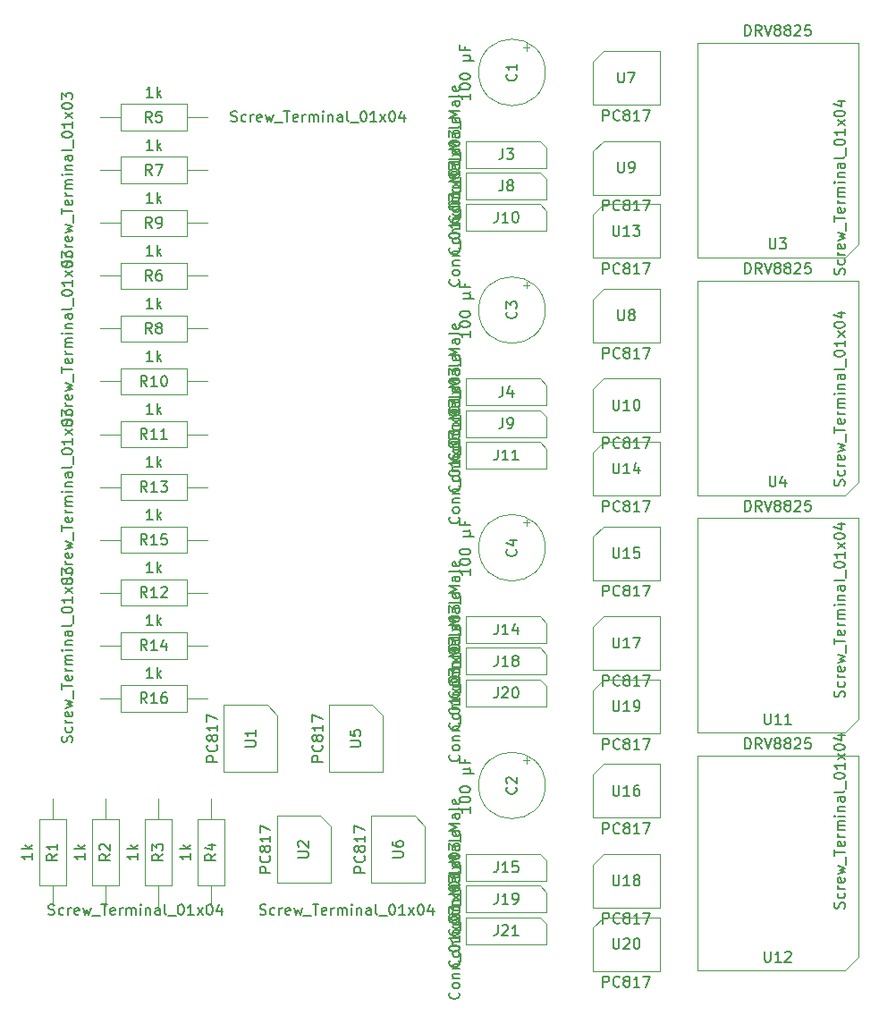
<source format=gbr>
%TF.GenerationSoftware,KiCad,Pcbnew,(5.1.9)-1*%
%TF.CreationDate,2021-08-01T10:14:43-03:00*%
%TF.ProjectId,BTIBR-PCB,42544942-522d-4504-9342-2e6b69636164,rev?*%
%TF.SameCoordinates,Original*%
%TF.FileFunction,Other,Fab,Top*%
%FSLAX46Y46*%
G04 Gerber Fmt 4.6, Leading zero omitted, Abs format (unit mm)*
G04 Created by KiCad (PCBNEW (5.1.9)-1) date 2021-08-01 10:14:43*
%MOMM*%
%LPD*%
G01*
G04 APERTURE LIST*
%ADD10C,0.100000*%
%ADD11C,0.150000*%
G04 APERTURE END LIST*
D10*
%TO.C,C1*%
X156188500Y-55871028D02*
X155558500Y-55871028D01*
X155873500Y-55556028D02*
X155873500Y-56186028D01*
X157650000Y-58250000D02*
G75*
G03*
X157650000Y-58250000I-3150000J0D01*
G01*
%TO.C,C2*%
X156188500Y-123371028D02*
X155558500Y-123371028D01*
X155873500Y-123056028D02*
X155873500Y-123686028D01*
X157650000Y-125750000D02*
G75*
G03*
X157650000Y-125750000I-3150000J0D01*
G01*
%TO.C,C3*%
X157650000Y-80750000D02*
G75*
G03*
X157650000Y-80750000I-3150000J0D01*
G01*
X155873500Y-78056028D02*
X155873500Y-78686028D01*
X156188500Y-78371028D02*
X155558500Y-78371028D01*
%TO.C,C4*%
X157650000Y-103250000D02*
G75*
G03*
X157650000Y-103250000I-3150000J0D01*
G01*
X155873500Y-100556028D02*
X155873500Y-101186028D01*
X156188500Y-100871028D02*
X155558500Y-100871028D01*
%TO.C,J3*%
X157135000Y-64730000D02*
X157770000Y-65365000D01*
X150150000Y-64730000D02*
X157135000Y-64730000D01*
X150150000Y-67270000D02*
X150150000Y-64730000D01*
X157770000Y-67270000D02*
X150150000Y-67270000D01*
X157770000Y-65365000D02*
X157770000Y-67270000D01*
%TO.C,J4*%
X157135000Y-87230000D02*
X157770000Y-87865000D01*
X150150000Y-87230000D02*
X157135000Y-87230000D01*
X150150000Y-89770000D02*
X150150000Y-87230000D01*
X157770000Y-89770000D02*
X150150000Y-89770000D01*
X157770000Y-87865000D02*
X157770000Y-89770000D01*
%TO.C,J8*%
X157770000Y-68365000D02*
X157770000Y-70270000D01*
X157770000Y-70270000D02*
X150150000Y-70270000D01*
X150150000Y-70270000D02*
X150150000Y-67730000D01*
X150150000Y-67730000D02*
X157135000Y-67730000D01*
X157135000Y-67730000D02*
X157770000Y-68365000D01*
%TO.C,J9*%
X157770000Y-90865000D02*
X157770000Y-92770000D01*
X157770000Y-92770000D02*
X150150000Y-92770000D01*
X150150000Y-92770000D02*
X150150000Y-90230000D01*
X150150000Y-90230000D02*
X157135000Y-90230000D01*
X157135000Y-90230000D02*
X157770000Y-90865000D01*
%TO.C,J10*%
X157135000Y-70730000D02*
X157770000Y-71365000D01*
X150150000Y-70730000D02*
X157135000Y-70730000D01*
X150150000Y-73270000D02*
X150150000Y-70730000D01*
X157770000Y-73270000D02*
X150150000Y-73270000D01*
X157770000Y-71365000D02*
X157770000Y-73270000D01*
%TO.C,J11*%
X157135000Y-93230000D02*
X157770000Y-93865000D01*
X150150000Y-93230000D02*
X157135000Y-93230000D01*
X150150000Y-95770000D02*
X150150000Y-93230000D01*
X157770000Y-95770000D02*
X150150000Y-95770000D01*
X157770000Y-93865000D02*
X157770000Y-95770000D01*
%TO.C,J14*%
X157770000Y-110365000D02*
X157770000Y-112270000D01*
X157770000Y-112270000D02*
X150150000Y-112270000D01*
X150150000Y-112270000D02*
X150150000Y-109730000D01*
X150150000Y-109730000D02*
X157135000Y-109730000D01*
X157135000Y-109730000D02*
X157770000Y-110365000D01*
%TO.C,J15*%
X157770000Y-132865000D02*
X157770000Y-134770000D01*
X157770000Y-134770000D02*
X150150000Y-134770000D01*
X150150000Y-134770000D02*
X150150000Y-132230000D01*
X150150000Y-132230000D02*
X157135000Y-132230000D01*
X157135000Y-132230000D02*
X157770000Y-132865000D01*
%TO.C,J18*%
X157135000Y-112730000D02*
X157770000Y-113365000D01*
X150150000Y-112730000D02*
X157135000Y-112730000D01*
X150150000Y-115270000D02*
X150150000Y-112730000D01*
X157770000Y-115270000D02*
X150150000Y-115270000D01*
X157770000Y-113365000D02*
X157770000Y-115270000D01*
%TO.C,J19*%
X157135000Y-135230000D02*
X157770000Y-135865000D01*
X150150000Y-135230000D02*
X157135000Y-135230000D01*
X150150000Y-137770000D02*
X150150000Y-135230000D01*
X157770000Y-137770000D02*
X150150000Y-137770000D01*
X157770000Y-135865000D02*
X157770000Y-137770000D01*
%TO.C,J20*%
X157770000Y-116365000D02*
X157770000Y-118270000D01*
X157770000Y-118270000D02*
X150150000Y-118270000D01*
X150150000Y-118270000D02*
X150150000Y-115730000D01*
X150150000Y-115730000D02*
X157135000Y-115730000D01*
X157135000Y-115730000D02*
X157770000Y-116365000D01*
%TO.C,J21*%
X157770000Y-138865000D02*
X157770000Y-140770000D01*
X157770000Y-140770000D02*
X150150000Y-140770000D01*
X150150000Y-140770000D02*
X150150000Y-138230000D01*
X150150000Y-138230000D02*
X157135000Y-138230000D01*
X157135000Y-138230000D02*
X157770000Y-138865000D01*
%TO.C,U1*%
X132310000Y-119135000D02*
X132310000Y-124485000D01*
X132310000Y-124485000D02*
X127230000Y-124485000D01*
X127230000Y-124485000D02*
X127230000Y-118135000D01*
X127230000Y-118135000D02*
X131310000Y-118135000D01*
X131310000Y-118135000D02*
X132310000Y-119135000D01*
%TO.C,U2*%
X136310000Y-128635000D02*
X137310000Y-129635000D01*
X132230000Y-128635000D02*
X136310000Y-128635000D01*
X132230000Y-134985000D02*
X132230000Y-128635000D01*
X137310000Y-134985000D02*
X132230000Y-134985000D01*
X137310000Y-129635000D02*
X137310000Y-134985000D01*
%TO.C,U3*%
X187270000Y-55450000D02*
X187270000Y-74500000D01*
X172030000Y-55450000D02*
X187270000Y-55450000D01*
X172030000Y-75770000D02*
X172030000Y-55450000D01*
X186000000Y-75770000D02*
X172030000Y-75770000D01*
X187270000Y-74500000D02*
X186000000Y-75770000D01*
%TO.C,U4*%
X187270000Y-97000000D02*
X186000000Y-98270000D01*
X186000000Y-98270000D02*
X172030000Y-98270000D01*
X172030000Y-98270000D02*
X172030000Y-77950000D01*
X172030000Y-77950000D02*
X187270000Y-77950000D01*
X187270000Y-77950000D02*
X187270000Y-97000000D01*
%TO.C,U5*%
X141270000Y-118135000D02*
X142270000Y-119135000D01*
X137190000Y-118135000D02*
X141270000Y-118135000D01*
X137190000Y-124485000D02*
X137190000Y-118135000D01*
X142270000Y-124485000D02*
X137190000Y-124485000D01*
X142270000Y-119135000D02*
X142270000Y-124485000D01*
%TO.C,U6*%
X146270000Y-129635000D02*
X146270000Y-134985000D01*
X146270000Y-134985000D02*
X141190000Y-134985000D01*
X141190000Y-134985000D02*
X141190000Y-128635000D01*
X141190000Y-128635000D02*
X145270000Y-128635000D01*
X145270000Y-128635000D02*
X146270000Y-129635000D01*
%TO.C,U7*%
X163135000Y-56230000D02*
X168485000Y-56230000D01*
X168485000Y-56230000D02*
X168485000Y-61310000D01*
X168485000Y-61310000D02*
X162135000Y-61310000D01*
X162135000Y-61310000D02*
X162135000Y-57230000D01*
X162135000Y-57230000D02*
X163135000Y-56230000D01*
%TO.C,U8*%
X163135000Y-78730000D02*
X168485000Y-78730000D01*
X168485000Y-78730000D02*
X168485000Y-83810000D01*
X168485000Y-83810000D02*
X162135000Y-83810000D01*
X162135000Y-83810000D02*
X162135000Y-79730000D01*
X162135000Y-79730000D02*
X163135000Y-78730000D01*
%TO.C,U9*%
X162135000Y-65730000D02*
X163135000Y-64730000D01*
X162135000Y-69810000D02*
X162135000Y-65730000D01*
X168485000Y-69810000D02*
X162135000Y-69810000D01*
X168485000Y-64730000D02*
X168485000Y-69810000D01*
X163135000Y-64730000D02*
X168485000Y-64730000D01*
%TO.C,U10*%
X162135000Y-88230000D02*
X163135000Y-87230000D01*
X162135000Y-92310000D02*
X162135000Y-88230000D01*
X168485000Y-92310000D02*
X162135000Y-92310000D01*
X168485000Y-87230000D02*
X168485000Y-92310000D01*
X163135000Y-87230000D02*
X168485000Y-87230000D01*
%TO.C,U11*%
X187270000Y-100450000D02*
X187270000Y-119500000D01*
X172030000Y-100450000D02*
X187270000Y-100450000D01*
X172030000Y-120770000D02*
X172030000Y-100450000D01*
X186000000Y-120770000D02*
X172030000Y-120770000D01*
X187270000Y-119500000D02*
X186000000Y-120770000D01*
%TO.C,U12*%
X187270000Y-142000000D02*
X186000000Y-143270000D01*
X186000000Y-143270000D02*
X172030000Y-143270000D01*
X172030000Y-143270000D02*
X172030000Y-122950000D01*
X172030000Y-122950000D02*
X187270000Y-122950000D01*
X187270000Y-122950000D02*
X187270000Y-142000000D01*
%TO.C,U13*%
X163135000Y-70730000D02*
X168485000Y-70730000D01*
X168485000Y-70730000D02*
X168485000Y-75810000D01*
X168485000Y-75810000D02*
X162135000Y-75810000D01*
X162135000Y-75810000D02*
X162135000Y-71730000D01*
X162135000Y-71730000D02*
X163135000Y-70730000D01*
%TO.C,U14*%
X162135000Y-94230000D02*
X163135000Y-93230000D01*
X162135000Y-98310000D02*
X162135000Y-94230000D01*
X168485000Y-98310000D02*
X162135000Y-98310000D01*
X168485000Y-93230000D02*
X168485000Y-98310000D01*
X163135000Y-93230000D02*
X168485000Y-93230000D01*
%TO.C,U15*%
X162135000Y-102230000D02*
X163135000Y-101230000D01*
X162135000Y-106310000D02*
X162135000Y-102230000D01*
X168485000Y-106310000D02*
X162135000Y-106310000D01*
X168485000Y-101230000D02*
X168485000Y-106310000D01*
X163135000Y-101230000D02*
X168485000Y-101230000D01*
%TO.C,U16*%
X162135000Y-124730000D02*
X163135000Y-123730000D01*
X162135000Y-128810000D02*
X162135000Y-124730000D01*
X168485000Y-128810000D02*
X162135000Y-128810000D01*
X168485000Y-123730000D02*
X168485000Y-128810000D01*
X163135000Y-123730000D02*
X168485000Y-123730000D01*
%TO.C,U17*%
X163135000Y-109730000D02*
X168485000Y-109730000D01*
X168485000Y-109730000D02*
X168485000Y-114810000D01*
X168485000Y-114810000D02*
X162135000Y-114810000D01*
X162135000Y-114810000D02*
X162135000Y-110730000D01*
X162135000Y-110730000D02*
X163135000Y-109730000D01*
%TO.C,U18*%
X163135000Y-132230000D02*
X168485000Y-132230000D01*
X168485000Y-132230000D02*
X168485000Y-137310000D01*
X168485000Y-137310000D02*
X162135000Y-137310000D01*
X162135000Y-137310000D02*
X162135000Y-133230000D01*
X162135000Y-133230000D02*
X163135000Y-132230000D01*
%TO.C,U19*%
X163135000Y-115730000D02*
X168485000Y-115730000D01*
X168485000Y-115730000D02*
X168485000Y-120810000D01*
X168485000Y-120810000D02*
X162135000Y-120810000D01*
X162135000Y-120810000D02*
X162135000Y-116730000D01*
X162135000Y-116730000D02*
X163135000Y-115730000D01*
%TO.C,U20*%
X162135000Y-139230000D02*
X163135000Y-138230000D01*
X162135000Y-143310000D02*
X162135000Y-139230000D01*
X168485000Y-143310000D02*
X162135000Y-143310000D01*
X168485000Y-138230000D02*
X168485000Y-143310000D01*
X163135000Y-138230000D02*
X168485000Y-138230000D01*
%TO.C,R1*%
X111000000Y-137160000D02*
X111000000Y-135230000D01*
X111000000Y-127000000D02*
X111000000Y-128930000D01*
X112250000Y-135230000D02*
X112250000Y-128930000D01*
X109750000Y-135230000D02*
X112250000Y-135230000D01*
X109750000Y-128930000D02*
X109750000Y-135230000D01*
X112250000Y-128930000D02*
X109750000Y-128930000D01*
%TO.C,R2*%
X116000000Y-137160000D02*
X116000000Y-135230000D01*
X116000000Y-127000000D02*
X116000000Y-128930000D01*
X117250000Y-135230000D02*
X117250000Y-128930000D01*
X114750000Y-135230000D02*
X117250000Y-135230000D01*
X114750000Y-128930000D02*
X114750000Y-135230000D01*
X117250000Y-128930000D02*
X114750000Y-128930000D01*
%TO.C,R3*%
X122250000Y-128930000D02*
X119750000Y-128930000D01*
X119750000Y-128930000D02*
X119750000Y-135230000D01*
X119750000Y-135230000D02*
X122250000Y-135230000D01*
X122250000Y-135230000D02*
X122250000Y-128930000D01*
X121000000Y-127000000D02*
X121000000Y-128930000D01*
X121000000Y-137160000D02*
X121000000Y-135230000D01*
%TO.C,R4*%
X126000000Y-137160000D02*
X126000000Y-135230000D01*
X126000000Y-127000000D02*
X126000000Y-128930000D01*
X127250000Y-135230000D02*
X127250000Y-128930000D01*
X124750000Y-135230000D02*
X127250000Y-135230000D01*
X124750000Y-128930000D02*
X124750000Y-135230000D01*
X127250000Y-128930000D02*
X124750000Y-128930000D01*
%TO.C,R5*%
X115500000Y-62500000D02*
X117430000Y-62500000D01*
X125660000Y-62500000D02*
X123730000Y-62500000D01*
X117430000Y-63750000D02*
X123730000Y-63750000D01*
X117430000Y-61250000D02*
X117430000Y-63750000D01*
X123730000Y-61250000D02*
X117430000Y-61250000D01*
X123730000Y-63750000D02*
X123730000Y-61250000D01*
%TO.C,R6*%
X123730000Y-78750000D02*
X123730000Y-76250000D01*
X123730000Y-76250000D02*
X117430000Y-76250000D01*
X117430000Y-76250000D02*
X117430000Y-78750000D01*
X117430000Y-78750000D02*
X123730000Y-78750000D01*
X125660000Y-77500000D02*
X123730000Y-77500000D01*
X115500000Y-77500000D02*
X117430000Y-77500000D01*
%TO.C,R7*%
X123730000Y-68750000D02*
X123730000Y-66250000D01*
X123730000Y-66250000D02*
X117430000Y-66250000D01*
X117430000Y-66250000D02*
X117430000Y-68750000D01*
X117430000Y-68750000D02*
X123730000Y-68750000D01*
X125660000Y-67500000D02*
X123730000Y-67500000D01*
X115500000Y-67500000D02*
X117430000Y-67500000D01*
%TO.C,R8*%
X115500000Y-82500000D02*
X117430000Y-82500000D01*
X125660000Y-82500000D02*
X123730000Y-82500000D01*
X117430000Y-83750000D02*
X123730000Y-83750000D01*
X117430000Y-81250000D02*
X117430000Y-83750000D01*
X123730000Y-81250000D02*
X117430000Y-81250000D01*
X123730000Y-83750000D02*
X123730000Y-81250000D01*
%TO.C,R9*%
X123730000Y-73750000D02*
X123730000Y-71250000D01*
X123730000Y-71250000D02*
X117430000Y-71250000D01*
X117430000Y-71250000D02*
X117430000Y-73750000D01*
X117430000Y-73750000D02*
X123730000Y-73750000D01*
X125660000Y-72500000D02*
X123730000Y-72500000D01*
X115500000Y-72500000D02*
X117430000Y-72500000D01*
%TO.C,R10*%
X115500000Y-87500000D02*
X117430000Y-87500000D01*
X125660000Y-87500000D02*
X123730000Y-87500000D01*
X117430000Y-88750000D02*
X123730000Y-88750000D01*
X117430000Y-86250000D02*
X117430000Y-88750000D01*
X123730000Y-86250000D02*
X117430000Y-86250000D01*
X123730000Y-88750000D02*
X123730000Y-86250000D01*
%TO.C,R11*%
X115500000Y-92500000D02*
X117430000Y-92500000D01*
X125660000Y-92500000D02*
X123730000Y-92500000D01*
X117430000Y-93750000D02*
X123730000Y-93750000D01*
X117430000Y-91250000D02*
X117430000Y-93750000D01*
X123730000Y-91250000D02*
X117430000Y-91250000D01*
X123730000Y-93750000D02*
X123730000Y-91250000D01*
%TO.C,R12*%
X123730000Y-108750000D02*
X123730000Y-106250000D01*
X123730000Y-106250000D02*
X117430000Y-106250000D01*
X117430000Y-106250000D02*
X117430000Y-108750000D01*
X117430000Y-108750000D02*
X123730000Y-108750000D01*
X125660000Y-107500000D02*
X123730000Y-107500000D01*
X115500000Y-107500000D02*
X117430000Y-107500000D01*
%TO.C,R13*%
X123730000Y-98750000D02*
X123730000Y-96250000D01*
X123730000Y-96250000D02*
X117430000Y-96250000D01*
X117430000Y-96250000D02*
X117430000Y-98750000D01*
X117430000Y-98750000D02*
X123730000Y-98750000D01*
X125660000Y-97500000D02*
X123730000Y-97500000D01*
X115500000Y-97500000D02*
X117430000Y-97500000D01*
%TO.C,R14*%
X115500000Y-112500000D02*
X117430000Y-112500000D01*
X125660000Y-112500000D02*
X123730000Y-112500000D01*
X117430000Y-113750000D02*
X123730000Y-113750000D01*
X117430000Y-111250000D02*
X117430000Y-113750000D01*
X123730000Y-111250000D02*
X117430000Y-111250000D01*
X123730000Y-113750000D02*
X123730000Y-111250000D01*
%TO.C,R15*%
X123730000Y-103750000D02*
X123730000Y-101250000D01*
X123730000Y-101250000D02*
X117430000Y-101250000D01*
X117430000Y-101250000D02*
X117430000Y-103750000D01*
X117430000Y-103750000D02*
X123730000Y-103750000D01*
X125660000Y-102500000D02*
X123730000Y-102500000D01*
X115500000Y-102500000D02*
X117430000Y-102500000D01*
%TO.C,R16*%
X123730000Y-118750000D02*
X123730000Y-116250000D01*
X123730000Y-116250000D02*
X117430000Y-116250000D01*
X117430000Y-116250000D02*
X117430000Y-118750000D01*
X117430000Y-118750000D02*
X123730000Y-118750000D01*
X125660000Y-117500000D02*
X123730000Y-117500000D01*
X115500000Y-117500000D02*
X117430000Y-117500000D01*
%TD*%
%TO.C,C1*%
D11*
X150552380Y-60250000D02*
X150552380Y-60821428D01*
X150552380Y-60535714D02*
X149552380Y-60535714D01*
X149695238Y-60630952D01*
X149790476Y-60726190D01*
X149838095Y-60821428D01*
X149552380Y-59630952D02*
X149552380Y-59535714D01*
X149600000Y-59440476D01*
X149647619Y-59392857D01*
X149742857Y-59345238D01*
X149933333Y-59297619D01*
X150171428Y-59297619D01*
X150361904Y-59345238D01*
X150457142Y-59392857D01*
X150504761Y-59440476D01*
X150552380Y-59535714D01*
X150552380Y-59630952D01*
X150504761Y-59726190D01*
X150457142Y-59773809D01*
X150361904Y-59821428D01*
X150171428Y-59869047D01*
X149933333Y-59869047D01*
X149742857Y-59821428D01*
X149647619Y-59773809D01*
X149600000Y-59726190D01*
X149552380Y-59630952D01*
X149552380Y-58678571D02*
X149552380Y-58583333D01*
X149600000Y-58488095D01*
X149647619Y-58440476D01*
X149742857Y-58392857D01*
X149933333Y-58345238D01*
X150171428Y-58345238D01*
X150361904Y-58392857D01*
X150457142Y-58440476D01*
X150504761Y-58488095D01*
X150552380Y-58583333D01*
X150552380Y-58678571D01*
X150504761Y-58773809D01*
X150457142Y-58821428D01*
X150361904Y-58869047D01*
X150171428Y-58916666D01*
X149933333Y-58916666D01*
X149742857Y-58869047D01*
X149647619Y-58821428D01*
X149600000Y-58773809D01*
X149552380Y-58678571D01*
X149885714Y-57154761D02*
X150885714Y-57154761D01*
X150409523Y-56678571D02*
X150504761Y-56630952D01*
X150552380Y-56535714D01*
X150409523Y-57154761D02*
X150504761Y-57107142D01*
X150552380Y-57011904D01*
X150552380Y-56821428D01*
X150504761Y-56726190D01*
X150409523Y-56678571D01*
X149885714Y-56678571D01*
X150028571Y-55773809D02*
X150028571Y-56107142D01*
X150552380Y-56107142D02*
X149552380Y-56107142D01*
X149552380Y-55630952D01*
X154857142Y-58416666D02*
X154904761Y-58464285D01*
X154952380Y-58607142D01*
X154952380Y-58702380D01*
X154904761Y-58845238D01*
X154809523Y-58940476D01*
X154714285Y-58988095D01*
X154523809Y-59035714D01*
X154380952Y-59035714D01*
X154190476Y-58988095D01*
X154095238Y-58940476D01*
X154000000Y-58845238D01*
X153952380Y-58702380D01*
X153952380Y-58607142D01*
X154000000Y-58464285D01*
X154047619Y-58416666D01*
X154952380Y-57464285D02*
X154952380Y-58035714D01*
X154952380Y-57750000D02*
X153952380Y-57750000D01*
X154095238Y-57845238D01*
X154190476Y-57940476D01*
X154238095Y-58035714D01*
%TO.C,C2*%
X150552380Y-127750000D02*
X150552380Y-128321428D01*
X150552380Y-128035714D02*
X149552380Y-128035714D01*
X149695238Y-128130952D01*
X149790476Y-128226190D01*
X149838095Y-128321428D01*
X149552380Y-127130952D02*
X149552380Y-127035714D01*
X149600000Y-126940476D01*
X149647619Y-126892857D01*
X149742857Y-126845238D01*
X149933333Y-126797619D01*
X150171428Y-126797619D01*
X150361904Y-126845238D01*
X150457142Y-126892857D01*
X150504761Y-126940476D01*
X150552380Y-127035714D01*
X150552380Y-127130952D01*
X150504761Y-127226190D01*
X150457142Y-127273809D01*
X150361904Y-127321428D01*
X150171428Y-127369047D01*
X149933333Y-127369047D01*
X149742857Y-127321428D01*
X149647619Y-127273809D01*
X149600000Y-127226190D01*
X149552380Y-127130952D01*
X149552380Y-126178571D02*
X149552380Y-126083333D01*
X149600000Y-125988095D01*
X149647619Y-125940476D01*
X149742857Y-125892857D01*
X149933333Y-125845238D01*
X150171428Y-125845238D01*
X150361904Y-125892857D01*
X150457142Y-125940476D01*
X150504761Y-125988095D01*
X150552380Y-126083333D01*
X150552380Y-126178571D01*
X150504761Y-126273809D01*
X150457142Y-126321428D01*
X150361904Y-126369047D01*
X150171428Y-126416666D01*
X149933333Y-126416666D01*
X149742857Y-126369047D01*
X149647619Y-126321428D01*
X149600000Y-126273809D01*
X149552380Y-126178571D01*
X149885714Y-124654761D02*
X150885714Y-124654761D01*
X150409523Y-124178571D02*
X150504761Y-124130952D01*
X150552380Y-124035714D01*
X150409523Y-124654761D02*
X150504761Y-124607142D01*
X150552380Y-124511904D01*
X150552380Y-124321428D01*
X150504761Y-124226190D01*
X150409523Y-124178571D01*
X149885714Y-124178571D01*
X150028571Y-123273809D02*
X150028571Y-123607142D01*
X150552380Y-123607142D02*
X149552380Y-123607142D01*
X149552380Y-123130952D01*
X154857142Y-125916666D02*
X154904761Y-125964285D01*
X154952380Y-126107142D01*
X154952380Y-126202380D01*
X154904761Y-126345238D01*
X154809523Y-126440476D01*
X154714285Y-126488095D01*
X154523809Y-126535714D01*
X154380952Y-126535714D01*
X154190476Y-126488095D01*
X154095238Y-126440476D01*
X154000000Y-126345238D01*
X153952380Y-126202380D01*
X153952380Y-126107142D01*
X154000000Y-125964285D01*
X154047619Y-125916666D01*
X154047619Y-125535714D02*
X154000000Y-125488095D01*
X153952380Y-125392857D01*
X153952380Y-125154761D01*
X154000000Y-125059523D01*
X154047619Y-125011904D01*
X154142857Y-124964285D01*
X154238095Y-124964285D01*
X154380952Y-125011904D01*
X154952380Y-125583333D01*
X154952380Y-124964285D01*
%TO.C,C3*%
X150552380Y-82750000D02*
X150552380Y-83321428D01*
X150552380Y-83035714D02*
X149552380Y-83035714D01*
X149695238Y-83130952D01*
X149790476Y-83226190D01*
X149838095Y-83321428D01*
X149552380Y-82130952D02*
X149552380Y-82035714D01*
X149600000Y-81940476D01*
X149647619Y-81892857D01*
X149742857Y-81845238D01*
X149933333Y-81797619D01*
X150171428Y-81797619D01*
X150361904Y-81845238D01*
X150457142Y-81892857D01*
X150504761Y-81940476D01*
X150552380Y-82035714D01*
X150552380Y-82130952D01*
X150504761Y-82226190D01*
X150457142Y-82273809D01*
X150361904Y-82321428D01*
X150171428Y-82369047D01*
X149933333Y-82369047D01*
X149742857Y-82321428D01*
X149647619Y-82273809D01*
X149600000Y-82226190D01*
X149552380Y-82130952D01*
X149552380Y-81178571D02*
X149552380Y-81083333D01*
X149600000Y-80988095D01*
X149647619Y-80940476D01*
X149742857Y-80892857D01*
X149933333Y-80845238D01*
X150171428Y-80845238D01*
X150361904Y-80892857D01*
X150457142Y-80940476D01*
X150504761Y-80988095D01*
X150552380Y-81083333D01*
X150552380Y-81178571D01*
X150504761Y-81273809D01*
X150457142Y-81321428D01*
X150361904Y-81369047D01*
X150171428Y-81416666D01*
X149933333Y-81416666D01*
X149742857Y-81369047D01*
X149647619Y-81321428D01*
X149600000Y-81273809D01*
X149552380Y-81178571D01*
X149885714Y-79654761D02*
X150885714Y-79654761D01*
X150409523Y-79178571D02*
X150504761Y-79130952D01*
X150552380Y-79035714D01*
X150409523Y-79654761D02*
X150504761Y-79607142D01*
X150552380Y-79511904D01*
X150552380Y-79321428D01*
X150504761Y-79226190D01*
X150409523Y-79178571D01*
X149885714Y-79178571D01*
X150028571Y-78273809D02*
X150028571Y-78607142D01*
X150552380Y-78607142D02*
X149552380Y-78607142D01*
X149552380Y-78130952D01*
X154857142Y-80916666D02*
X154904761Y-80964285D01*
X154952380Y-81107142D01*
X154952380Y-81202380D01*
X154904761Y-81345238D01*
X154809523Y-81440476D01*
X154714285Y-81488095D01*
X154523809Y-81535714D01*
X154380952Y-81535714D01*
X154190476Y-81488095D01*
X154095238Y-81440476D01*
X154000000Y-81345238D01*
X153952380Y-81202380D01*
X153952380Y-81107142D01*
X154000000Y-80964285D01*
X154047619Y-80916666D01*
X153952380Y-80583333D02*
X153952380Y-79964285D01*
X154333333Y-80297619D01*
X154333333Y-80154761D01*
X154380952Y-80059523D01*
X154428571Y-80011904D01*
X154523809Y-79964285D01*
X154761904Y-79964285D01*
X154857142Y-80011904D01*
X154904761Y-80059523D01*
X154952380Y-80154761D01*
X154952380Y-80440476D01*
X154904761Y-80535714D01*
X154857142Y-80583333D01*
%TO.C,C4*%
X150552380Y-105250000D02*
X150552380Y-105821428D01*
X150552380Y-105535714D02*
X149552380Y-105535714D01*
X149695238Y-105630952D01*
X149790476Y-105726190D01*
X149838095Y-105821428D01*
X149552380Y-104630952D02*
X149552380Y-104535714D01*
X149600000Y-104440476D01*
X149647619Y-104392857D01*
X149742857Y-104345238D01*
X149933333Y-104297619D01*
X150171428Y-104297619D01*
X150361904Y-104345238D01*
X150457142Y-104392857D01*
X150504761Y-104440476D01*
X150552380Y-104535714D01*
X150552380Y-104630952D01*
X150504761Y-104726190D01*
X150457142Y-104773809D01*
X150361904Y-104821428D01*
X150171428Y-104869047D01*
X149933333Y-104869047D01*
X149742857Y-104821428D01*
X149647619Y-104773809D01*
X149600000Y-104726190D01*
X149552380Y-104630952D01*
X149552380Y-103678571D02*
X149552380Y-103583333D01*
X149600000Y-103488095D01*
X149647619Y-103440476D01*
X149742857Y-103392857D01*
X149933333Y-103345238D01*
X150171428Y-103345238D01*
X150361904Y-103392857D01*
X150457142Y-103440476D01*
X150504761Y-103488095D01*
X150552380Y-103583333D01*
X150552380Y-103678571D01*
X150504761Y-103773809D01*
X150457142Y-103821428D01*
X150361904Y-103869047D01*
X150171428Y-103916666D01*
X149933333Y-103916666D01*
X149742857Y-103869047D01*
X149647619Y-103821428D01*
X149600000Y-103773809D01*
X149552380Y-103678571D01*
X149885714Y-102154761D02*
X150885714Y-102154761D01*
X150409523Y-101678571D02*
X150504761Y-101630952D01*
X150552380Y-101535714D01*
X150409523Y-102154761D02*
X150504761Y-102107142D01*
X150552380Y-102011904D01*
X150552380Y-101821428D01*
X150504761Y-101726190D01*
X150409523Y-101678571D01*
X149885714Y-101678571D01*
X150028571Y-100773809D02*
X150028571Y-101107142D01*
X150552380Y-101107142D02*
X149552380Y-101107142D01*
X149552380Y-100630952D01*
X154857142Y-103416666D02*
X154904761Y-103464285D01*
X154952380Y-103607142D01*
X154952380Y-103702380D01*
X154904761Y-103845238D01*
X154809523Y-103940476D01*
X154714285Y-103988095D01*
X154523809Y-104035714D01*
X154380952Y-104035714D01*
X154190476Y-103988095D01*
X154095238Y-103940476D01*
X154000000Y-103845238D01*
X153952380Y-103702380D01*
X153952380Y-103607142D01*
X154000000Y-103464285D01*
X154047619Y-103416666D01*
X154285714Y-102559523D02*
X154952380Y-102559523D01*
X153904761Y-102797619D02*
X154619047Y-103035714D01*
X154619047Y-102416666D01*
%TO.C,J3*%
X149447142Y-71833333D02*
X149494761Y-71880952D01*
X149542380Y-72023809D01*
X149542380Y-72119047D01*
X149494761Y-72261904D01*
X149399523Y-72357142D01*
X149304285Y-72404761D01*
X149113809Y-72452380D01*
X148970952Y-72452380D01*
X148780476Y-72404761D01*
X148685238Y-72357142D01*
X148590000Y-72261904D01*
X148542380Y-72119047D01*
X148542380Y-72023809D01*
X148590000Y-71880952D01*
X148637619Y-71833333D01*
X149542380Y-71261904D02*
X149494761Y-71357142D01*
X149447142Y-71404761D01*
X149351904Y-71452380D01*
X149066190Y-71452380D01*
X148970952Y-71404761D01*
X148923333Y-71357142D01*
X148875714Y-71261904D01*
X148875714Y-71119047D01*
X148923333Y-71023809D01*
X148970952Y-70976190D01*
X149066190Y-70928571D01*
X149351904Y-70928571D01*
X149447142Y-70976190D01*
X149494761Y-71023809D01*
X149542380Y-71119047D01*
X149542380Y-71261904D01*
X148875714Y-70500000D02*
X149542380Y-70500000D01*
X148970952Y-70500000D02*
X148923333Y-70452380D01*
X148875714Y-70357142D01*
X148875714Y-70214285D01*
X148923333Y-70119047D01*
X149018571Y-70071428D01*
X149542380Y-70071428D01*
X148875714Y-69595238D02*
X149542380Y-69595238D01*
X148970952Y-69595238D02*
X148923333Y-69547619D01*
X148875714Y-69452380D01*
X148875714Y-69309523D01*
X148923333Y-69214285D01*
X149018571Y-69166666D01*
X149542380Y-69166666D01*
X149637619Y-68928571D02*
X149637619Y-68166666D01*
X148542380Y-67738095D02*
X148542380Y-67642857D01*
X148590000Y-67547619D01*
X148637619Y-67500000D01*
X148732857Y-67452380D01*
X148923333Y-67404761D01*
X149161428Y-67404761D01*
X149351904Y-67452380D01*
X149447142Y-67500000D01*
X149494761Y-67547619D01*
X149542380Y-67642857D01*
X149542380Y-67738095D01*
X149494761Y-67833333D01*
X149447142Y-67880952D01*
X149351904Y-67928571D01*
X149161428Y-67976190D01*
X148923333Y-67976190D01*
X148732857Y-67928571D01*
X148637619Y-67880952D01*
X148590000Y-67833333D01*
X148542380Y-67738095D01*
X149542380Y-66452380D02*
X149542380Y-67023809D01*
X149542380Y-66738095D02*
X148542380Y-66738095D01*
X148685238Y-66833333D01*
X148780476Y-66928571D01*
X148828095Y-67023809D01*
X149542380Y-66119047D02*
X148875714Y-65595238D01*
X148875714Y-66119047D02*
X149542380Y-65595238D01*
X148542380Y-65023809D02*
X148542380Y-64928571D01*
X148590000Y-64833333D01*
X148637619Y-64785714D01*
X148732857Y-64738095D01*
X148923333Y-64690476D01*
X149161428Y-64690476D01*
X149351904Y-64738095D01*
X149447142Y-64785714D01*
X149494761Y-64833333D01*
X149542380Y-64928571D01*
X149542380Y-65023809D01*
X149494761Y-65119047D01*
X149447142Y-65166666D01*
X149351904Y-65214285D01*
X149161428Y-65261904D01*
X148923333Y-65261904D01*
X148732857Y-65214285D01*
X148637619Y-65166666D01*
X148590000Y-65119047D01*
X148542380Y-65023809D01*
X148542380Y-64357142D02*
X148542380Y-63738095D01*
X148923333Y-64071428D01*
X148923333Y-63928571D01*
X148970952Y-63833333D01*
X149018571Y-63785714D01*
X149113809Y-63738095D01*
X149351904Y-63738095D01*
X149447142Y-63785714D01*
X149494761Y-63833333D01*
X149542380Y-63928571D01*
X149542380Y-64214285D01*
X149494761Y-64309523D01*
X149447142Y-64357142D01*
X149637619Y-63547619D02*
X149637619Y-62785714D01*
X149542380Y-62547619D02*
X148542380Y-62547619D01*
X149256666Y-62214285D01*
X148542380Y-61880952D01*
X149542380Y-61880952D01*
X149542380Y-60976190D02*
X149018571Y-60976190D01*
X148923333Y-61023809D01*
X148875714Y-61119047D01*
X148875714Y-61309523D01*
X148923333Y-61404761D01*
X149494761Y-60976190D02*
X149542380Y-61071428D01*
X149542380Y-61309523D01*
X149494761Y-61404761D01*
X149399523Y-61452380D01*
X149304285Y-61452380D01*
X149209047Y-61404761D01*
X149161428Y-61309523D01*
X149161428Y-61071428D01*
X149113809Y-60976190D01*
X149542380Y-60357142D02*
X149494761Y-60452380D01*
X149399523Y-60500000D01*
X148542380Y-60500000D01*
X149494761Y-59595238D02*
X149542380Y-59690476D01*
X149542380Y-59880952D01*
X149494761Y-59976190D01*
X149399523Y-60023809D01*
X149018571Y-60023809D01*
X148923333Y-59976190D01*
X148875714Y-59880952D01*
X148875714Y-59690476D01*
X148923333Y-59595238D01*
X149018571Y-59547619D01*
X149113809Y-59547619D01*
X149209047Y-60023809D01*
X153626666Y-65452380D02*
X153626666Y-66166666D01*
X153579047Y-66309523D01*
X153483809Y-66404761D01*
X153340952Y-66452380D01*
X153245714Y-66452380D01*
X154007619Y-65452380D02*
X154626666Y-65452380D01*
X154293333Y-65833333D01*
X154436190Y-65833333D01*
X154531428Y-65880952D01*
X154579047Y-65928571D01*
X154626666Y-66023809D01*
X154626666Y-66261904D01*
X154579047Y-66357142D01*
X154531428Y-66404761D01*
X154436190Y-66452380D01*
X154150476Y-66452380D01*
X154055238Y-66404761D01*
X154007619Y-66357142D01*
%TO.C,J4*%
X149447142Y-94333333D02*
X149494761Y-94380952D01*
X149542380Y-94523809D01*
X149542380Y-94619047D01*
X149494761Y-94761904D01*
X149399523Y-94857142D01*
X149304285Y-94904761D01*
X149113809Y-94952380D01*
X148970952Y-94952380D01*
X148780476Y-94904761D01*
X148685238Y-94857142D01*
X148590000Y-94761904D01*
X148542380Y-94619047D01*
X148542380Y-94523809D01*
X148590000Y-94380952D01*
X148637619Y-94333333D01*
X149542380Y-93761904D02*
X149494761Y-93857142D01*
X149447142Y-93904761D01*
X149351904Y-93952380D01*
X149066190Y-93952380D01*
X148970952Y-93904761D01*
X148923333Y-93857142D01*
X148875714Y-93761904D01*
X148875714Y-93619047D01*
X148923333Y-93523809D01*
X148970952Y-93476190D01*
X149066190Y-93428571D01*
X149351904Y-93428571D01*
X149447142Y-93476190D01*
X149494761Y-93523809D01*
X149542380Y-93619047D01*
X149542380Y-93761904D01*
X148875714Y-93000000D02*
X149542380Y-93000000D01*
X148970952Y-93000000D02*
X148923333Y-92952380D01*
X148875714Y-92857142D01*
X148875714Y-92714285D01*
X148923333Y-92619047D01*
X149018571Y-92571428D01*
X149542380Y-92571428D01*
X148875714Y-92095238D02*
X149542380Y-92095238D01*
X148970952Y-92095238D02*
X148923333Y-92047619D01*
X148875714Y-91952380D01*
X148875714Y-91809523D01*
X148923333Y-91714285D01*
X149018571Y-91666666D01*
X149542380Y-91666666D01*
X149637619Y-91428571D02*
X149637619Y-90666666D01*
X148542380Y-90238095D02*
X148542380Y-90142857D01*
X148590000Y-90047619D01*
X148637619Y-90000000D01*
X148732857Y-89952380D01*
X148923333Y-89904761D01*
X149161428Y-89904761D01*
X149351904Y-89952380D01*
X149447142Y-90000000D01*
X149494761Y-90047619D01*
X149542380Y-90142857D01*
X149542380Y-90238095D01*
X149494761Y-90333333D01*
X149447142Y-90380952D01*
X149351904Y-90428571D01*
X149161428Y-90476190D01*
X148923333Y-90476190D01*
X148732857Y-90428571D01*
X148637619Y-90380952D01*
X148590000Y-90333333D01*
X148542380Y-90238095D01*
X149542380Y-88952380D02*
X149542380Y-89523809D01*
X149542380Y-89238095D02*
X148542380Y-89238095D01*
X148685238Y-89333333D01*
X148780476Y-89428571D01*
X148828095Y-89523809D01*
X149542380Y-88619047D02*
X148875714Y-88095238D01*
X148875714Y-88619047D02*
X149542380Y-88095238D01*
X148542380Y-87523809D02*
X148542380Y-87428571D01*
X148590000Y-87333333D01*
X148637619Y-87285714D01*
X148732857Y-87238095D01*
X148923333Y-87190476D01*
X149161428Y-87190476D01*
X149351904Y-87238095D01*
X149447142Y-87285714D01*
X149494761Y-87333333D01*
X149542380Y-87428571D01*
X149542380Y-87523809D01*
X149494761Y-87619047D01*
X149447142Y-87666666D01*
X149351904Y-87714285D01*
X149161428Y-87761904D01*
X148923333Y-87761904D01*
X148732857Y-87714285D01*
X148637619Y-87666666D01*
X148590000Y-87619047D01*
X148542380Y-87523809D01*
X148542380Y-86857142D02*
X148542380Y-86238095D01*
X148923333Y-86571428D01*
X148923333Y-86428571D01*
X148970952Y-86333333D01*
X149018571Y-86285714D01*
X149113809Y-86238095D01*
X149351904Y-86238095D01*
X149447142Y-86285714D01*
X149494761Y-86333333D01*
X149542380Y-86428571D01*
X149542380Y-86714285D01*
X149494761Y-86809523D01*
X149447142Y-86857142D01*
X149637619Y-86047619D02*
X149637619Y-85285714D01*
X149542380Y-85047619D02*
X148542380Y-85047619D01*
X149256666Y-84714285D01*
X148542380Y-84380952D01*
X149542380Y-84380952D01*
X149542380Y-83476190D02*
X149018571Y-83476190D01*
X148923333Y-83523809D01*
X148875714Y-83619047D01*
X148875714Y-83809523D01*
X148923333Y-83904761D01*
X149494761Y-83476190D02*
X149542380Y-83571428D01*
X149542380Y-83809523D01*
X149494761Y-83904761D01*
X149399523Y-83952380D01*
X149304285Y-83952380D01*
X149209047Y-83904761D01*
X149161428Y-83809523D01*
X149161428Y-83571428D01*
X149113809Y-83476190D01*
X149542380Y-82857142D02*
X149494761Y-82952380D01*
X149399523Y-83000000D01*
X148542380Y-83000000D01*
X149494761Y-82095238D02*
X149542380Y-82190476D01*
X149542380Y-82380952D01*
X149494761Y-82476190D01*
X149399523Y-82523809D01*
X149018571Y-82523809D01*
X148923333Y-82476190D01*
X148875714Y-82380952D01*
X148875714Y-82190476D01*
X148923333Y-82095238D01*
X149018571Y-82047619D01*
X149113809Y-82047619D01*
X149209047Y-82523809D01*
X153626666Y-87952380D02*
X153626666Y-88666666D01*
X153579047Y-88809523D01*
X153483809Y-88904761D01*
X153340952Y-88952380D01*
X153245714Y-88952380D01*
X154531428Y-88285714D02*
X154531428Y-88952380D01*
X154293333Y-87904761D02*
X154055238Y-88619047D01*
X154674285Y-88619047D01*
%TO.C,J6*%
X185954761Y-77378095D02*
X186002380Y-77235238D01*
X186002380Y-76997142D01*
X185954761Y-76901904D01*
X185907142Y-76854285D01*
X185811904Y-76806666D01*
X185716666Y-76806666D01*
X185621428Y-76854285D01*
X185573809Y-76901904D01*
X185526190Y-76997142D01*
X185478571Y-77187619D01*
X185430952Y-77282857D01*
X185383333Y-77330476D01*
X185288095Y-77378095D01*
X185192857Y-77378095D01*
X185097619Y-77330476D01*
X185050000Y-77282857D01*
X185002380Y-77187619D01*
X185002380Y-76949523D01*
X185050000Y-76806666D01*
X185954761Y-75949523D02*
X186002380Y-76044761D01*
X186002380Y-76235238D01*
X185954761Y-76330476D01*
X185907142Y-76378095D01*
X185811904Y-76425714D01*
X185526190Y-76425714D01*
X185430952Y-76378095D01*
X185383333Y-76330476D01*
X185335714Y-76235238D01*
X185335714Y-76044761D01*
X185383333Y-75949523D01*
X186002380Y-75520952D02*
X185335714Y-75520952D01*
X185526190Y-75520952D02*
X185430952Y-75473333D01*
X185383333Y-75425714D01*
X185335714Y-75330476D01*
X185335714Y-75235238D01*
X185954761Y-74520952D02*
X186002380Y-74616190D01*
X186002380Y-74806666D01*
X185954761Y-74901904D01*
X185859523Y-74949523D01*
X185478571Y-74949523D01*
X185383333Y-74901904D01*
X185335714Y-74806666D01*
X185335714Y-74616190D01*
X185383333Y-74520952D01*
X185478571Y-74473333D01*
X185573809Y-74473333D01*
X185669047Y-74949523D01*
X185335714Y-74140000D02*
X186002380Y-73949523D01*
X185526190Y-73759047D01*
X186002380Y-73568571D01*
X185335714Y-73378095D01*
X186097619Y-73235238D02*
X186097619Y-72473333D01*
X185002380Y-72378095D02*
X185002380Y-71806666D01*
X186002380Y-72092380D02*
X185002380Y-72092380D01*
X185954761Y-71092380D02*
X186002380Y-71187619D01*
X186002380Y-71378095D01*
X185954761Y-71473333D01*
X185859523Y-71520952D01*
X185478571Y-71520952D01*
X185383333Y-71473333D01*
X185335714Y-71378095D01*
X185335714Y-71187619D01*
X185383333Y-71092380D01*
X185478571Y-71044761D01*
X185573809Y-71044761D01*
X185669047Y-71520952D01*
X186002380Y-70616190D02*
X185335714Y-70616190D01*
X185526190Y-70616190D02*
X185430952Y-70568571D01*
X185383333Y-70520952D01*
X185335714Y-70425714D01*
X185335714Y-70330476D01*
X186002380Y-69997142D02*
X185335714Y-69997142D01*
X185430952Y-69997142D02*
X185383333Y-69949523D01*
X185335714Y-69854285D01*
X185335714Y-69711428D01*
X185383333Y-69616190D01*
X185478571Y-69568571D01*
X186002380Y-69568571D01*
X185478571Y-69568571D02*
X185383333Y-69520952D01*
X185335714Y-69425714D01*
X185335714Y-69282857D01*
X185383333Y-69187619D01*
X185478571Y-69140000D01*
X186002380Y-69140000D01*
X186002380Y-68663809D02*
X185335714Y-68663809D01*
X185002380Y-68663809D02*
X185050000Y-68711428D01*
X185097619Y-68663809D01*
X185050000Y-68616190D01*
X185002380Y-68663809D01*
X185097619Y-68663809D01*
X185335714Y-68187619D02*
X186002380Y-68187619D01*
X185430952Y-68187619D02*
X185383333Y-68140000D01*
X185335714Y-68044761D01*
X185335714Y-67901904D01*
X185383333Y-67806666D01*
X185478571Y-67759047D01*
X186002380Y-67759047D01*
X186002380Y-66854285D02*
X185478571Y-66854285D01*
X185383333Y-66901904D01*
X185335714Y-66997142D01*
X185335714Y-67187619D01*
X185383333Y-67282857D01*
X185954761Y-66854285D02*
X186002380Y-66949523D01*
X186002380Y-67187619D01*
X185954761Y-67282857D01*
X185859523Y-67330476D01*
X185764285Y-67330476D01*
X185669047Y-67282857D01*
X185621428Y-67187619D01*
X185621428Y-66949523D01*
X185573809Y-66854285D01*
X186002380Y-66235238D02*
X185954761Y-66330476D01*
X185859523Y-66378095D01*
X185002380Y-66378095D01*
X186097619Y-66092380D02*
X186097619Y-65330476D01*
X185002380Y-64901904D02*
X185002380Y-64806666D01*
X185050000Y-64711428D01*
X185097619Y-64663809D01*
X185192857Y-64616190D01*
X185383333Y-64568571D01*
X185621428Y-64568571D01*
X185811904Y-64616190D01*
X185907142Y-64663809D01*
X185954761Y-64711428D01*
X186002380Y-64806666D01*
X186002380Y-64901904D01*
X185954761Y-64997142D01*
X185907142Y-65044761D01*
X185811904Y-65092380D01*
X185621428Y-65140000D01*
X185383333Y-65140000D01*
X185192857Y-65092380D01*
X185097619Y-65044761D01*
X185050000Y-64997142D01*
X185002380Y-64901904D01*
X186002380Y-63616190D02*
X186002380Y-64187619D01*
X186002380Y-63901904D02*
X185002380Y-63901904D01*
X185145238Y-63997142D01*
X185240476Y-64092380D01*
X185288095Y-64187619D01*
X186002380Y-63282857D02*
X185335714Y-62759047D01*
X185335714Y-63282857D02*
X186002380Y-62759047D01*
X185002380Y-62187619D02*
X185002380Y-62092380D01*
X185050000Y-61997142D01*
X185097619Y-61949523D01*
X185192857Y-61901904D01*
X185383333Y-61854285D01*
X185621428Y-61854285D01*
X185811904Y-61901904D01*
X185907142Y-61949523D01*
X185954761Y-61997142D01*
X186002380Y-62092380D01*
X186002380Y-62187619D01*
X185954761Y-62282857D01*
X185907142Y-62330476D01*
X185811904Y-62378095D01*
X185621428Y-62425714D01*
X185383333Y-62425714D01*
X185192857Y-62378095D01*
X185097619Y-62330476D01*
X185050000Y-62282857D01*
X185002380Y-62187619D01*
X185335714Y-60997142D02*
X186002380Y-60997142D01*
X184954761Y-61235238D02*
X185669047Y-61473333D01*
X185669047Y-60854285D01*
%TO.C,J7*%
X185954761Y-97378095D02*
X186002380Y-97235238D01*
X186002380Y-96997142D01*
X185954761Y-96901904D01*
X185907142Y-96854285D01*
X185811904Y-96806666D01*
X185716666Y-96806666D01*
X185621428Y-96854285D01*
X185573809Y-96901904D01*
X185526190Y-96997142D01*
X185478571Y-97187619D01*
X185430952Y-97282857D01*
X185383333Y-97330476D01*
X185288095Y-97378095D01*
X185192857Y-97378095D01*
X185097619Y-97330476D01*
X185050000Y-97282857D01*
X185002380Y-97187619D01*
X185002380Y-96949523D01*
X185050000Y-96806666D01*
X185954761Y-95949523D02*
X186002380Y-96044761D01*
X186002380Y-96235238D01*
X185954761Y-96330476D01*
X185907142Y-96378095D01*
X185811904Y-96425714D01*
X185526190Y-96425714D01*
X185430952Y-96378095D01*
X185383333Y-96330476D01*
X185335714Y-96235238D01*
X185335714Y-96044761D01*
X185383333Y-95949523D01*
X186002380Y-95520952D02*
X185335714Y-95520952D01*
X185526190Y-95520952D02*
X185430952Y-95473333D01*
X185383333Y-95425714D01*
X185335714Y-95330476D01*
X185335714Y-95235238D01*
X185954761Y-94520952D02*
X186002380Y-94616190D01*
X186002380Y-94806666D01*
X185954761Y-94901904D01*
X185859523Y-94949523D01*
X185478571Y-94949523D01*
X185383333Y-94901904D01*
X185335714Y-94806666D01*
X185335714Y-94616190D01*
X185383333Y-94520952D01*
X185478571Y-94473333D01*
X185573809Y-94473333D01*
X185669047Y-94949523D01*
X185335714Y-94140000D02*
X186002380Y-93949523D01*
X185526190Y-93759047D01*
X186002380Y-93568571D01*
X185335714Y-93378095D01*
X186097619Y-93235238D02*
X186097619Y-92473333D01*
X185002380Y-92378095D02*
X185002380Y-91806666D01*
X186002380Y-92092380D02*
X185002380Y-92092380D01*
X185954761Y-91092380D02*
X186002380Y-91187619D01*
X186002380Y-91378095D01*
X185954761Y-91473333D01*
X185859523Y-91520952D01*
X185478571Y-91520952D01*
X185383333Y-91473333D01*
X185335714Y-91378095D01*
X185335714Y-91187619D01*
X185383333Y-91092380D01*
X185478571Y-91044761D01*
X185573809Y-91044761D01*
X185669047Y-91520952D01*
X186002380Y-90616190D02*
X185335714Y-90616190D01*
X185526190Y-90616190D02*
X185430952Y-90568571D01*
X185383333Y-90520952D01*
X185335714Y-90425714D01*
X185335714Y-90330476D01*
X186002380Y-89997142D02*
X185335714Y-89997142D01*
X185430952Y-89997142D02*
X185383333Y-89949523D01*
X185335714Y-89854285D01*
X185335714Y-89711428D01*
X185383333Y-89616190D01*
X185478571Y-89568571D01*
X186002380Y-89568571D01*
X185478571Y-89568571D02*
X185383333Y-89520952D01*
X185335714Y-89425714D01*
X185335714Y-89282857D01*
X185383333Y-89187619D01*
X185478571Y-89140000D01*
X186002380Y-89140000D01*
X186002380Y-88663809D02*
X185335714Y-88663809D01*
X185002380Y-88663809D02*
X185050000Y-88711428D01*
X185097619Y-88663809D01*
X185050000Y-88616190D01*
X185002380Y-88663809D01*
X185097619Y-88663809D01*
X185335714Y-88187619D02*
X186002380Y-88187619D01*
X185430952Y-88187619D02*
X185383333Y-88140000D01*
X185335714Y-88044761D01*
X185335714Y-87901904D01*
X185383333Y-87806666D01*
X185478571Y-87759047D01*
X186002380Y-87759047D01*
X186002380Y-86854285D02*
X185478571Y-86854285D01*
X185383333Y-86901904D01*
X185335714Y-86997142D01*
X185335714Y-87187619D01*
X185383333Y-87282857D01*
X185954761Y-86854285D02*
X186002380Y-86949523D01*
X186002380Y-87187619D01*
X185954761Y-87282857D01*
X185859523Y-87330476D01*
X185764285Y-87330476D01*
X185669047Y-87282857D01*
X185621428Y-87187619D01*
X185621428Y-86949523D01*
X185573809Y-86854285D01*
X186002380Y-86235238D02*
X185954761Y-86330476D01*
X185859523Y-86378095D01*
X185002380Y-86378095D01*
X186097619Y-86092380D02*
X186097619Y-85330476D01*
X185002380Y-84901904D02*
X185002380Y-84806666D01*
X185050000Y-84711428D01*
X185097619Y-84663809D01*
X185192857Y-84616190D01*
X185383333Y-84568571D01*
X185621428Y-84568571D01*
X185811904Y-84616190D01*
X185907142Y-84663809D01*
X185954761Y-84711428D01*
X186002380Y-84806666D01*
X186002380Y-84901904D01*
X185954761Y-84997142D01*
X185907142Y-85044761D01*
X185811904Y-85092380D01*
X185621428Y-85140000D01*
X185383333Y-85140000D01*
X185192857Y-85092380D01*
X185097619Y-85044761D01*
X185050000Y-84997142D01*
X185002380Y-84901904D01*
X186002380Y-83616190D02*
X186002380Y-84187619D01*
X186002380Y-83901904D02*
X185002380Y-83901904D01*
X185145238Y-83997142D01*
X185240476Y-84092380D01*
X185288095Y-84187619D01*
X186002380Y-83282857D02*
X185335714Y-82759047D01*
X185335714Y-83282857D02*
X186002380Y-82759047D01*
X185002380Y-82187619D02*
X185002380Y-82092380D01*
X185050000Y-81997142D01*
X185097619Y-81949523D01*
X185192857Y-81901904D01*
X185383333Y-81854285D01*
X185621428Y-81854285D01*
X185811904Y-81901904D01*
X185907142Y-81949523D01*
X185954761Y-81997142D01*
X186002380Y-82092380D01*
X186002380Y-82187619D01*
X185954761Y-82282857D01*
X185907142Y-82330476D01*
X185811904Y-82378095D01*
X185621428Y-82425714D01*
X185383333Y-82425714D01*
X185192857Y-82378095D01*
X185097619Y-82330476D01*
X185050000Y-82282857D01*
X185002380Y-82187619D01*
X185335714Y-80997142D02*
X186002380Y-80997142D01*
X184954761Y-81235238D02*
X185669047Y-81473333D01*
X185669047Y-80854285D01*
%TO.C,J8*%
X149447142Y-74833333D02*
X149494761Y-74880952D01*
X149542380Y-75023809D01*
X149542380Y-75119047D01*
X149494761Y-75261904D01*
X149399523Y-75357142D01*
X149304285Y-75404761D01*
X149113809Y-75452380D01*
X148970952Y-75452380D01*
X148780476Y-75404761D01*
X148685238Y-75357142D01*
X148590000Y-75261904D01*
X148542380Y-75119047D01*
X148542380Y-75023809D01*
X148590000Y-74880952D01*
X148637619Y-74833333D01*
X149542380Y-74261904D02*
X149494761Y-74357142D01*
X149447142Y-74404761D01*
X149351904Y-74452380D01*
X149066190Y-74452380D01*
X148970952Y-74404761D01*
X148923333Y-74357142D01*
X148875714Y-74261904D01*
X148875714Y-74119047D01*
X148923333Y-74023809D01*
X148970952Y-73976190D01*
X149066190Y-73928571D01*
X149351904Y-73928571D01*
X149447142Y-73976190D01*
X149494761Y-74023809D01*
X149542380Y-74119047D01*
X149542380Y-74261904D01*
X148875714Y-73500000D02*
X149542380Y-73500000D01*
X148970952Y-73500000D02*
X148923333Y-73452380D01*
X148875714Y-73357142D01*
X148875714Y-73214285D01*
X148923333Y-73119047D01*
X149018571Y-73071428D01*
X149542380Y-73071428D01*
X148875714Y-72595238D02*
X149542380Y-72595238D01*
X148970952Y-72595238D02*
X148923333Y-72547619D01*
X148875714Y-72452380D01*
X148875714Y-72309523D01*
X148923333Y-72214285D01*
X149018571Y-72166666D01*
X149542380Y-72166666D01*
X149637619Y-71928571D02*
X149637619Y-71166666D01*
X148542380Y-70738095D02*
X148542380Y-70642857D01*
X148590000Y-70547619D01*
X148637619Y-70500000D01*
X148732857Y-70452380D01*
X148923333Y-70404761D01*
X149161428Y-70404761D01*
X149351904Y-70452380D01*
X149447142Y-70500000D01*
X149494761Y-70547619D01*
X149542380Y-70642857D01*
X149542380Y-70738095D01*
X149494761Y-70833333D01*
X149447142Y-70880952D01*
X149351904Y-70928571D01*
X149161428Y-70976190D01*
X148923333Y-70976190D01*
X148732857Y-70928571D01*
X148637619Y-70880952D01*
X148590000Y-70833333D01*
X148542380Y-70738095D01*
X149542380Y-69452380D02*
X149542380Y-70023809D01*
X149542380Y-69738095D02*
X148542380Y-69738095D01*
X148685238Y-69833333D01*
X148780476Y-69928571D01*
X148828095Y-70023809D01*
X149542380Y-69119047D02*
X148875714Y-68595238D01*
X148875714Y-69119047D02*
X149542380Y-68595238D01*
X148542380Y-68023809D02*
X148542380Y-67928571D01*
X148590000Y-67833333D01*
X148637619Y-67785714D01*
X148732857Y-67738095D01*
X148923333Y-67690476D01*
X149161428Y-67690476D01*
X149351904Y-67738095D01*
X149447142Y-67785714D01*
X149494761Y-67833333D01*
X149542380Y-67928571D01*
X149542380Y-68023809D01*
X149494761Y-68119047D01*
X149447142Y-68166666D01*
X149351904Y-68214285D01*
X149161428Y-68261904D01*
X148923333Y-68261904D01*
X148732857Y-68214285D01*
X148637619Y-68166666D01*
X148590000Y-68119047D01*
X148542380Y-68023809D01*
X148542380Y-67357142D02*
X148542380Y-66738095D01*
X148923333Y-67071428D01*
X148923333Y-66928571D01*
X148970952Y-66833333D01*
X149018571Y-66785714D01*
X149113809Y-66738095D01*
X149351904Y-66738095D01*
X149447142Y-66785714D01*
X149494761Y-66833333D01*
X149542380Y-66928571D01*
X149542380Y-67214285D01*
X149494761Y-67309523D01*
X149447142Y-67357142D01*
X149637619Y-66547619D02*
X149637619Y-65785714D01*
X149542380Y-65547619D02*
X148542380Y-65547619D01*
X149256666Y-65214285D01*
X148542380Y-64880952D01*
X149542380Y-64880952D01*
X149542380Y-63976190D02*
X149018571Y-63976190D01*
X148923333Y-64023809D01*
X148875714Y-64119047D01*
X148875714Y-64309523D01*
X148923333Y-64404761D01*
X149494761Y-63976190D02*
X149542380Y-64071428D01*
X149542380Y-64309523D01*
X149494761Y-64404761D01*
X149399523Y-64452380D01*
X149304285Y-64452380D01*
X149209047Y-64404761D01*
X149161428Y-64309523D01*
X149161428Y-64071428D01*
X149113809Y-63976190D01*
X149542380Y-63357142D02*
X149494761Y-63452380D01*
X149399523Y-63500000D01*
X148542380Y-63500000D01*
X149494761Y-62595238D02*
X149542380Y-62690476D01*
X149542380Y-62880952D01*
X149494761Y-62976190D01*
X149399523Y-63023809D01*
X149018571Y-63023809D01*
X148923333Y-62976190D01*
X148875714Y-62880952D01*
X148875714Y-62690476D01*
X148923333Y-62595238D01*
X149018571Y-62547619D01*
X149113809Y-62547619D01*
X149209047Y-63023809D01*
X153626666Y-68452380D02*
X153626666Y-69166666D01*
X153579047Y-69309523D01*
X153483809Y-69404761D01*
X153340952Y-69452380D01*
X153245714Y-69452380D01*
X154245714Y-68880952D02*
X154150476Y-68833333D01*
X154102857Y-68785714D01*
X154055238Y-68690476D01*
X154055238Y-68642857D01*
X154102857Y-68547619D01*
X154150476Y-68500000D01*
X154245714Y-68452380D01*
X154436190Y-68452380D01*
X154531428Y-68500000D01*
X154579047Y-68547619D01*
X154626666Y-68642857D01*
X154626666Y-68690476D01*
X154579047Y-68785714D01*
X154531428Y-68833333D01*
X154436190Y-68880952D01*
X154245714Y-68880952D01*
X154150476Y-68928571D01*
X154102857Y-68976190D01*
X154055238Y-69071428D01*
X154055238Y-69261904D01*
X154102857Y-69357142D01*
X154150476Y-69404761D01*
X154245714Y-69452380D01*
X154436190Y-69452380D01*
X154531428Y-69404761D01*
X154579047Y-69357142D01*
X154626666Y-69261904D01*
X154626666Y-69071428D01*
X154579047Y-68976190D01*
X154531428Y-68928571D01*
X154436190Y-68880952D01*
%TO.C,J9*%
X149447142Y-97333333D02*
X149494761Y-97380952D01*
X149542380Y-97523809D01*
X149542380Y-97619047D01*
X149494761Y-97761904D01*
X149399523Y-97857142D01*
X149304285Y-97904761D01*
X149113809Y-97952380D01*
X148970952Y-97952380D01*
X148780476Y-97904761D01*
X148685238Y-97857142D01*
X148590000Y-97761904D01*
X148542380Y-97619047D01*
X148542380Y-97523809D01*
X148590000Y-97380952D01*
X148637619Y-97333333D01*
X149542380Y-96761904D02*
X149494761Y-96857142D01*
X149447142Y-96904761D01*
X149351904Y-96952380D01*
X149066190Y-96952380D01*
X148970952Y-96904761D01*
X148923333Y-96857142D01*
X148875714Y-96761904D01*
X148875714Y-96619047D01*
X148923333Y-96523809D01*
X148970952Y-96476190D01*
X149066190Y-96428571D01*
X149351904Y-96428571D01*
X149447142Y-96476190D01*
X149494761Y-96523809D01*
X149542380Y-96619047D01*
X149542380Y-96761904D01*
X148875714Y-96000000D02*
X149542380Y-96000000D01*
X148970952Y-96000000D02*
X148923333Y-95952380D01*
X148875714Y-95857142D01*
X148875714Y-95714285D01*
X148923333Y-95619047D01*
X149018571Y-95571428D01*
X149542380Y-95571428D01*
X148875714Y-95095238D02*
X149542380Y-95095238D01*
X148970952Y-95095238D02*
X148923333Y-95047619D01*
X148875714Y-94952380D01*
X148875714Y-94809523D01*
X148923333Y-94714285D01*
X149018571Y-94666666D01*
X149542380Y-94666666D01*
X149637619Y-94428571D02*
X149637619Y-93666666D01*
X148542380Y-93238095D02*
X148542380Y-93142857D01*
X148590000Y-93047619D01*
X148637619Y-93000000D01*
X148732857Y-92952380D01*
X148923333Y-92904761D01*
X149161428Y-92904761D01*
X149351904Y-92952380D01*
X149447142Y-93000000D01*
X149494761Y-93047619D01*
X149542380Y-93142857D01*
X149542380Y-93238095D01*
X149494761Y-93333333D01*
X149447142Y-93380952D01*
X149351904Y-93428571D01*
X149161428Y-93476190D01*
X148923333Y-93476190D01*
X148732857Y-93428571D01*
X148637619Y-93380952D01*
X148590000Y-93333333D01*
X148542380Y-93238095D01*
X149542380Y-91952380D02*
X149542380Y-92523809D01*
X149542380Y-92238095D02*
X148542380Y-92238095D01*
X148685238Y-92333333D01*
X148780476Y-92428571D01*
X148828095Y-92523809D01*
X149542380Y-91619047D02*
X148875714Y-91095238D01*
X148875714Y-91619047D02*
X149542380Y-91095238D01*
X148542380Y-90523809D02*
X148542380Y-90428571D01*
X148590000Y-90333333D01*
X148637619Y-90285714D01*
X148732857Y-90238095D01*
X148923333Y-90190476D01*
X149161428Y-90190476D01*
X149351904Y-90238095D01*
X149447142Y-90285714D01*
X149494761Y-90333333D01*
X149542380Y-90428571D01*
X149542380Y-90523809D01*
X149494761Y-90619047D01*
X149447142Y-90666666D01*
X149351904Y-90714285D01*
X149161428Y-90761904D01*
X148923333Y-90761904D01*
X148732857Y-90714285D01*
X148637619Y-90666666D01*
X148590000Y-90619047D01*
X148542380Y-90523809D01*
X148542380Y-89857142D02*
X148542380Y-89238095D01*
X148923333Y-89571428D01*
X148923333Y-89428571D01*
X148970952Y-89333333D01*
X149018571Y-89285714D01*
X149113809Y-89238095D01*
X149351904Y-89238095D01*
X149447142Y-89285714D01*
X149494761Y-89333333D01*
X149542380Y-89428571D01*
X149542380Y-89714285D01*
X149494761Y-89809523D01*
X149447142Y-89857142D01*
X149637619Y-89047619D02*
X149637619Y-88285714D01*
X149542380Y-88047619D02*
X148542380Y-88047619D01*
X149256666Y-87714285D01*
X148542380Y-87380952D01*
X149542380Y-87380952D01*
X149542380Y-86476190D02*
X149018571Y-86476190D01*
X148923333Y-86523809D01*
X148875714Y-86619047D01*
X148875714Y-86809523D01*
X148923333Y-86904761D01*
X149494761Y-86476190D02*
X149542380Y-86571428D01*
X149542380Y-86809523D01*
X149494761Y-86904761D01*
X149399523Y-86952380D01*
X149304285Y-86952380D01*
X149209047Y-86904761D01*
X149161428Y-86809523D01*
X149161428Y-86571428D01*
X149113809Y-86476190D01*
X149542380Y-85857142D02*
X149494761Y-85952380D01*
X149399523Y-86000000D01*
X148542380Y-86000000D01*
X149494761Y-85095238D02*
X149542380Y-85190476D01*
X149542380Y-85380952D01*
X149494761Y-85476190D01*
X149399523Y-85523809D01*
X149018571Y-85523809D01*
X148923333Y-85476190D01*
X148875714Y-85380952D01*
X148875714Y-85190476D01*
X148923333Y-85095238D01*
X149018571Y-85047619D01*
X149113809Y-85047619D01*
X149209047Y-85523809D01*
X153626666Y-90952380D02*
X153626666Y-91666666D01*
X153579047Y-91809523D01*
X153483809Y-91904761D01*
X153340952Y-91952380D01*
X153245714Y-91952380D01*
X154150476Y-91952380D02*
X154340952Y-91952380D01*
X154436190Y-91904761D01*
X154483809Y-91857142D01*
X154579047Y-91714285D01*
X154626666Y-91523809D01*
X154626666Y-91142857D01*
X154579047Y-91047619D01*
X154531428Y-91000000D01*
X154436190Y-90952380D01*
X154245714Y-90952380D01*
X154150476Y-91000000D01*
X154102857Y-91047619D01*
X154055238Y-91142857D01*
X154055238Y-91380952D01*
X154102857Y-91476190D01*
X154150476Y-91523809D01*
X154245714Y-91571428D01*
X154436190Y-91571428D01*
X154531428Y-91523809D01*
X154579047Y-91476190D01*
X154626666Y-91380952D01*
%TO.C,J10*%
X149447142Y-77833333D02*
X149494761Y-77880952D01*
X149542380Y-78023809D01*
X149542380Y-78119047D01*
X149494761Y-78261904D01*
X149399523Y-78357142D01*
X149304285Y-78404761D01*
X149113809Y-78452380D01*
X148970952Y-78452380D01*
X148780476Y-78404761D01*
X148685238Y-78357142D01*
X148590000Y-78261904D01*
X148542380Y-78119047D01*
X148542380Y-78023809D01*
X148590000Y-77880952D01*
X148637619Y-77833333D01*
X149542380Y-77261904D02*
X149494761Y-77357142D01*
X149447142Y-77404761D01*
X149351904Y-77452380D01*
X149066190Y-77452380D01*
X148970952Y-77404761D01*
X148923333Y-77357142D01*
X148875714Y-77261904D01*
X148875714Y-77119047D01*
X148923333Y-77023809D01*
X148970952Y-76976190D01*
X149066190Y-76928571D01*
X149351904Y-76928571D01*
X149447142Y-76976190D01*
X149494761Y-77023809D01*
X149542380Y-77119047D01*
X149542380Y-77261904D01*
X148875714Y-76500000D02*
X149542380Y-76500000D01*
X148970952Y-76500000D02*
X148923333Y-76452380D01*
X148875714Y-76357142D01*
X148875714Y-76214285D01*
X148923333Y-76119047D01*
X149018571Y-76071428D01*
X149542380Y-76071428D01*
X148875714Y-75595238D02*
X149542380Y-75595238D01*
X148970952Y-75595238D02*
X148923333Y-75547619D01*
X148875714Y-75452380D01*
X148875714Y-75309523D01*
X148923333Y-75214285D01*
X149018571Y-75166666D01*
X149542380Y-75166666D01*
X149637619Y-74928571D02*
X149637619Y-74166666D01*
X148542380Y-73738095D02*
X148542380Y-73642857D01*
X148590000Y-73547619D01*
X148637619Y-73500000D01*
X148732857Y-73452380D01*
X148923333Y-73404761D01*
X149161428Y-73404761D01*
X149351904Y-73452380D01*
X149447142Y-73500000D01*
X149494761Y-73547619D01*
X149542380Y-73642857D01*
X149542380Y-73738095D01*
X149494761Y-73833333D01*
X149447142Y-73880952D01*
X149351904Y-73928571D01*
X149161428Y-73976190D01*
X148923333Y-73976190D01*
X148732857Y-73928571D01*
X148637619Y-73880952D01*
X148590000Y-73833333D01*
X148542380Y-73738095D01*
X149542380Y-72452380D02*
X149542380Y-73023809D01*
X149542380Y-72738095D02*
X148542380Y-72738095D01*
X148685238Y-72833333D01*
X148780476Y-72928571D01*
X148828095Y-73023809D01*
X149542380Y-72119047D02*
X148875714Y-71595238D01*
X148875714Y-72119047D02*
X149542380Y-71595238D01*
X148542380Y-71023809D02*
X148542380Y-70928571D01*
X148590000Y-70833333D01*
X148637619Y-70785714D01*
X148732857Y-70738095D01*
X148923333Y-70690476D01*
X149161428Y-70690476D01*
X149351904Y-70738095D01*
X149447142Y-70785714D01*
X149494761Y-70833333D01*
X149542380Y-70928571D01*
X149542380Y-71023809D01*
X149494761Y-71119047D01*
X149447142Y-71166666D01*
X149351904Y-71214285D01*
X149161428Y-71261904D01*
X148923333Y-71261904D01*
X148732857Y-71214285D01*
X148637619Y-71166666D01*
X148590000Y-71119047D01*
X148542380Y-71023809D01*
X148542380Y-70357142D02*
X148542380Y-69738095D01*
X148923333Y-70071428D01*
X148923333Y-69928571D01*
X148970952Y-69833333D01*
X149018571Y-69785714D01*
X149113809Y-69738095D01*
X149351904Y-69738095D01*
X149447142Y-69785714D01*
X149494761Y-69833333D01*
X149542380Y-69928571D01*
X149542380Y-70214285D01*
X149494761Y-70309523D01*
X149447142Y-70357142D01*
X149637619Y-69547619D02*
X149637619Y-68785714D01*
X149542380Y-68547619D02*
X148542380Y-68547619D01*
X149256666Y-68214285D01*
X148542380Y-67880952D01*
X149542380Y-67880952D01*
X149542380Y-66976190D02*
X149018571Y-66976190D01*
X148923333Y-67023809D01*
X148875714Y-67119047D01*
X148875714Y-67309523D01*
X148923333Y-67404761D01*
X149494761Y-66976190D02*
X149542380Y-67071428D01*
X149542380Y-67309523D01*
X149494761Y-67404761D01*
X149399523Y-67452380D01*
X149304285Y-67452380D01*
X149209047Y-67404761D01*
X149161428Y-67309523D01*
X149161428Y-67071428D01*
X149113809Y-66976190D01*
X149542380Y-66357142D02*
X149494761Y-66452380D01*
X149399523Y-66500000D01*
X148542380Y-66500000D01*
X149494761Y-65595238D02*
X149542380Y-65690476D01*
X149542380Y-65880952D01*
X149494761Y-65976190D01*
X149399523Y-66023809D01*
X149018571Y-66023809D01*
X148923333Y-65976190D01*
X148875714Y-65880952D01*
X148875714Y-65690476D01*
X148923333Y-65595238D01*
X149018571Y-65547619D01*
X149113809Y-65547619D01*
X149209047Y-66023809D01*
X153150476Y-71452380D02*
X153150476Y-72166666D01*
X153102857Y-72309523D01*
X153007619Y-72404761D01*
X152864761Y-72452380D01*
X152769523Y-72452380D01*
X154150476Y-72452380D02*
X153579047Y-72452380D01*
X153864761Y-72452380D02*
X153864761Y-71452380D01*
X153769523Y-71595238D01*
X153674285Y-71690476D01*
X153579047Y-71738095D01*
X154769523Y-71452380D02*
X154864761Y-71452380D01*
X154960000Y-71500000D01*
X155007619Y-71547619D01*
X155055238Y-71642857D01*
X155102857Y-71833333D01*
X155102857Y-72071428D01*
X155055238Y-72261904D01*
X155007619Y-72357142D01*
X154960000Y-72404761D01*
X154864761Y-72452380D01*
X154769523Y-72452380D01*
X154674285Y-72404761D01*
X154626666Y-72357142D01*
X154579047Y-72261904D01*
X154531428Y-72071428D01*
X154531428Y-71833333D01*
X154579047Y-71642857D01*
X154626666Y-71547619D01*
X154674285Y-71500000D01*
X154769523Y-71452380D01*
%TO.C,J11*%
X149447142Y-100333333D02*
X149494761Y-100380952D01*
X149542380Y-100523809D01*
X149542380Y-100619047D01*
X149494761Y-100761904D01*
X149399523Y-100857142D01*
X149304285Y-100904761D01*
X149113809Y-100952380D01*
X148970952Y-100952380D01*
X148780476Y-100904761D01*
X148685238Y-100857142D01*
X148590000Y-100761904D01*
X148542380Y-100619047D01*
X148542380Y-100523809D01*
X148590000Y-100380952D01*
X148637619Y-100333333D01*
X149542380Y-99761904D02*
X149494761Y-99857142D01*
X149447142Y-99904761D01*
X149351904Y-99952380D01*
X149066190Y-99952380D01*
X148970952Y-99904761D01*
X148923333Y-99857142D01*
X148875714Y-99761904D01*
X148875714Y-99619047D01*
X148923333Y-99523809D01*
X148970952Y-99476190D01*
X149066190Y-99428571D01*
X149351904Y-99428571D01*
X149447142Y-99476190D01*
X149494761Y-99523809D01*
X149542380Y-99619047D01*
X149542380Y-99761904D01*
X148875714Y-99000000D02*
X149542380Y-99000000D01*
X148970952Y-99000000D02*
X148923333Y-98952380D01*
X148875714Y-98857142D01*
X148875714Y-98714285D01*
X148923333Y-98619047D01*
X149018571Y-98571428D01*
X149542380Y-98571428D01*
X148875714Y-98095238D02*
X149542380Y-98095238D01*
X148970952Y-98095238D02*
X148923333Y-98047619D01*
X148875714Y-97952380D01*
X148875714Y-97809523D01*
X148923333Y-97714285D01*
X149018571Y-97666666D01*
X149542380Y-97666666D01*
X149637619Y-97428571D02*
X149637619Y-96666666D01*
X148542380Y-96238095D02*
X148542380Y-96142857D01*
X148590000Y-96047619D01*
X148637619Y-96000000D01*
X148732857Y-95952380D01*
X148923333Y-95904761D01*
X149161428Y-95904761D01*
X149351904Y-95952380D01*
X149447142Y-96000000D01*
X149494761Y-96047619D01*
X149542380Y-96142857D01*
X149542380Y-96238095D01*
X149494761Y-96333333D01*
X149447142Y-96380952D01*
X149351904Y-96428571D01*
X149161428Y-96476190D01*
X148923333Y-96476190D01*
X148732857Y-96428571D01*
X148637619Y-96380952D01*
X148590000Y-96333333D01*
X148542380Y-96238095D01*
X149542380Y-94952380D02*
X149542380Y-95523809D01*
X149542380Y-95238095D02*
X148542380Y-95238095D01*
X148685238Y-95333333D01*
X148780476Y-95428571D01*
X148828095Y-95523809D01*
X149542380Y-94619047D02*
X148875714Y-94095238D01*
X148875714Y-94619047D02*
X149542380Y-94095238D01*
X148542380Y-93523809D02*
X148542380Y-93428571D01*
X148590000Y-93333333D01*
X148637619Y-93285714D01*
X148732857Y-93238095D01*
X148923333Y-93190476D01*
X149161428Y-93190476D01*
X149351904Y-93238095D01*
X149447142Y-93285714D01*
X149494761Y-93333333D01*
X149542380Y-93428571D01*
X149542380Y-93523809D01*
X149494761Y-93619047D01*
X149447142Y-93666666D01*
X149351904Y-93714285D01*
X149161428Y-93761904D01*
X148923333Y-93761904D01*
X148732857Y-93714285D01*
X148637619Y-93666666D01*
X148590000Y-93619047D01*
X148542380Y-93523809D01*
X148542380Y-92857142D02*
X148542380Y-92238095D01*
X148923333Y-92571428D01*
X148923333Y-92428571D01*
X148970952Y-92333333D01*
X149018571Y-92285714D01*
X149113809Y-92238095D01*
X149351904Y-92238095D01*
X149447142Y-92285714D01*
X149494761Y-92333333D01*
X149542380Y-92428571D01*
X149542380Y-92714285D01*
X149494761Y-92809523D01*
X149447142Y-92857142D01*
X149637619Y-92047619D02*
X149637619Y-91285714D01*
X149542380Y-91047619D02*
X148542380Y-91047619D01*
X149256666Y-90714285D01*
X148542380Y-90380952D01*
X149542380Y-90380952D01*
X149542380Y-89476190D02*
X149018571Y-89476190D01*
X148923333Y-89523809D01*
X148875714Y-89619047D01*
X148875714Y-89809523D01*
X148923333Y-89904761D01*
X149494761Y-89476190D02*
X149542380Y-89571428D01*
X149542380Y-89809523D01*
X149494761Y-89904761D01*
X149399523Y-89952380D01*
X149304285Y-89952380D01*
X149209047Y-89904761D01*
X149161428Y-89809523D01*
X149161428Y-89571428D01*
X149113809Y-89476190D01*
X149542380Y-88857142D02*
X149494761Y-88952380D01*
X149399523Y-89000000D01*
X148542380Y-89000000D01*
X149494761Y-88095238D02*
X149542380Y-88190476D01*
X149542380Y-88380952D01*
X149494761Y-88476190D01*
X149399523Y-88523809D01*
X149018571Y-88523809D01*
X148923333Y-88476190D01*
X148875714Y-88380952D01*
X148875714Y-88190476D01*
X148923333Y-88095238D01*
X149018571Y-88047619D01*
X149113809Y-88047619D01*
X149209047Y-88523809D01*
X153150476Y-93952380D02*
X153150476Y-94666666D01*
X153102857Y-94809523D01*
X153007619Y-94904761D01*
X152864761Y-94952380D01*
X152769523Y-94952380D01*
X154150476Y-94952380D02*
X153579047Y-94952380D01*
X153864761Y-94952380D02*
X153864761Y-93952380D01*
X153769523Y-94095238D01*
X153674285Y-94190476D01*
X153579047Y-94238095D01*
X155102857Y-94952380D02*
X154531428Y-94952380D01*
X154817142Y-94952380D02*
X154817142Y-93952380D01*
X154721904Y-94095238D01*
X154626666Y-94190476D01*
X154531428Y-94238095D01*
%TO.C,J12*%
X112824761Y-76658095D02*
X112872380Y-76515238D01*
X112872380Y-76277142D01*
X112824761Y-76181904D01*
X112777142Y-76134285D01*
X112681904Y-76086666D01*
X112586666Y-76086666D01*
X112491428Y-76134285D01*
X112443809Y-76181904D01*
X112396190Y-76277142D01*
X112348571Y-76467619D01*
X112300952Y-76562857D01*
X112253333Y-76610476D01*
X112158095Y-76658095D01*
X112062857Y-76658095D01*
X111967619Y-76610476D01*
X111920000Y-76562857D01*
X111872380Y-76467619D01*
X111872380Y-76229523D01*
X111920000Y-76086666D01*
X112824761Y-75229523D02*
X112872380Y-75324761D01*
X112872380Y-75515238D01*
X112824761Y-75610476D01*
X112777142Y-75658095D01*
X112681904Y-75705714D01*
X112396190Y-75705714D01*
X112300952Y-75658095D01*
X112253333Y-75610476D01*
X112205714Y-75515238D01*
X112205714Y-75324761D01*
X112253333Y-75229523D01*
X112872380Y-74800952D02*
X112205714Y-74800952D01*
X112396190Y-74800952D02*
X112300952Y-74753333D01*
X112253333Y-74705714D01*
X112205714Y-74610476D01*
X112205714Y-74515238D01*
X112824761Y-73800952D02*
X112872380Y-73896190D01*
X112872380Y-74086666D01*
X112824761Y-74181904D01*
X112729523Y-74229523D01*
X112348571Y-74229523D01*
X112253333Y-74181904D01*
X112205714Y-74086666D01*
X112205714Y-73896190D01*
X112253333Y-73800952D01*
X112348571Y-73753333D01*
X112443809Y-73753333D01*
X112539047Y-74229523D01*
X112205714Y-73420000D02*
X112872380Y-73229523D01*
X112396190Y-73039047D01*
X112872380Y-72848571D01*
X112205714Y-72658095D01*
X112967619Y-72515238D02*
X112967619Y-71753333D01*
X111872380Y-71658095D02*
X111872380Y-71086666D01*
X112872380Y-71372380D02*
X111872380Y-71372380D01*
X112824761Y-70372380D02*
X112872380Y-70467619D01*
X112872380Y-70658095D01*
X112824761Y-70753333D01*
X112729523Y-70800952D01*
X112348571Y-70800952D01*
X112253333Y-70753333D01*
X112205714Y-70658095D01*
X112205714Y-70467619D01*
X112253333Y-70372380D01*
X112348571Y-70324761D01*
X112443809Y-70324761D01*
X112539047Y-70800952D01*
X112872380Y-69896190D02*
X112205714Y-69896190D01*
X112396190Y-69896190D02*
X112300952Y-69848571D01*
X112253333Y-69800952D01*
X112205714Y-69705714D01*
X112205714Y-69610476D01*
X112872380Y-69277142D02*
X112205714Y-69277142D01*
X112300952Y-69277142D02*
X112253333Y-69229523D01*
X112205714Y-69134285D01*
X112205714Y-68991428D01*
X112253333Y-68896190D01*
X112348571Y-68848571D01*
X112872380Y-68848571D01*
X112348571Y-68848571D02*
X112253333Y-68800952D01*
X112205714Y-68705714D01*
X112205714Y-68562857D01*
X112253333Y-68467619D01*
X112348571Y-68420000D01*
X112872380Y-68420000D01*
X112872380Y-67943809D02*
X112205714Y-67943809D01*
X111872380Y-67943809D02*
X111920000Y-67991428D01*
X111967619Y-67943809D01*
X111920000Y-67896190D01*
X111872380Y-67943809D01*
X111967619Y-67943809D01*
X112205714Y-67467619D02*
X112872380Y-67467619D01*
X112300952Y-67467619D02*
X112253333Y-67420000D01*
X112205714Y-67324761D01*
X112205714Y-67181904D01*
X112253333Y-67086666D01*
X112348571Y-67039047D01*
X112872380Y-67039047D01*
X112872380Y-66134285D02*
X112348571Y-66134285D01*
X112253333Y-66181904D01*
X112205714Y-66277142D01*
X112205714Y-66467619D01*
X112253333Y-66562857D01*
X112824761Y-66134285D02*
X112872380Y-66229523D01*
X112872380Y-66467619D01*
X112824761Y-66562857D01*
X112729523Y-66610476D01*
X112634285Y-66610476D01*
X112539047Y-66562857D01*
X112491428Y-66467619D01*
X112491428Y-66229523D01*
X112443809Y-66134285D01*
X112872380Y-65515238D02*
X112824761Y-65610476D01*
X112729523Y-65658095D01*
X111872380Y-65658095D01*
X112967619Y-65372380D02*
X112967619Y-64610476D01*
X111872380Y-64181904D02*
X111872380Y-64086666D01*
X111920000Y-63991428D01*
X111967619Y-63943809D01*
X112062857Y-63896190D01*
X112253333Y-63848571D01*
X112491428Y-63848571D01*
X112681904Y-63896190D01*
X112777142Y-63943809D01*
X112824761Y-63991428D01*
X112872380Y-64086666D01*
X112872380Y-64181904D01*
X112824761Y-64277142D01*
X112777142Y-64324761D01*
X112681904Y-64372380D01*
X112491428Y-64420000D01*
X112253333Y-64420000D01*
X112062857Y-64372380D01*
X111967619Y-64324761D01*
X111920000Y-64277142D01*
X111872380Y-64181904D01*
X112872380Y-62896190D02*
X112872380Y-63467619D01*
X112872380Y-63181904D02*
X111872380Y-63181904D01*
X112015238Y-63277142D01*
X112110476Y-63372380D01*
X112158095Y-63467619D01*
X112872380Y-62562857D02*
X112205714Y-62039047D01*
X112205714Y-62562857D02*
X112872380Y-62039047D01*
X111872380Y-61467619D02*
X111872380Y-61372380D01*
X111920000Y-61277142D01*
X111967619Y-61229523D01*
X112062857Y-61181904D01*
X112253333Y-61134285D01*
X112491428Y-61134285D01*
X112681904Y-61181904D01*
X112777142Y-61229523D01*
X112824761Y-61277142D01*
X112872380Y-61372380D01*
X112872380Y-61467619D01*
X112824761Y-61562857D01*
X112777142Y-61610476D01*
X112681904Y-61658095D01*
X112491428Y-61705714D01*
X112253333Y-61705714D01*
X112062857Y-61658095D01*
X111967619Y-61610476D01*
X111920000Y-61562857D01*
X111872380Y-61467619D01*
X111872380Y-60800952D02*
X111872380Y-60181904D01*
X112253333Y-60515238D01*
X112253333Y-60372380D01*
X112300952Y-60277142D01*
X112348571Y-60229523D01*
X112443809Y-60181904D01*
X112681904Y-60181904D01*
X112777142Y-60229523D01*
X112824761Y-60277142D01*
X112872380Y-60372380D01*
X112872380Y-60658095D01*
X112824761Y-60753333D01*
X112777142Y-60800952D01*
%TO.C,J13*%
X112824761Y-91658095D02*
X112872380Y-91515238D01*
X112872380Y-91277142D01*
X112824761Y-91181904D01*
X112777142Y-91134285D01*
X112681904Y-91086666D01*
X112586666Y-91086666D01*
X112491428Y-91134285D01*
X112443809Y-91181904D01*
X112396190Y-91277142D01*
X112348571Y-91467619D01*
X112300952Y-91562857D01*
X112253333Y-91610476D01*
X112158095Y-91658095D01*
X112062857Y-91658095D01*
X111967619Y-91610476D01*
X111920000Y-91562857D01*
X111872380Y-91467619D01*
X111872380Y-91229523D01*
X111920000Y-91086666D01*
X112824761Y-90229523D02*
X112872380Y-90324761D01*
X112872380Y-90515238D01*
X112824761Y-90610476D01*
X112777142Y-90658095D01*
X112681904Y-90705714D01*
X112396190Y-90705714D01*
X112300952Y-90658095D01*
X112253333Y-90610476D01*
X112205714Y-90515238D01*
X112205714Y-90324761D01*
X112253333Y-90229523D01*
X112872380Y-89800952D02*
X112205714Y-89800952D01*
X112396190Y-89800952D02*
X112300952Y-89753333D01*
X112253333Y-89705714D01*
X112205714Y-89610476D01*
X112205714Y-89515238D01*
X112824761Y-88800952D02*
X112872380Y-88896190D01*
X112872380Y-89086666D01*
X112824761Y-89181904D01*
X112729523Y-89229523D01*
X112348571Y-89229523D01*
X112253333Y-89181904D01*
X112205714Y-89086666D01*
X112205714Y-88896190D01*
X112253333Y-88800952D01*
X112348571Y-88753333D01*
X112443809Y-88753333D01*
X112539047Y-89229523D01*
X112205714Y-88420000D02*
X112872380Y-88229523D01*
X112396190Y-88039047D01*
X112872380Y-87848571D01*
X112205714Y-87658095D01*
X112967619Y-87515238D02*
X112967619Y-86753333D01*
X111872380Y-86658095D02*
X111872380Y-86086666D01*
X112872380Y-86372380D02*
X111872380Y-86372380D01*
X112824761Y-85372380D02*
X112872380Y-85467619D01*
X112872380Y-85658095D01*
X112824761Y-85753333D01*
X112729523Y-85800952D01*
X112348571Y-85800952D01*
X112253333Y-85753333D01*
X112205714Y-85658095D01*
X112205714Y-85467619D01*
X112253333Y-85372380D01*
X112348571Y-85324761D01*
X112443809Y-85324761D01*
X112539047Y-85800952D01*
X112872380Y-84896190D02*
X112205714Y-84896190D01*
X112396190Y-84896190D02*
X112300952Y-84848571D01*
X112253333Y-84800952D01*
X112205714Y-84705714D01*
X112205714Y-84610476D01*
X112872380Y-84277142D02*
X112205714Y-84277142D01*
X112300952Y-84277142D02*
X112253333Y-84229523D01*
X112205714Y-84134285D01*
X112205714Y-83991428D01*
X112253333Y-83896190D01*
X112348571Y-83848571D01*
X112872380Y-83848571D01*
X112348571Y-83848571D02*
X112253333Y-83800952D01*
X112205714Y-83705714D01*
X112205714Y-83562857D01*
X112253333Y-83467619D01*
X112348571Y-83420000D01*
X112872380Y-83420000D01*
X112872380Y-82943809D02*
X112205714Y-82943809D01*
X111872380Y-82943809D02*
X111920000Y-82991428D01*
X111967619Y-82943809D01*
X111920000Y-82896190D01*
X111872380Y-82943809D01*
X111967619Y-82943809D01*
X112205714Y-82467619D02*
X112872380Y-82467619D01*
X112300952Y-82467619D02*
X112253333Y-82420000D01*
X112205714Y-82324761D01*
X112205714Y-82181904D01*
X112253333Y-82086666D01*
X112348571Y-82039047D01*
X112872380Y-82039047D01*
X112872380Y-81134285D02*
X112348571Y-81134285D01*
X112253333Y-81181904D01*
X112205714Y-81277142D01*
X112205714Y-81467619D01*
X112253333Y-81562857D01*
X112824761Y-81134285D02*
X112872380Y-81229523D01*
X112872380Y-81467619D01*
X112824761Y-81562857D01*
X112729523Y-81610476D01*
X112634285Y-81610476D01*
X112539047Y-81562857D01*
X112491428Y-81467619D01*
X112491428Y-81229523D01*
X112443809Y-81134285D01*
X112872380Y-80515238D02*
X112824761Y-80610476D01*
X112729523Y-80658095D01*
X111872380Y-80658095D01*
X112967619Y-80372380D02*
X112967619Y-79610476D01*
X111872380Y-79181904D02*
X111872380Y-79086666D01*
X111920000Y-78991428D01*
X111967619Y-78943809D01*
X112062857Y-78896190D01*
X112253333Y-78848571D01*
X112491428Y-78848571D01*
X112681904Y-78896190D01*
X112777142Y-78943809D01*
X112824761Y-78991428D01*
X112872380Y-79086666D01*
X112872380Y-79181904D01*
X112824761Y-79277142D01*
X112777142Y-79324761D01*
X112681904Y-79372380D01*
X112491428Y-79420000D01*
X112253333Y-79420000D01*
X112062857Y-79372380D01*
X111967619Y-79324761D01*
X111920000Y-79277142D01*
X111872380Y-79181904D01*
X112872380Y-77896190D02*
X112872380Y-78467619D01*
X112872380Y-78181904D02*
X111872380Y-78181904D01*
X112015238Y-78277142D01*
X112110476Y-78372380D01*
X112158095Y-78467619D01*
X112872380Y-77562857D02*
X112205714Y-77039047D01*
X112205714Y-77562857D02*
X112872380Y-77039047D01*
X111872380Y-76467619D02*
X111872380Y-76372380D01*
X111920000Y-76277142D01*
X111967619Y-76229523D01*
X112062857Y-76181904D01*
X112253333Y-76134285D01*
X112491428Y-76134285D01*
X112681904Y-76181904D01*
X112777142Y-76229523D01*
X112824761Y-76277142D01*
X112872380Y-76372380D01*
X112872380Y-76467619D01*
X112824761Y-76562857D01*
X112777142Y-76610476D01*
X112681904Y-76658095D01*
X112491428Y-76705714D01*
X112253333Y-76705714D01*
X112062857Y-76658095D01*
X111967619Y-76610476D01*
X111920000Y-76562857D01*
X111872380Y-76467619D01*
X111872380Y-75800952D02*
X111872380Y-75181904D01*
X112253333Y-75515238D01*
X112253333Y-75372380D01*
X112300952Y-75277142D01*
X112348571Y-75229523D01*
X112443809Y-75181904D01*
X112681904Y-75181904D01*
X112777142Y-75229523D01*
X112824761Y-75277142D01*
X112872380Y-75372380D01*
X112872380Y-75658095D01*
X112824761Y-75753333D01*
X112777142Y-75800952D01*
%TO.C,J14*%
X149447142Y-116833333D02*
X149494761Y-116880952D01*
X149542380Y-117023809D01*
X149542380Y-117119047D01*
X149494761Y-117261904D01*
X149399523Y-117357142D01*
X149304285Y-117404761D01*
X149113809Y-117452380D01*
X148970952Y-117452380D01*
X148780476Y-117404761D01*
X148685238Y-117357142D01*
X148590000Y-117261904D01*
X148542380Y-117119047D01*
X148542380Y-117023809D01*
X148590000Y-116880952D01*
X148637619Y-116833333D01*
X149542380Y-116261904D02*
X149494761Y-116357142D01*
X149447142Y-116404761D01*
X149351904Y-116452380D01*
X149066190Y-116452380D01*
X148970952Y-116404761D01*
X148923333Y-116357142D01*
X148875714Y-116261904D01*
X148875714Y-116119047D01*
X148923333Y-116023809D01*
X148970952Y-115976190D01*
X149066190Y-115928571D01*
X149351904Y-115928571D01*
X149447142Y-115976190D01*
X149494761Y-116023809D01*
X149542380Y-116119047D01*
X149542380Y-116261904D01*
X148875714Y-115500000D02*
X149542380Y-115500000D01*
X148970952Y-115500000D02*
X148923333Y-115452380D01*
X148875714Y-115357142D01*
X148875714Y-115214285D01*
X148923333Y-115119047D01*
X149018571Y-115071428D01*
X149542380Y-115071428D01*
X148875714Y-114595238D02*
X149542380Y-114595238D01*
X148970952Y-114595238D02*
X148923333Y-114547619D01*
X148875714Y-114452380D01*
X148875714Y-114309523D01*
X148923333Y-114214285D01*
X149018571Y-114166666D01*
X149542380Y-114166666D01*
X149637619Y-113928571D02*
X149637619Y-113166666D01*
X148542380Y-112738095D02*
X148542380Y-112642857D01*
X148590000Y-112547619D01*
X148637619Y-112500000D01*
X148732857Y-112452380D01*
X148923333Y-112404761D01*
X149161428Y-112404761D01*
X149351904Y-112452380D01*
X149447142Y-112500000D01*
X149494761Y-112547619D01*
X149542380Y-112642857D01*
X149542380Y-112738095D01*
X149494761Y-112833333D01*
X149447142Y-112880952D01*
X149351904Y-112928571D01*
X149161428Y-112976190D01*
X148923333Y-112976190D01*
X148732857Y-112928571D01*
X148637619Y-112880952D01*
X148590000Y-112833333D01*
X148542380Y-112738095D01*
X149542380Y-111452380D02*
X149542380Y-112023809D01*
X149542380Y-111738095D02*
X148542380Y-111738095D01*
X148685238Y-111833333D01*
X148780476Y-111928571D01*
X148828095Y-112023809D01*
X149542380Y-111119047D02*
X148875714Y-110595238D01*
X148875714Y-111119047D02*
X149542380Y-110595238D01*
X148542380Y-110023809D02*
X148542380Y-109928571D01*
X148590000Y-109833333D01*
X148637619Y-109785714D01*
X148732857Y-109738095D01*
X148923333Y-109690476D01*
X149161428Y-109690476D01*
X149351904Y-109738095D01*
X149447142Y-109785714D01*
X149494761Y-109833333D01*
X149542380Y-109928571D01*
X149542380Y-110023809D01*
X149494761Y-110119047D01*
X149447142Y-110166666D01*
X149351904Y-110214285D01*
X149161428Y-110261904D01*
X148923333Y-110261904D01*
X148732857Y-110214285D01*
X148637619Y-110166666D01*
X148590000Y-110119047D01*
X148542380Y-110023809D01*
X148542380Y-109357142D02*
X148542380Y-108738095D01*
X148923333Y-109071428D01*
X148923333Y-108928571D01*
X148970952Y-108833333D01*
X149018571Y-108785714D01*
X149113809Y-108738095D01*
X149351904Y-108738095D01*
X149447142Y-108785714D01*
X149494761Y-108833333D01*
X149542380Y-108928571D01*
X149542380Y-109214285D01*
X149494761Y-109309523D01*
X149447142Y-109357142D01*
X149637619Y-108547619D02*
X149637619Y-107785714D01*
X149542380Y-107547619D02*
X148542380Y-107547619D01*
X149256666Y-107214285D01*
X148542380Y-106880952D01*
X149542380Y-106880952D01*
X149542380Y-105976190D02*
X149018571Y-105976190D01*
X148923333Y-106023809D01*
X148875714Y-106119047D01*
X148875714Y-106309523D01*
X148923333Y-106404761D01*
X149494761Y-105976190D02*
X149542380Y-106071428D01*
X149542380Y-106309523D01*
X149494761Y-106404761D01*
X149399523Y-106452380D01*
X149304285Y-106452380D01*
X149209047Y-106404761D01*
X149161428Y-106309523D01*
X149161428Y-106071428D01*
X149113809Y-105976190D01*
X149542380Y-105357142D02*
X149494761Y-105452380D01*
X149399523Y-105500000D01*
X148542380Y-105500000D01*
X149494761Y-104595238D02*
X149542380Y-104690476D01*
X149542380Y-104880952D01*
X149494761Y-104976190D01*
X149399523Y-105023809D01*
X149018571Y-105023809D01*
X148923333Y-104976190D01*
X148875714Y-104880952D01*
X148875714Y-104690476D01*
X148923333Y-104595238D01*
X149018571Y-104547619D01*
X149113809Y-104547619D01*
X149209047Y-105023809D01*
X153150476Y-110452380D02*
X153150476Y-111166666D01*
X153102857Y-111309523D01*
X153007619Y-111404761D01*
X152864761Y-111452380D01*
X152769523Y-111452380D01*
X154150476Y-111452380D02*
X153579047Y-111452380D01*
X153864761Y-111452380D02*
X153864761Y-110452380D01*
X153769523Y-110595238D01*
X153674285Y-110690476D01*
X153579047Y-110738095D01*
X155007619Y-110785714D02*
X155007619Y-111452380D01*
X154769523Y-110404761D02*
X154531428Y-111119047D01*
X155150476Y-111119047D01*
%TO.C,J15*%
X149447142Y-139333333D02*
X149494761Y-139380952D01*
X149542380Y-139523809D01*
X149542380Y-139619047D01*
X149494761Y-139761904D01*
X149399523Y-139857142D01*
X149304285Y-139904761D01*
X149113809Y-139952380D01*
X148970952Y-139952380D01*
X148780476Y-139904761D01*
X148685238Y-139857142D01*
X148590000Y-139761904D01*
X148542380Y-139619047D01*
X148542380Y-139523809D01*
X148590000Y-139380952D01*
X148637619Y-139333333D01*
X149542380Y-138761904D02*
X149494761Y-138857142D01*
X149447142Y-138904761D01*
X149351904Y-138952380D01*
X149066190Y-138952380D01*
X148970952Y-138904761D01*
X148923333Y-138857142D01*
X148875714Y-138761904D01*
X148875714Y-138619047D01*
X148923333Y-138523809D01*
X148970952Y-138476190D01*
X149066190Y-138428571D01*
X149351904Y-138428571D01*
X149447142Y-138476190D01*
X149494761Y-138523809D01*
X149542380Y-138619047D01*
X149542380Y-138761904D01*
X148875714Y-138000000D02*
X149542380Y-138000000D01*
X148970952Y-138000000D02*
X148923333Y-137952380D01*
X148875714Y-137857142D01*
X148875714Y-137714285D01*
X148923333Y-137619047D01*
X149018571Y-137571428D01*
X149542380Y-137571428D01*
X148875714Y-137095238D02*
X149542380Y-137095238D01*
X148970952Y-137095238D02*
X148923333Y-137047619D01*
X148875714Y-136952380D01*
X148875714Y-136809523D01*
X148923333Y-136714285D01*
X149018571Y-136666666D01*
X149542380Y-136666666D01*
X149637619Y-136428571D02*
X149637619Y-135666666D01*
X148542380Y-135238095D02*
X148542380Y-135142857D01*
X148590000Y-135047619D01*
X148637619Y-135000000D01*
X148732857Y-134952380D01*
X148923333Y-134904761D01*
X149161428Y-134904761D01*
X149351904Y-134952380D01*
X149447142Y-135000000D01*
X149494761Y-135047619D01*
X149542380Y-135142857D01*
X149542380Y-135238095D01*
X149494761Y-135333333D01*
X149447142Y-135380952D01*
X149351904Y-135428571D01*
X149161428Y-135476190D01*
X148923333Y-135476190D01*
X148732857Y-135428571D01*
X148637619Y-135380952D01*
X148590000Y-135333333D01*
X148542380Y-135238095D01*
X149542380Y-133952380D02*
X149542380Y-134523809D01*
X149542380Y-134238095D02*
X148542380Y-134238095D01*
X148685238Y-134333333D01*
X148780476Y-134428571D01*
X148828095Y-134523809D01*
X149542380Y-133619047D02*
X148875714Y-133095238D01*
X148875714Y-133619047D02*
X149542380Y-133095238D01*
X148542380Y-132523809D02*
X148542380Y-132428571D01*
X148590000Y-132333333D01*
X148637619Y-132285714D01*
X148732857Y-132238095D01*
X148923333Y-132190476D01*
X149161428Y-132190476D01*
X149351904Y-132238095D01*
X149447142Y-132285714D01*
X149494761Y-132333333D01*
X149542380Y-132428571D01*
X149542380Y-132523809D01*
X149494761Y-132619047D01*
X149447142Y-132666666D01*
X149351904Y-132714285D01*
X149161428Y-132761904D01*
X148923333Y-132761904D01*
X148732857Y-132714285D01*
X148637619Y-132666666D01*
X148590000Y-132619047D01*
X148542380Y-132523809D01*
X148542380Y-131857142D02*
X148542380Y-131238095D01*
X148923333Y-131571428D01*
X148923333Y-131428571D01*
X148970952Y-131333333D01*
X149018571Y-131285714D01*
X149113809Y-131238095D01*
X149351904Y-131238095D01*
X149447142Y-131285714D01*
X149494761Y-131333333D01*
X149542380Y-131428571D01*
X149542380Y-131714285D01*
X149494761Y-131809523D01*
X149447142Y-131857142D01*
X149637619Y-131047619D02*
X149637619Y-130285714D01*
X149542380Y-130047619D02*
X148542380Y-130047619D01*
X149256666Y-129714285D01*
X148542380Y-129380952D01*
X149542380Y-129380952D01*
X149542380Y-128476190D02*
X149018571Y-128476190D01*
X148923333Y-128523809D01*
X148875714Y-128619047D01*
X148875714Y-128809523D01*
X148923333Y-128904761D01*
X149494761Y-128476190D02*
X149542380Y-128571428D01*
X149542380Y-128809523D01*
X149494761Y-128904761D01*
X149399523Y-128952380D01*
X149304285Y-128952380D01*
X149209047Y-128904761D01*
X149161428Y-128809523D01*
X149161428Y-128571428D01*
X149113809Y-128476190D01*
X149542380Y-127857142D02*
X149494761Y-127952380D01*
X149399523Y-128000000D01*
X148542380Y-128000000D01*
X149494761Y-127095238D02*
X149542380Y-127190476D01*
X149542380Y-127380952D01*
X149494761Y-127476190D01*
X149399523Y-127523809D01*
X149018571Y-127523809D01*
X148923333Y-127476190D01*
X148875714Y-127380952D01*
X148875714Y-127190476D01*
X148923333Y-127095238D01*
X149018571Y-127047619D01*
X149113809Y-127047619D01*
X149209047Y-127523809D01*
X153150476Y-132952380D02*
X153150476Y-133666666D01*
X153102857Y-133809523D01*
X153007619Y-133904761D01*
X152864761Y-133952380D01*
X152769523Y-133952380D01*
X154150476Y-133952380D02*
X153579047Y-133952380D01*
X153864761Y-133952380D02*
X153864761Y-132952380D01*
X153769523Y-133095238D01*
X153674285Y-133190476D01*
X153579047Y-133238095D01*
X155055238Y-132952380D02*
X154579047Y-132952380D01*
X154531428Y-133428571D01*
X154579047Y-133380952D01*
X154674285Y-133333333D01*
X154912380Y-133333333D01*
X155007619Y-133380952D01*
X155055238Y-133428571D01*
X155102857Y-133523809D01*
X155102857Y-133761904D01*
X155055238Y-133857142D01*
X155007619Y-133904761D01*
X154912380Y-133952380D01*
X154674285Y-133952380D01*
X154579047Y-133904761D01*
X154531428Y-133857142D01*
%TO.C,J16*%
X185954761Y-117378095D02*
X186002380Y-117235238D01*
X186002380Y-116997142D01*
X185954761Y-116901904D01*
X185907142Y-116854285D01*
X185811904Y-116806666D01*
X185716666Y-116806666D01*
X185621428Y-116854285D01*
X185573809Y-116901904D01*
X185526190Y-116997142D01*
X185478571Y-117187619D01*
X185430952Y-117282857D01*
X185383333Y-117330476D01*
X185288095Y-117378095D01*
X185192857Y-117378095D01*
X185097619Y-117330476D01*
X185050000Y-117282857D01*
X185002380Y-117187619D01*
X185002380Y-116949523D01*
X185050000Y-116806666D01*
X185954761Y-115949523D02*
X186002380Y-116044761D01*
X186002380Y-116235238D01*
X185954761Y-116330476D01*
X185907142Y-116378095D01*
X185811904Y-116425714D01*
X185526190Y-116425714D01*
X185430952Y-116378095D01*
X185383333Y-116330476D01*
X185335714Y-116235238D01*
X185335714Y-116044761D01*
X185383333Y-115949523D01*
X186002380Y-115520952D02*
X185335714Y-115520952D01*
X185526190Y-115520952D02*
X185430952Y-115473333D01*
X185383333Y-115425714D01*
X185335714Y-115330476D01*
X185335714Y-115235238D01*
X185954761Y-114520952D02*
X186002380Y-114616190D01*
X186002380Y-114806666D01*
X185954761Y-114901904D01*
X185859523Y-114949523D01*
X185478571Y-114949523D01*
X185383333Y-114901904D01*
X185335714Y-114806666D01*
X185335714Y-114616190D01*
X185383333Y-114520952D01*
X185478571Y-114473333D01*
X185573809Y-114473333D01*
X185669047Y-114949523D01*
X185335714Y-114140000D02*
X186002380Y-113949523D01*
X185526190Y-113759047D01*
X186002380Y-113568571D01*
X185335714Y-113378095D01*
X186097619Y-113235238D02*
X186097619Y-112473333D01*
X185002380Y-112378095D02*
X185002380Y-111806666D01*
X186002380Y-112092380D02*
X185002380Y-112092380D01*
X185954761Y-111092380D02*
X186002380Y-111187619D01*
X186002380Y-111378095D01*
X185954761Y-111473333D01*
X185859523Y-111520952D01*
X185478571Y-111520952D01*
X185383333Y-111473333D01*
X185335714Y-111378095D01*
X185335714Y-111187619D01*
X185383333Y-111092380D01*
X185478571Y-111044761D01*
X185573809Y-111044761D01*
X185669047Y-111520952D01*
X186002380Y-110616190D02*
X185335714Y-110616190D01*
X185526190Y-110616190D02*
X185430952Y-110568571D01*
X185383333Y-110520952D01*
X185335714Y-110425714D01*
X185335714Y-110330476D01*
X186002380Y-109997142D02*
X185335714Y-109997142D01*
X185430952Y-109997142D02*
X185383333Y-109949523D01*
X185335714Y-109854285D01*
X185335714Y-109711428D01*
X185383333Y-109616190D01*
X185478571Y-109568571D01*
X186002380Y-109568571D01*
X185478571Y-109568571D02*
X185383333Y-109520952D01*
X185335714Y-109425714D01*
X185335714Y-109282857D01*
X185383333Y-109187619D01*
X185478571Y-109140000D01*
X186002380Y-109140000D01*
X186002380Y-108663809D02*
X185335714Y-108663809D01*
X185002380Y-108663809D02*
X185050000Y-108711428D01*
X185097619Y-108663809D01*
X185050000Y-108616190D01*
X185002380Y-108663809D01*
X185097619Y-108663809D01*
X185335714Y-108187619D02*
X186002380Y-108187619D01*
X185430952Y-108187619D02*
X185383333Y-108140000D01*
X185335714Y-108044761D01*
X185335714Y-107901904D01*
X185383333Y-107806666D01*
X185478571Y-107759047D01*
X186002380Y-107759047D01*
X186002380Y-106854285D02*
X185478571Y-106854285D01*
X185383333Y-106901904D01*
X185335714Y-106997142D01*
X185335714Y-107187619D01*
X185383333Y-107282857D01*
X185954761Y-106854285D02*
X186002380Y-106949523D01*
X186002380Y-107187619D01*
X185954761Y-107282857D01*
X185859523Y-107330476D01*
X185764285Y-107330476D01*
X185669047Y-107282857D01*
X185621428Y-107187619D01*
X185621428Y-106949523D01*
X185573809Y-106854285D01*
X186002380Y-106235238D02*
X185954761Y-106330476D01*
X185859523Y-106378095D01*
X185002380Y-106378095D01*
X186097619Y-106092380D02*
X186097619Y-105330476D01*
X185002380Y-104901904D02*
X185002380Y-104806666D01*
X185050000Y-104711428D01*
X185097619Y-104663809D01*
X185192857Y-104616190D01*
X185383333Y-104568571D01*
X185621428Y-104568571D01*
X185811904Y-104616190D01*
X185907142Y-104663809D01*
X185954761Y-104711428D01*
X186002380Y-104806666D01*
X186002380Y-104901904D01*
X185954761Y-104997142D01*
X185907142Y-105044761D01*
X185811904Y-105092380D01*
X185621428Y-105140000D01*
X185383333Y-105140000D01*
X185192857Y-105092380D01*
X185097619Y-105044761D01*
X185050000Y-104997142D01*
X185002380Y-104901904D01*
X186002380Y-103616190D02*
X186002380Y-104187619D01*
X186002380Y-103901904D02*
X185002380Y-103901904D01*
X185145238Y-103997142D01*
X185240476Y-104092380D01*
X185288095Y-104187619D01*
X186002380Y-103282857D02*
X185335714Y-102759047D01*
X185335714Y-103282857D02*
X186002380Y-102759047D01*
X185002380Y-102187619D02*
X185002380Y-102092380D01*
X185050000Y-101997142D01*
X185097619Y-101949523D01*
X185192857Y-101901904D01*
X185383333Y-101854285D01*
X185621428Y-101854285D01*
X185811904Y-101901904D01*
X185907142Y-101949523D01*
X185954761Y-101997142D01*
X186002380Y-102092380D01*
X186002380Y-102187619D01*
X185954761Y-102282857D01*
X185907142Y-102330476D01*
X185811904Y-102378095D01*
X185621428Y-102425714D01*
X185383333Y-102425714D01*
X185192857Y-102378095D01*
X185097619Y-102330476D01*
X185050000Y-102282857D01*
X185002380Y-102187619D01*
X185335714Y-100997142D02*
X186002380Y-100997142D01*
X184954761Y-101235238D02*
X185669047Y-101473333D01*
X185669047Y-100854285D01*
%TO.C,J17*%
X185954761Y-137378095D02*
X186002380Y-137235238D01*
X186002380Y-136997142D01*
X185954761Y-136901904D01*
X185907142Y-136854285D01*
X185811904Y-136806666D01*
X185716666Y-136806666D01*
X185621428Y-136854285D01*
X185573809Y-136901904D01*
X185526190Y-136997142D01*
X185478571Y-137187619D01*
X185430952Y-137282857D01*
X185383333Y-137330476D01*
X185288095Y-137378095D01*
X185192857Y-137378095D01*
X185097619Y-137330476D01*
X185050000Y-137282857D01*
X185002380Y-137187619D01*
X185002380Y-136949523D01*
X185050000Y-136806666D01*
X185954761Y-135949523D02*
X186002380Y-136044761D01*
X186002380Y-136235238D01*
X185954761Y-136330476D01*
X185907142Y-136378095D01*
X185811904Y-136425714D01*
X185526190Y-136425714D01*
X185430952Y-136378095D01*
X185383333Y-136330476D01*
X185335714Y-136235238D01*
X185335714Y-136044761D01*
X185383333Y-135949523D01*
X186002380Y-135520952D02*
X185335714Y-135520952D01*
X185526190Y-135520952D02*
X185430952Y-135473333D01*
X185383333Y-135425714D01*
X185335714Y-135330476D01*
X185335714Y-135235238D01*
X185954761Y-134520952D02*
X186002380Y-134616190D01*
X186002380Y-134806666D01*
X185954761Y-134901904D01*
X185859523Y-134949523D01*
X185478571Y-134949523D01*
X185383333Y-134901904D01*
X185335714Y-134806666D01*
X185335714Y-134616190D01*
X185383333Y-134520952D01*
X185478571Y-134473333D01*
X185573809Y-134473333D01*
X185669047Y-134949523D01*
X185335714Y-134140000D02*
X186002380Y-133949523D01*
X185526190Y-133759047D01*
X186002380Y-133568571D01*
X185335714Y-133378095D01*
X186097619Y-133235238D02*
X186097619Y-132473333D01*
X185002380Y-132378095D02*
X185002380Y-131806666D01*
X186002380Y-132092380D02*
X185002380Y-132092380D01*
X185954761Y-131092380D02*
X186002380Y-131187619D01*
X186002380Y-131378095D01*
X185954761Y-131473333D01*
X185859523Y-131520952D01*
X185478571Y-131520952D01*
X185383333Y-131473333D01*
X185335714Y-131378095D01*
X185335714Y-131187619D01*
X185383333Y-131092380D01*
X185478571Y-131044761D01*
X185573809Y-131044761D01*
X185669047Y-131520952D01*
X186002380Y-130616190D02*
X185335714Y-130616190D01*
X185526190Y-130616190D02*
X185430952Y-130568571D01*
X185383333Y-130520952D01*
X185335714Y-130425714D01*
X185335714Y-130330476D01*
X186002380Y-129997142D02*
X185335714Y-129997142D01*
X185430952Y-129997142D02*
X185383333Y-129949523D01*
X185335714Y-129854285D01*
X185335714Y-129711428D01*
X185383333Y-129616190D01*
X185478571Y-129568571D01*
X186002380Y-129568571D01*
X185478571Y-129568571D02*
X185383333Y-129520952D01*
X185335714Y-129425714D01*
X185335714Y-129282857D01*
X185383333Y-129187619D01*
X185478571Y-129140000D01*
X186002380Y-129140000D01*
X186002380Y-128663809D02*
X185335714Y-128663809D01*
X185002380Y-128663809D02*
X185050000Y-128711428D01*
X185097619Y-128663809D01*
X185050000Y-128616190D01*
X185002380Y-128663809D01*
X185097619Y-128663809D01*
X185335714Y-128187619D02*
X186002380Y-128187619D01*
X185430952Y-128187619D02*
X185383333Y-128140000D01*
X185335714Y-128044761D01*
X185335714Y-127901904D01*
X185383333Y-127806666D01*
X185478571Y-127759047D01*
X186002380Y-127759047D01*
X186002380Y-126854285D02*
X185478571Y-126854285D01*
X185383333Y-126901904D01*
X185335714Y-126997142D01*
X185335714Y-127187619D01*
X185383333Y-127282857D01*
X185954761Y-126854285D02*
X186002380Y-126949523D01*
X186002380Y-127187619D01*
X185954761Y-127282857D01*
X185859523Y-127330476D01*
X185764285Y-127330476D01*
X185669047Y-127282857D01*
X185621428Y-127187619D01*
X185621428Y-126949523D01*
X185573809Y-126854285D01*
X186002380Y-126235238D02*
X185954761Y-126330476D01*
X185859523Y-126378095D01*
X185002380Y-126378095D01*
X186097619Y-126092380D02*
X186097619Y-125330476D01*
X185002380Y-124901904D02*
X185002380Y-124806666D01*
X185050000Y-124711428D01*
X185097619Y-124663809D01*
X185192857Y-124616190D01*
X185383333Y-124568571D01*
X185621428Y-124568571D01*
X185811904Y-124616190D01*
X185907142Y-124663809D01*
X185954761Y-124711428D01*
X186002380Y-124806666D01*
X186002380Y-124901904D01*
X185954761Y-124997142D01*
X185907142Y-125044761D01*
X185811904Y-125092380D01*
X185621428Y-125140000D01*
X185383333Y-125140000D01*
X185192857Y-125092380D01*
X185097619Y-125044761D01*
X185050000Y-124997142D01*
X185002380Y-124901904D01*
X186002380Y-123616190D02*
X186002380Y-124187619D01*
X186002380Y-123901904D02*
X185002380Y-123901904D01*
X185145238Y-123997142D01*
X185240476Y-124092380D01*
X185288095Y-124187619D01*
X186002380Y-123282857D02*
X185335714Y-122759047D01*
X185335714Y-123282857D02*
X186002380Y-122759047D01*
X185002380Y-122187619D02*
X185002380Y-122092380D01*
X185050000Y-121997142D01*
X185097619Y-121949523D01*
X185192857Y-121901904D01*
X185383333Y-121854285D01*
X185621428Y-121854285D01*
X185811904Y-121901904D01*
X185907142Y-121949523D01*
X185954761Y-121997142D01*
X186002380Y-122092380D01*
X186002380Y-122187619D01*
X185954761Y-122282857D01*
X185907142Y-122330476D01*
X185811904Y-122378095D01*
X185621428Y-122425714D01*
X185383333Y-122425714D01*
X185192857Y-122378095D01*
X185097619Y-122330476D01*
X185050000Y-122282857D01*
X185002380Y-122187619D01*
X185335714Y-120997142D02*
X186002380Y-120997142D01*
X184954761Y-121235238D02*
X185669047Y-121473333D01*
X185669047Y-120854285D01*
%TO.C,J18*%
X149447142Y-119833333D02*
X149494761Y-119880952D01*
X149542380Y-120023809D01*
X149542380Y-120119047D01*
X149494761Y-120261904D01*
X149399523Y-120357142D01*
X149304285Y-120404761D01*
X149113809Y-120452380D01*
X148970952Y-120452380D01*
X148780476Y-120404761D01*
X148685238Y-120357142D01*
X148590000Y-120261904D01*
X148542380Y-120119047D01*
X148542380Y-120023809D01*
X148590000Y-119880952D01*
X148637619Y-119833333D01*
X149542380Y-119261904D02*
X149494761Y-119357142D01*
X149447142Y-119404761D01*
X149351904Y-119452380D01*
X149066190Y-119452380D01*
X148970952Y-119404761D01*
X148923333Y-119357142D01*
X148875714Y-119261904D01*
X148875714Y-119119047D01*
X148923333Y-119023809D01*
X148970952Y-118976190D01*
X149066190Y-118928571D01*
X149351904Y-118928571D01*
X149447142Y-118976190D01*
X149494761Y-119023809D01*
X149542380Y-119119047D01*
X149542380Y-119261904D01*
X148875714Y-118500000D02*
X149542380Y-118500000D01*
X148970952Y-118500000D02*
X148923333Y-118452380D01*
X148875714Y-118357142D01*
X148875714Y-118214285D01*
X148923333Y-118119047D01*
X149018571Y-118071428D01*
X149542380Y-118071428D01*
X148875714Y-117595238D02*
X149542380Y-117595238D01*
X148970952Y-117595238D02*
X148923333Y-117547619D01*
X148875714Y-117452380D01*
X148875714Y-117309523D01*
X148923333Y-117214285D01*
X149018571Y-117166666D01*
X149542380Y-117166666D01*
X149637619Y-116928571D02*
X149637619Y-116166666D01*
X148542380Y-115738095D02*
X148542380Y-115642857D01*
X148590000Y-115547619D01*
X148637619Y-115500000D01*
X148732857Y-115452380D01*
X148923333Y-115404761D01*
X149161428Y-115404761D01*
X149351904Y-115452380D01*
X149447142Y-115500000D01*
X149494761Y-115547619D01*
X149542380Y-115642857D01*
X149542380Y-115738095D01*
X149494761Y-115833333D01*
X149447142Y-115880952D01*
X149351904Y-115928571D01*
X149161428Y-115976190D01*
X148923333Y-115976190D01*
X148732857Y-115928571D01*
X148637619Y-115880952D01*
X148590000Y-115833333D01*
X148542380Y-115738095D01*
X149542380Y-114452380D02*
X149542380Y-115023809D01*
X149542380Y-114738095D02*
X148542380Y-114738095D01*
X148685238Y-114833333D01*
X148780476Y-114928571D01*
X148828095Y-115023809D01*
X149542380Y-114119047D02*
X148875714Y-113595238D01*
X148875714Y-114119047D02*
X149542380Y-113595238D01*
X148542380Y-113023809D02*
X148542380Y-112928571D01*
X148590000Y-112833333D01*
X148637619Y-112785714D01*
X148732857Y-112738095D01*
X148923333Y-112690476D01*
X149161428Y-112690476D01*
X149351904Y-112738095D01*
X149447142Y-112785714D01*
X149494761Y-112833333D01*
X149542380Y-112928571D01*
X149542380Y-113023809D01*
X149494761Y-113119047D01*
X149447142Y-113166666D01*
X149351904Y-113214285D01*
X149161428Y-113261904D01*
X148923333Y-113261904D01*
X148732857Y-113214285D01*
X148637619Y-113166666D01*
X148590000Y-113119047D01*
X148542380Y-113023809D01*
X148542380Y-112357142D02*
X148542380Y-111738095D01*
X148923333Y-112071428D01*
X148923333Y-111928571D01*
X148970952Y-111833333D01*
X149018571Y-111785714D01*
X149113809Y-111738095D01*
X149351904Y-111738095D01*
X149447142Y-111785714D01*
X149494761Y-111833333D01*
X149542380Y-111928571D01*
X149542380Y-112214285D01*
X149494761Y-112309523D01*
X149447142Y-112357142D01*
X149637619Y-111547619D02*
X149637619Y-110785714D01*
X149542380Y-110547619D02*
X148542380Y-110547619D01*
X149256666Y-110214285D01*
X148542380Y-109880952D01*
X149542380Y-109880952D01*
X149542380Y-108976190D02*
X149018571Y-108976190D01*
X148923333Y-109023809D01*
X148875714Y-109119047D01*
X148875714Y-109309523D01*
X148923333Y-109404761D01*
X149494761Y-108976190D02*
X149542380Y-109071428D01*
X149542380Y-109309523D01*
X149494761Y-109404761D01*
X149399523Y-109452380D01*
X149304285Y-109452380D01*
X149209047Y-109404761D01*
X149161428Y-109309523D01*
X149161428Y-109071428D01*
X149113809Y-108976190D01*
X149542380Y-108357142D02*
X149494761Y-108452380D01*
X149399523Y-108500000D01*
X148542380Y-108500000D01*
X149494761Y-107595238D02*
X149542380Y-107690476D01*
X149542380Y-107880952D01*
X149494761Y-107976190D01*
X149399523Y-108023809D01*
X149018571Y-108023809D01*
X148923333Y-107976190D01*
X148875714Y-107880952D01*
X148875714Y-107690476D01*
X148923333Y-107595238D01*
X149018571Y-107547619D01*
X149113809Y-107547619D01*
X149209047Y-108023809D01*
X153150476Y-113452380D02*
X153150476Y-114166666D01*
X153102857Y-114309523D01*
X153007619Y-114404761D01*
X152864761Y-114452380D01*
X152769523Y-114452380D01*
X154150476Y-114452380D02*
X153579047Y-114452380D01*
X153864761Y-114452380D02*
X153864761Y-113452380D01*
X153769523Y-113595238D01*
X153674285Y-113690476D01*
X153579047Y-113738095D01*
X154721904Y-113880952D02*
X154626666Y-113833333D01*
X154579047Y-113785714D01*
X154531428Y-113690476D01*
X154531428Y-113642857D01*
X154579047Y-113547619D01*
X154626666Y-113500000D01*
X154721904Y-113452380D01*
X154912380Y-113452380D01*
X155007619Y-113500000D01*
X155055238Y-113547619D01*
X155102857Y-113642857D01*
X155102857Y-113690476D01*
X155055238Y-113785714D01*
X155007619Y-113833333D01*
X154912380Y-113880952D01*
X154721904Y-113880952D01*
X154626666Y-113928571D01*
X154579047Y-113976190D01*
X154531428Y-114071428D01*
X154531428Y-114261904D01*
X154579047Y-114357142D01*
X154626666Y-114404761D01*
X154721904Y-114452380D01*
X154912380Y-114452380D01*
X155007619Y-114404761D01*
X155055238Y-114357142D01*
X155102857Y-114261904D01*
X155102857Y-114071428D01*
X155055238Y-113976190D01*
X155007619Y-113928571D01*
X154912380Y-113880952D01*
%TO.C,J19*%
X149447142Y-142333333D02*
X149494761Y-142380952D01*
X149542380Y-142523809D01*
X149542380Y-142619047D01*
X149494761Y-142761904D01*
X149399523Y-142857142D01*
X149304285Y-142904761D01*
X149113809Y-142952380D01*
X148970952Y-142952380D01*
X148780476Y-142904761D01*
X148685238Y-142857142D01*
X148590000Y-142761904D01*
X148542380Y-142619047D01*
X148542380Y-142523809D01*
X148590000Y-142380952D01*
X148637619Y-142333333D01*
X149542380Y-141761904D02*
X149494761Y-141857142D01*
X149447142Y-141904761D01*
X149351904Y-141952380D01*
X149066190Y-141952380D01*
X148970952Y-141904761D01*
X148923333Y-141857142D01*
X148875714Y-141761904D01*
X148875714Y-141619047D01*
X148923333Y-141523809D01*
X148970952Y-141476190D01*
X149066190Y-141428571D01*
X149351904Y-141428571D01*
X149447142Y-141476190D01*
X149494761Y-141523809D01*
X149542380Y-141619047D01*
X149542380Y-141761904D01*
X148875714Y-141000000D02*
X149542380Y-141000000D01*
X148970952Y-141000000D02*
X148923333Y-140952380D01*
X148875714Y-140857142D01*
X148875714Y-140714285D01*
X148923333Y-140619047D01*
X149018571Y-140571428D01*
X149542380Y-140571428D01*
X148875714Y-140095238D02*
X149542380Y-140095238D01*
X148970952Y-140095238D02*
X148923333Y-140047619D01*
X148875714Y-139952380D01*
X148875714Y-139809523D01*
X148923333Y-139714285D01*
X149018571Y-139666666D01*
X149542380Y-139666666D01*
X149637619Y-139428571D02*
X149637619Y-138666666D01*
X148542380Y-138238095D02*
X148542380Y-138142857D01*
X148590000Y-138047619D01*
X148637619Y-138000000D01*
X148732857Y-137952380D01*
X148923333Y-137904761D01*
X149161428Y-137904761D01*
X149351904Y-137952380D01*
X149447142Y-138000000D01*
X149494761Y-138047619D01*
X149542380Y-138142857D01*
X149542380Y-138238095D01*
X149494761Y-138333333D01*
X149447142Y-138380952D01*
X149351904Y-138428571D01*
X149161428Y-138476190D01*
X148923333Y-138476190D01*
X148732857Y-138428571D01*
X148637619Y-138380952D01*
X148590000Y-138333333D01*
X148542380Y-138238095D01*
X149542380Y-136952380D02*
X149542380Y-137523809D01*
X149542380Y-137238095D02*
X148542380Y-137238095D01*
X148685238Y-137333333D01*
X148780476Y-137428571D01*
X148828095Y-137523809D01*
X149542380Y-136619047D02*
X148875714Y-136095238D01*
X148875714Y-136619047D02*
X149542380Y-136095238D01*
X148542380Y-135523809D02*
X148542380Y-135428571D01*
X148590000Y-135333333D01*
X148637619Y-135285714D01*
X148732857Y-135238095D01*
X148923333Y-135190476D01*
X149161428Y-135190476D01*
X149351904Y-135238095D01*
X149447142Y-135285714D01*
X149494761Y-135333333D01*
X149542380Y-135428571D01*
X149542380Y-135523809D01*
X149494761Y-135619047D01*
X149447142Y-135666666D01*
X149351904Y-135714285D01*
X149161428Y-135761904D01*
X148923333Y-135761904D01*
X148732857Y-135714285D01*
X148637619Y-135666666D01*
X148590000Y-135619047D01*
X148542380Y-135523809D01*
X148542380Y-134857142D02*
X148542380Y-134238095D01*
X148923333Y-134571428D01*
X148923333Y-134428571D01*
X148970952Y-134333333D01*
X149018571Y-134285714D01*
X149113809Y-134238095D01*
X149351904Y-134238095D01*
X149447142Y-134285714D01*
X149494761Y-134333333D01*
X149542380Y-134428571D01*
X149542380Y-134714285D01*
X149494761Y-134809523D01*
X149447142Y-134857142D01*
X149637619Y-134047619D02*
X149637619Y-133285714D01*
X149542380Y-133047619D02*
X148542380Y-133047619D01*
X149256666Y-132714285D01*
X148542380Y-132380952D01*
X149542380Y-132380952D01*
X149542380Y-131476190D02*
X149018571Y-131476190D01*
X148923333Y-131523809D01*
X148875714Y-131619047D01*
X148875714Y-131809523D01*
X148923333Y-131904761D01*
X149494761Y-131476190D02*
X149542380Y-131571428D01*
X149542380Y-131809523D01*
X149494761Y-131904761D01*
X149399523Y-131952380D01*
X149304285Y-131952380D01*
X149209047Y-131904761D01*
X149161428Y-131809523D01*
X149161428Y-131571428D01*
X149113809Y-131476190D01*
X149542380Y-130857142D02*
X149494761Y-130952380D01*
X149399523Y-131000000D01*
X148542380Y-131000000D01*
X149494761Y-130095238D02*
X149542380Y-130190476D01*
X149542380Y-130380952D01*
X149494761Y-130476190D01*
X149399523Y-130523809D01*
X149018571Y-130523809D01*
X148923333Y-130476190D01*
X148875714Y-130380952D01*
X148875714Y-130190476D01*
X148923333Y-130095238D01*
X149018571Y-130047619D01*
X149113809Y-130047619D01*
X149209047Y-130523809D01*
X153150476Y-135952380D02*
X153150476Y-136666666D01*
X153102857Y-136809523D01*
X153007619Y-136904761D01*
X152864761Y-136952380D01*
X152769523Y-136952380D01*
X154150476Y-136952380D02*
X153579047Y-136952380D01*
X153864761Y-136952380D02*
X153864761Y-135952380D01*
X153769523Y-136095238D01*
X153674285Y-136190476D01*
X153579047Y-136238095D01*
X154626666Y-136952380D02*
X154817142Y-136952380D01*
X154912380Y-136904761D01*
X154960000Y-136857142D01*
X155055238Y-136714285D01*
X155102857Y-136523809D01*
X155102857Y-136142857D01*
X155055238Y-136047619D01*
X155007619Y-136000000D01*
X154912380Y-135952380D01*
X154721904Y-135952380D01*
X154626666Y-136000000D01*
X154579047Y-136047619D01*
X154531428Y-136142857D01*
X154531428Y-136380952D01*
X154579047Y-136476190D01*
X154626666Y-136523809D01*
X154721904Y-136571428D01*
X154912380Y-136571428D01*
X155007619Y-136523809D01*
X155055238Y-136476190D01*
X155102857Y-136380952D01*
%TO.C,J20*%
X149447142Y-122833333D02*
X149494761Y-122880952D01*
X149542380Y-123023809D01*
X149542380Y-123119047D01*
X149494761Y-123261904D01*
X149399523Y-123357142D01*
X149304285Y-123404761D01*
X149113809Y-123452380D01*
X148970952Y-123452380D01*
X148780476Y-123404761D01*
X148685238Y-123357142D01*
X148590000Y-123261904D01*
X148542380Y-123119047D01*
X148542380Y-123023809D01*
X148590000Y-122880952D01*
X148637619Y-122833333D01*
X149542380Y-122261904D02*
X149494761Y-122357142D01*
X149447142Y-122404761D01*
X149351904Y-122452380D01*
X149066190Y-122452380D01*
X148970952Y-122404761D01*
X148923333Y-122357142D01*
X148875714Y-122261904D01*
X148875714Y-122119047D01*
X148923333Y-122023809D01*
X148970952Y-121976190D01*
X149066190Y-121928571D01*
X149351904Y-121928571D01*
X149447142Y-121976190D01*
X149494761Y-122023809D01*
X149542380Y-122119047D01*
X149542380Y-122261904D01*
X148875714Y-121500000D02*
X149542380Y-121500000D01*
X148970952Y-121500000D02*
X148923333Y-121452380D01*
X148875714Y-121357142D01*
X148875714Y-121214285D01*
X148923333Y-121119047D01*
X149018571Y-121071428D01*
X149542380Y-121071428D01*
X148875714Y-120595238D02*
X149542380Y-120595238D01*
X148970952Y-120595238D02*
X148923333Y-120547619D01*
X148875714Y-120452380D01*
X148875714Y-120309523D01*
X148923333Y-120214285D01*
X149018571Y-120166666D01*
X149542380Y-120166666D01*
X149637619Y-119928571D02*
X149637619Y-119166666D01*
X148542380Y-118738095D02*
X148542380Y-118642857D01*
X148590000Y-118547619D01*
X148637619Y-118500000D01*
X148732857Y-118452380D01*
X148923333Y-118404761D01*
X149161428Y-118404761D01*
X149351904Y-118452380D01*
X149447142Y-118500000D01*
X149494761Y-118547619D01*
X149542380Y-118642857D01*
X149542380Y-118738095D01*
X149494761Y-118833333D01*
X149447142Y-118880952D01*
X149351904Y-118928571D01*
X149161428Y-118976190D01*
X148923333Y-118976190D01*
X148732857Y-118928571D01*
X148637619Y-118880952D01*
X148590000Y-118833333D01*
X148542380Y-118738095D01*
X149542380Y-117452380D02*
X149542380Y-118023809D01*
X149542380Y-117738095D02*
X148542380Y-117738095D01*
X148685238Y-117833333D01*
X148780476Y-117928571D01*
X148828095Y-118023809D01*
X149542380Y-117119047D02*
X148875714Y-116595238D01*
X148875714Y-117119047D02*
X149542380Y-116595238D01*
X148542380Y-116023809D02*
X148542380Y-115928571D01*
X148590000Y-115833333D01*
X148637619Y-115785714D01*
X148732857Y-115738095D01*
X148923333Y-115690476D01*
X149161428Y-115690476D01*
X149351904Y-115738095D01*
X149447142Y-115785714D01*
X149494761Y-115833333D01*
X149542380Y-115928571D01*
X149542380Y-116023809D01*
X149494761Y-116119047D01*
X149447142Y-116166666D01*
X149351904Y-116214285D01*
X149161428Y-116261904D01*
X148923333Y-116261904D01*
X148732857Y-116214285D01*
X148637619Y-116166666D01*
X148590000Y-116119047D01*
X148542380Y-116023809D01*
X148542380Y-115357142D02*
X148542380Y-114738095D01*
X148923333Y-115071428D01*
X148923333Y-114928571D01*
X148970952Y-114833333D01*
X149018571Y-114785714D01*
X149113809Y-114738095D01*
X149351904Y-114738095D01*
X149447142Y-114785714D01*
X149494761Y-114833333D01*
X149542380Y-114928571D01*
X149542380Y-115214285D01*
X149494761Y-115309523D01*
X149447142Y-115357142D01*
X149637619Y-114547619D02*
X149637619Y-113785714D01*
X149542380Y-113547619D02*
X148542380Y-113547619D01*
X149256666Y-113214285D01*
X148542380Y-112880952D01*
X149542380Y-112880952D01*
X149542380Y-111976190D02*
X149018571Y-111976190D01*
X148923333Y-112023809D01*
X148875714Y-112119047D01*
X148875714Y-112309523D01*
X148923333Y-112404761D01*
X149494761Y-111976190D02*
X149542380Y-112071428D01*
X149542380Y-112309523D01*
X149494761Y-112404761D01*
X149399523Y-112452380D01*
X149304285Y-112452380D01*
X149209047Y-112404761D01*
X149161428Y-112309523D01*
X149161428Y-112071428D01*
X149113809Y-111976190D01*
X149542380Y-111357142D02*
X149494761Y-111452380D01*
X149399523Y-111500000D01*
X148542380Y-111500000D01*
X149494761Y-110595238D02*
X149542380Y-110690476D01*
X149542380Y-110880952D01*
X149494761Y-110976190D01*
X149399523Y-111023809D01*
X149018571Y-111023809D01*
X148923333Y-110976190D01*
X148875714Y-110880952D01*
X148875714Y-110690476D01*
X148923333Y-110595238D01*
X149018571Y-110547619D01*
X149113809Y-110547619D01*
X149209047Y-111023809D01*
X153150476Y-116452380D02*
X153150476Y-117166666D01*
X153102857Y-117309523D01*
X153007619Y-117404761D01*
X152864761Y-117452380D01*
X152769523Y-117452380D01*
X153579047Y-116547619D02*
X153626666Y-116500000D01*
X153721904Y-116452380D01*
X153960000Y-116452380D01*
X154055238Y-116500000D01*
X154102857Y-116547619D01*
X154150476Y-116642857D01*
X154150476Y-116738095D01*
X154102857Y-116880952D01*
X153531428Y-117452380D01*
X154150476Y-117452380D01*
X154769523Y-116452380D02*
X154864761Y-116452380D01*
X154960000Y-116500000D01*
X155007619Y-116547619D01*
X155055238Y-116642857D01*
X155102857Y-116833333D01*
X155102857Y-117071428D01*
X155055238Y-117261904D01*
X155007619Y-117357142D01*
X154960000Y-117404761D01*
X154864761Y-117452380D01*
X154769523Y-117452380D01*
X154674285Y-117404761D01*
X154626666Y-117357142D01*
X154579047Y-117261904D01*
X154531428Y-117071428D01*
X154531428Y-116833333D01*
X154579047Y-116642857D01*
X154626666Y-116547619D01*
X154674285Y-116500000D01*
X154769523Y-116452380D01*
%TO.C,J21*%
X149447142Y-145333333D02*
X149494761Y-145380952D01*
X149542380Y-145523809D01*
X149542380Y-145619047D01*
X149494761Y-145761904D01*
X149399523Y-145857142D01*
X149304285Y-145904761D01*
X149113809Y-145952380D01*
X148970952Y-145952380D01*
X148780476Y-145904761D01*
X148685238Y-145857142D01*
X148590000Y-145761904D01*
X148542380Y-145619047D01*
X148542380Y-145523809D01*
X148590000Y-145380952D01*
X148637619Y-145333333D01*
X149542380Y-144761904D02*
X149494761Y-144857142D01*
X149447142Y-144904761D01*
X149351904Y-144952380D01*
X149066190Y-144952380D01*
X148970952Y-144904761D01*
X148923333Y-144857142D01*
X148875714Y-144761904D01*
X148875714Y-144619047D01*
X148923333Y-144523809D01*
X148970952Y-144476190D01*
X149066190Y-144428571D01*
X149351904Y-144428571D01*
X149447142Y-144476190D01*
X149494761Y-144523809D01*
X149542380Y-144619047D01*
X149542380Y-144761904D01*
X148875714Y-144000000D02*
X149542380Y-144000000D01*
X148970952Y-144000000D02*
X148923333Y-143952380D01*
X148875714Y-143857142D01*
X148875714Y-143714285D01*
X148923333Y-143619047D01*
X149018571Y-143571428D01*
X149542380Y-143571428D01*
X148875714Y-143095238D02*
X149542380Y-143095238D01*
X148970952Y-143095238D02*
X148923333Y-143047619D01*
X148875714Y-142952380D01*
X148875714Y-142809523D01*
X148923333Y-142714285D01*
X149018571Y-142666666D01*
X149542380Y-142666666D01*
X149637619Y-142428571D02*
X149637619Y-141666666D01*
X148542380Y-141238095D02*
X148542380Y-141142857D01*
X148590000Y-141047619D01*
X148637619Y-141000000D01*
X148732857Y-140952380D01*
X148923333Y-140904761D01*
X149161428Y-140904761D01*
X149351904Y-140952380D01*
X149447142Y-141000000D01*
X149494761Y-141047619D01*
X149542380Y-141142857D01*
X149542380Y-141238095D01*
X149494761Y-141333333D01*
X149447142Y-141380952D01*
X149351904Y-141428571D01*
X149161428Y-141476190D01*
X148923333Y-141476190D01*
X148732857Y-141428571D01*
X148637619Y-141380952D01*
X148590000Y-141333333D01*
X148542380Y-141238095D01*
X149542380Y-139952380D02*
X149542380Y-140523809D01*
X149542380Y-140238095D02*
X148542380Y-140238095D01*
X148685238Y-140333333D01*
X148780476Y-140428571D01*
X148828095Y-140523809D01*
X149542380Y-139619047D02*
X148875714Y-139095238D01*
X148875714Y-139619047D02*
X149542380Y-139095238D01*
X148542380Y-138523809D02*
X148542380Y-138428571D01*
X148590000Y-138333333D01*
X148637619Y-138285714D01*
X148732857Y-138238095D01*
X148923333Y-138190476D01*
X149161428Y-138190476D01*
X149351904Y-138238095D01*
X149447142Y-138285714D01*
X149494761Y-138333333D01*
X149542380Y-138428571D01*
X149542380Y-138523809D01*
X149494761Y-138619047D01*
X149447142Y-138666666D01*
X149351904Y-138714285D01*
X149161428Y-138761904D01*
X148923333Y-138761904D01*
X148732857Y-138714285D01*
X148637619Y-138666666D01*
X148590000Y-138619047D01*
X148542380Y-138523809D01*
X148542380Y-137857142D02*
X148542380Y-137238095D01*
X148923333Y-137571428D01*
X148923333Y-137428571D01*
X148970952Y-137333333D01*
X149018571Y-137285714D01*
X149113809Y-137238095D01*
X149351904Y-137238095D01*
X149447142Y-137285714D01*
X149494761Y-137333333D01*
X149542380Y-137428571D01*
X149542380Y-137714285D01*
X149494761Y-137809523D01*
X149447142Y-137857142D01*
X149637619Y-137047619D02*
X149637619Y-136285714D01*
X149542380Y-136047619D02*
X148542380Y-136047619D01*
X149256666Y-135714285D01*
X148542380Y-135380952D01*
X149542380Y-135380952D01*
X149542380Y-134476190D02*
X149018571Y-134476190D01*
X148923333Y-134523809D01*
X148875714Y-134619047D01*
X148875714Y-134809523D01*
X148923333Y-134904761D01*
X149494761Y-134476190D02*
X149542380Y-134571428D01*
X149542380Y-134809523D01*
X149494761Y-134904761D01*
X149399523Y-134952380D01*
X149304285Y-134952380D01*
X149209047Y-134904761D01*
X149161428Y-134809523D01*
X149161428Y-134571428D01*
X149113809Y-134476190D01*
X149542380Y-133857142D02*
X149494761Y-133952380D01*
X149399523Y-134000000D01*
X148542380Y-134000000D01*
X149494761Y-133095238D02*
X149542380Y-133190476D01*
X149542380Y-133380952D01*
X149494761Y-133476190D01*
X149399523Y-133523809D01*
X149018571Y-133523809D01*
X148923333Y-133476190D01*
X148875714Y-133380952D01*
X148875714Y-133190476D01*
X148923333Y-133095238D01*
X149018571Y-133047619D01*
X149113809Y-133047619D01*
X149209047Y-133523809D01*
X153150476Y-138952380D02*
X153150476Y-139666666D01*
X153102857Y-139809523D01*
X153007619Y-139904761D01*
X152864761Y-139952380D01*
X152769523Y-139952380D01*
X153579047Y-139047619D02*
X153626666Y-139000000D01*
X153721904Y-138952380D01*
X153960000Y-138952380D01*
X154055238Y-139000000D01*
X154102857Y-139047619D01*
X154150476Y-139142857D01*
X154150476Y-139238095D01*
X154102857Y-139380952D01*
X153531428Y-139952380D01*
X154150476Y-139952380D01*
X155102857Y-139952380D02*
X154531428Y-139952380D01*
X154817142Y-139952380D02*
X154817142Y-138952380D01*
X154721904Y-139095238D01*
X154626666Y-139190476D01*
X154531428Y-139238095D01*
%TO.C,J22*%
X112824761Y-106658095D02*
X112872380Y-106515238D01*
X112872380Y-106277142D01*
X112824761Y-106181904D01*
X112777142Y-106134285D01*
X112681904Y-106086666D01*
X112586666Y-106086666D01*
X112491428Y-106134285D01*
X112443809Y-106181904D01*
X112396190Y-106277142D01*
X112348571Y-106467619D01*
X112300952Y-106562857D01*
X112253333Y-106610476D01*
X112158095Y-106658095D01*
X112062857Y-106658095D01*
X111967619Y-106610476D01*
X111920000Y-106562857D01*
X111872380Y-106467619D01*
X111872380Y-106229523D01*
X111920000Y-106086666D01*
X112824761Y-105229523D02*
X112872380Y-105324761D01*
X112872380Y-105515238D01*
X112824761Y-105610476D01*
X112777142Y-105658095D01*
X112681904Y-105705714D01*
X112396190Y-105705714D01*
X112300952Y-105658095D01*
X112253333Y-105610476D01*
X112205714Y-105515238D01*
X112205714Y-105324761D01*
X112253333Y-105229523D01*
X112872380Y-104800952D02*
X112205714Y-104800952D01*
X112396190Y-104800952D02*
X112300952Y-104753333D01*
X112253333Y-104705714D01*
X112205714Y-104610476D01*
X112205714Y-104515238D01*
X112824761Y-103800952D02*
X112872380Y-103896190D01*
X112872380Y-104086666D01*
X112824761Y-104181904D01*
X112729523Y-104229523D01*
X112348571Y-104229523D01*
X112253333Y-104181904D01*
X112205714Y-104086666D01*
X112205714Y-103896190D01*
X112253333Y-103800952D01*
X112348571Y-103753333D01*
X112443809Y-103753333D01*
X112539047Y-104229523D01*
X112205714Y-103420000D02*
X112872380Y-103229523D01*
X112396190Y-103039047D01*
X112872380Y-102848571D01*
X112205714Y-102658095D01*
X112967619Y-102515238D02*
X112967619Y-101753333D01*
X111872380Y-101658095D02*
X111872380Y-101086666D01*
X112872380Y-101372380D02*
X111872380Y-101372380D01*
X112824761Y-100372380D02*
X112872380Y-100467619D01*
X112872380Y-100658095D01*
X112824761Y-100753333D01*
X112729523Y-100800952D01*
X112348571Y-100800952D01*
X112253333Y-100753333D01*
X112205714Y-100658095D01*
X112205714Y-100467619D01*
X112253333Y-100372380D01*
X112348571Y-100324761D01*
X112443809Y-100324761D01*
X112539047Y-100800952D01*
X112872380Y-99896190D02*
X112205714Y-99896190D01*
X112396190Y-99896190D02*
X112300952Y-99848571D01*
X112253333Y-99800952D01*
X112205714Y-99705714D01*
X112205714Y-99610476D01*
X112872380Y-99277142D02*
X112205714Y-99277142D01*
X112300952Y-99277142D02*
X112253333Y-99229523D01*
X112205714Y-99134285D01*
X112205714Y-98991428D01*
X112253333Y-98896190D01*
X112348571Y-98848571D01*
X112872380Y-98848571D01*
X112348571Y-98848571D02*
X112253333Y-98800952D01*
X112205714Y-98705714D01*
X112205714Y-98562857D01*
X112253333Y-98467619D01*
X112348571Y-98420000D01*
X112872380Y-98420000D01*
X112872380Y-97943809D02*
X112205714Y-97943809D01*
X111872380Y-97943809D02*
X111920000Y-97991428D01*
X111967619Y-97943809D01*
X111920000Y-97896190D01*
X111872380Y-97943809D01*
X111967619Y-97943809D01*
X112205714Y-97467619D02*
X112872380Y-97467619D01*
X112300952Y-97467619D02*
X112253333Y-97420000D01*
X112205714Y-97324761D01*
X112205714Y-97181904D01*
X112253333Y-97086666D01*
X112348571Y-97039047D01*
X112872380Y-97039047D01*
X112872380Y-96134285D02*
X112348571Y-96134285D01*
X112253333Y-96181904D01*
X112205714Y-96277142D01*
X112205714Y-96467619D01*
X112253333Y-96562857D01*
X112824761Y-96134285D02*
X112872380Y-96229523D01*
X112872380Y-96467619D01*
X112824761Y-96562857D01*
X112729523Y-96610476D01*
X112634285Y-96610476D01*
X112539047Y-96562857D01*
X112491428Y-96467619D01*
X112491428Y-96229523D01*
X112443809Y-96134285D01*
X112872380Y-95515238D02*
X112824761Y-95610476D01*
X112729523Y-95658095D01*
X111872380Y-95658095D01*
X112967619Y-95372380D02*
X112967619Y-94610476D01*
X111872380Y-94181904D02*
X111872380Y-94086666D01*
X111920000Y-93991428D01*
X111967619Y-93943809D01*
X112062857Y-93896190D01*
X112253333Y-93848571D01*
X112491428Y-93848571D01*
X112681904Y-93896190D01*
X112777142Y-93943809D01*
X112824761Y-93991428D01*
X112872380Y-94086666D01*
X112872380Y-94181904D01*
X112824761Y-94277142D01*
X112777142Y-94324761D01*
X112681904Y-94372380D01*
X112491428Y-94420000D01*
X112253333Y-94420000D01*
X112062857Y-94372380D01*
X111967619Y-94324761D01*
X111920000Y-94277142D01*
X111872380Y-94181904D01*
X112872380Y-92896190D02*
X112872380Y-93467619D01*
X112872380Y-93181904D02*
X111872380Y-93181904D01*
X112015238Y-93277142D01*
X112110476Y-93372380D01*
X112158095Y-93467619D01*
X112872380Y-92562857D02*
X112205714Y-92039047D01*
X112205714Y-92562857D02*
X112872380Y-92039047D01*
X111872380Y-91467619D02*
X111872380Y-91372380D01*
X111920000Y-91277142D01*
X111967619Y-91229523D01*
X112062857Y-91181904D01*
X112253333Y-91134285D01*
X112491428Y-91134285D01*
X112681904Y-91181904D01*
X112777142Y-91229523D01*
X112824761Y-91277142D01*
X112872380Y-91372380D01*
X112872380Y-91467619D01*
X112824761Y-91562857D01*
X112777142Y-91610476D01*
X112681904Y-91658095D01*
X112491428Y-91705714D01*
X112253333Y-91705714D01*
X112062857Y-91658095D01*
X111967619Y-91610476D01*
X111920000Y-91562857D01*
X111872380Y-91467619D01*
X111872380Y-90800952D02*
X111872380Y-90181904D01*
X112253333Y-90515238D01*
X112253333Y-90372380D01*
X112300952Y-90277142D01*
X112348571Y-90229523D01*
X112443809Y-90181904D01*
X112681904Y-90181904D01*
X112777142Y-90229523D01*
X112824761Y-90277142D01*
X112872380Y-90372380D01*
X112872380Y-90658095D01*
X112824761Y-90753333D01*
X112777142Y-90800952D01*
%TO.C,J23*%
X112824761Y-121658095D02*
X112872380Y-121515238D01*
X112872380Y-121277142D01*
X112824761Y-121181904D01*
X112777142Y-121134285D01*
X112681904Y-121086666D01*
X112586666Y-121086666D01*
X112491428Y-121134285D01*
X112443809Y-121181904D01*
X112396190Y-121277142D01*
X112348571Y-121467619D01*
X112300952Y-121562857D01*
X112253333Y-121610476D01*
X112158095Y-121658095D01*
X112062857Y-121658095D01*
X111967619Y-121610476D01*
X111920000Y-121562857D01*
X111872380Y-121467619D01*
X111872380Y-121229523D01*
X111920000Y-121086666D01*
X112824761Y-120229523D02*
X112872380Y-120324761D01*
X112872380Y-120515238D01*
X112824761Y-120610476D01*
X112777142Y-120658095D01*
X112681904Y-120705714D01*
X112396190Y-120705714D01*
X112300952Y-120658095D01*
X112253333Y-120610476D01*
X112205714Y-120515238D01*
X112205714Y-120324761D01*
X112253333Y-120229523D01*
X112872380Y-119800952D02*
X112205714Y-119800952D01*
X112396190Y-119800952D02*
X112300952Y-119753333D01*
X112253333Y-119705714D01*
X112205714Y-119610476D01*
X112205714Y-119515238D01*
X112824761Y-118800952D02*
X112872380Y-118896190D01*
X112872380Y-119086666D01*
X112824761Y-119181904D01*
X112729523Y-119229523D01*
X112348571Y-119229523D01*
X112253333Y-119181904D01*
X112205714Y-119086666D01*
X112205714Y-118896190D01*
X112253333Y-118800952D01*
X112348571Y-118753333D01*
X112443809Y-118753333D01*
X112539047Y-119229523D01*
X112205714Y-118420000D02*
X112872380Y-118229523D01*
X112396190Y-118039047D01*
X112872380Y-117848571D01*
X112205714Y-117658095D01*
X112967619Y-117515238D02*
X112967619Y-116753333D01*
X111872380Y-116658095D02*
X111872380Y-116086666D01*
X112872380Y-116372380D02*
X111872380Y-116372380D01*
X112824761Y-115372380D02*
X112872380Y-115467619D01*
X112872380Y-115658095D01*
X112824761Y-115753333D01*
X112729523Y-115800952D01*
X112348571Y-115800952D01*
X112253333Y-115753333D01*
X112205714Y-115658095D01*
X112205714Y-115467619D01*
X112253333Y-115372380D01*
X112348571Y-115324761D01*
X112443809Y-115324761D01*
X112539047Y-115800952D01*
X112872380Y-114896190D02*
X112205714Y-114896190D01*
X112396190Y-114896190D02*
X112300952Y-114848571D01*
X112253333Y-114800952D01*
X112205714Y-114705714D01*
X112205714Y-114610476D01*
X112872380Y-114277142D02*
X112205714Y-114277142D01*
X112300952Y-114277142D02*
X112253333Y-114229523D01*
X112205714Y-114134285D01*
X112205714Y-113991428D01*
X112253333Y-113896190D01*
X112348571Y-113848571D01*
X112872380Y-113848571D01*
X112348571Y-113848571D02*
X112253333Y-113800952D01*
X112205714Y-113705714D01*
X112205714Y-113562857D01*
X112253333Y-113467619D01*
X112348571Y-113420000D01*
X112872380Y-113420000D01*
X112872380Y-112943809D02*
X112205714Y-112943809D01*
X111872380Y-112943809D02*
X111920000Y-112991428D01*
X111967619Y-112943809D01*
X111920000Y-112896190D01*
X111872380Y-112943809D01*
X111967619Y-112943809D01*
X112205714Y-112467619D02*
X112872380Y-112467619D01*
X112300952Y-112467619D02*
X112253333Y-112420000D01*
X112205714Y-112324761D01*
X112205714Y-112181904D01*
X112253333Y-112086666D01*
X112348571Y-112039047D01*
X112872380Y-112039047D01*
X112872380Y-111134285D02*
X112348571Y-111134285D01*
X112253333Y-111181904D01*
X112205714Y-111277142D01*
X112205714Y-111467619D01*
X112253333Y-111562857D01*
X112824761Y-111134285D02*
X112872380Y-111229523D01*
X112872380Y-111467619D01*
X112824761Y-111562857D01*
X112729523Y-111610476D01*
X112634285Y-111610476D01*
X112539047Y-111562857D01*
X112491428Y-111467619D01*
X112491428Y-111229523D01*
X112443809Y-111134285D01*
X112872380Y-110515238D02*
X112824761Y-110610476D01*
X112729523Y-110658095D01*
X111872380Y-110658095D01*
X112967619Y-110372380D02*
X112967619Y-109610476D01*
X111872380Y-109181904D02*
X111872380Y-109086666D01*
X111920000Y-108991428D01*
X111967619Y-108943809D01*
X112062857Y-108896190D01*
X112253333Y-108848571D01*
X112491428Y-108848571D01*
X112681904Y-108896190D01*
X112777142Y-108943809D01*
X112824761Y-108991428D01*
X112872380Y-109086666D01*
X112872380Y-109181904D01*
X112824761Y-109277142D01*
X112777142Y-109324761D01*
X112681904Y-109372380D01*
X112491428Y-109420000D01*
X112253333Y-109420000D01*
X112062857Y-109372380D01*
X111967619Y-109324761D01*
X111920000Y-109277142D01*
X111872380Y-109181904D01*
X112872380Y-107896190D02*
X112872380Y-108467619D01*
X112872380Y-108181904D02*
X111872380Y-108181904D01*
X112015238Y-108277142D01*
X112110476Y-108372380D01*
X112158095Y-108467619D01*
X112872380Y-107562857D02*
X112205714Y-107039047D01*
X112205714Y-107562857D02*
X112872380Y-107039047D01*
X111872380Y-106467619D02*
X111872380Y-106372380D01*
X111920000Y-106277142D01*
X111967619Y-106229523D01*
X112062857Y-106181904D01*
X112253333Y-106134285D01*
X112491428Y-106134285D01*
X112681904Y-106181904D01*
X112777142Y-106229523D01*
X112824761Y-106277142D01*
X112872380Y-106372380D01*
X112872380Y-106467619D01*
X112824761Y-106562857D01*
X112777142Y-106610476D01*
X112681904Y-106658095D01*
X112491428Y-106705714D01*
X112253333Y-106705714D01*
X112062857Y-106658095D01*
X111967619Y-106610476D01*
X111920000Y-106562857D01*
X111872380Y-106467619D01*
X111872380Y-105800952D02*
X111872380Y-105181904D01*
X112253333Y-105515238D01*
X112253333Y-105372380D01*
X112300952Y-105277142D01*
X112348571Y-105229523D01*
X112443809Y-105181904D01*
X112681904Y-105181904D01*
X112777142Y-105229523D01*
X112824761Y-105277142D01*
X112872380Y-105372380D01*
X112872380Y-105658095D01*
X112824761Y-105753333D01*
X112777142Y-105800952D01*
%TO.C,U1*%
X126622380Y-123500476D02*
X125622380Y-123500476D01*
X125622380Y-123119523D01*
X125670000Y-123024285D01*
X125717619Y-122976666D01*
X125812857Y-122929047D01*
X125955714Y-122929047D01*
X126050952Y-122976666D01*
X126098571Y-123024285D01*
X126146190Y-123119523D01*
X126146190Y-123500476D01*
X126527142Y-121929047D02*
X126574761Y-121976666D01*
X126622380Y-122119523D01*
X126622380Y-122214761D01*
X126574761Y-122357619D01*
X126479523Y-122452857D01*
X126384285Y-122500476D01*
X126193809Y-122548095D01*
X126050952Y-122548095D01*
X125860476Y-122500476D01*
X125765238Y-122452857D01*
X125670000Y-122357619D01*
X125622380Y-122214761D01*
X125622380Y-122119523D01*
X125670000Y-121976666D01*
X125717619Y-121929047D01*
X126050952Y-121357619D02*
X126003333Y-121452857D01*
X125955714Y-121500476D01*
X125860476Y-121548095D01*
X125812857Y-121548095D01*
X125717619Y-121500476D01*
X125670000Y-121452857D01*
X125622380Y-121357619D01*
X125622380Y-121167142D01*
X125670000Y-121071904D01*
X125717619Y-121024285D01*
X125812857Y-120976666D01*
X125860476Y-120976666D01*
X125955714Y-121024285D01*
X126003333Y-121071904D01*
X126050952Y-121167142D01*
X126050952Y-121357619D01*
X126098571Y-121452857D01*
X126146190Y-121500476D01*
X126241428Y-121548095D01*
X126431904Y-121548095D01*
X126527142Y-121500476D01*
X126574761Y-121452857D01*
X126622380Y-121357619D01*
X126622380Y-121167142D01*
X126574761Y-121071904D01*
X126527142Y-121024285D01*
X126431904Y-120976666D01*
X126241428Y-120976666D01*
X126146190Y-121024285D01*
X126098571Y-121071904D01*
X126050952Y-121167142D01*
X126622380Y-120024285D02*
X126622380Y-120595714D01*
X126622380Y-120310000D02*
X125622380Y-120310000D01*
X125765238Y-120405238D01*
X125860476Y-120500476D01*
X125908095Y-120595714D01*
X125622380Y-119690952D02*
X125622380Y-119024285D01*
X126622380Y-119452857D01*
X129222380Y-122071904D02*
X130031904Y-122071904D01*
X130127142Y-122024285D01*
X130174761Y-121976666D01*
X130222380Y-121881428D01*
X130222380Y-121690952D01*
X130174761Y-121595714D01*
X130127142Y-121548095D01*
X130031904Y-121500476D01*
X129222380Y-121500476D01*
X130222380Y-120500476D02*
X130222380Y-121071904D01*
X130222380Y-120786190D02*
X129222380Y-120786190D01*
X129365238Y-120881428D01*
X129460476Y-120976666D01*
X129508095Y-121071904D01*
%TO.C,U2*%
X131622380Y-134000476D02*
X130622380Y-134000476D01*
X130622380Y-133619523D01*
X130670000Y-133524285D01*
X130717619Y-133476666D01*
X130812857Y-133429047D01*
X130955714Y-133429047D01*
X131050952Y-133476666D01*
X131098571Y-133524285D01*
X131146190Y-133619523D01*
X131146190Y-134000476D01*
X131527142Y-132429047D02*
X131574761Y-132476666D01*
X131622380Y-132619523D01*
X131622380Y-132714761D01*
X131574761Y-132857619D01*
X131479523Y-132952857D01*
X131384285Y-133000476D01*
X131193809Y-133048095D01*
X131050952Y-133048095D01*
X130860476Y-133000476D01*
X130765238Y-132952857D01*
X130670000Y-132857619D01*
X130622380Y-132714761D01*
X130622380Y-132619523D01*
X130670000Y-132476666D01*
X130717619Y-132429047D01*
X131050952Y-131857619D02*
X131003333Y-131952857D01*
X130955714Y-132000476D01*
X130860476Y-132048095D01*
X130812857Y-132048095D01*
X130717619Y-132000476D01*
X130670000Y-131952857D01*
X130622380Y-131857619D01*
X130622380Y-131667142D01*
X130670000Y-131571904D01*
X130717619Y-131524285D01*
X130812857Y-131476666D01*
X130860476Y-131476666D01*
X130955714Y-131524285D01*
X131003333Y-131571904D01*
X131050952Y-131667142D01*
X131050952Y-131857619D01*
X131098571Y-131952857D01*
X131146190Y-132000476D01*
X131241428Y-132048095D01*
X131431904Y-132048095D01*
X131527142Y-132000476D01*
X131574761Y-131952857D01*
X131622380Y-131857619D01*
X131622380Y-131667142D01*
X131574761Y-131571904D01*
X131527142Y-131524285D01*
X131431904Y-131476666D01*
X131241428Y-131476666D01*
X131146190Y-131524285D01*
X131098571Y-131571904D01*
X131050952Y-131667142D01*
X131622380Y-130524285D02*
X131622380Y-131095714D01*
X131622380Y-130810000D02*
X130622380Y-130810000D01*
X130765238Y-130905238D01*
X130860476Y-131000476D01*
X130908095Y-131095714D01*
X130622380Y-130190952D02*
X130622380Y-129524285D01*
X131622380Y-129952857D01*
X134222380Y-132571904D02*
X135031904Y-132571904D01*
X135127142Y-132524285D01*
X135174761Y-132476666D01*
X135222380Y-132381428D01*
X135222380Y-132190952D01*
X135174761Y-132095714D01*
X135127142Y-132048095D01*
X135031904Y-132000476D01*
X134222380Y-132000476D01*
X134317619Y-131571904D02*
X134270000Y-131524285D01*
X134222380Y-131429047D01*
X134222380Y-131190952D01*
X134270000Y-131095714D01*
X134317619Y-131048095D01*
X134412857Y-131000476D01*
X134508095Y-131000476D01*
X134650952Y-131048095D01*
X135222380Y-131619523D01*
X135222380Y-131000476D01*
%TO.C,U3*%
X176554761Y-54782380D02*
X176554761Y-53782380D01*
X176792857Y-53782380D01*
X176935714Y-53830000D01*
X177030952Y-53925238D01*
X177078571Y-54020476D01*
X177126190Y-54210952D01*
X177126190Y-54353809D01*
X177078571Y-54544285D01*
X177030952Y-54639523D01*
X176935714Y-54734761D01*
X176792857Y-54782380D01*
X176554761Y-54782380D01*
X178126190Y-54782380D02*
X177792857Y-54306190D01*
X177554761Y-54782380D02*
X177554761Y-53782380D01*
X177935714Y-53782380D01*
X178030952Y-53830000D01*
X178078571Y-53877619D01*
X178126190Y-53972857D01*
X178126190Y-54115714D01*
X178078571Y-54210952D01*
X178030952Y-54258571D01*
X177935714Y-54306190D01*
X177554761Y-54306190D01*
X178411904Y-53782380D02*
X178745238Y-54782380D01*
X179078571Y-53782380D01*
X179554761Y-54210952D02*
X179459523Y-54163333D01*
X179411904Y-54115714D01*
X179364285Y-54020476D01*
X179364285Y-53972857D01*
X179411904Y-53877619D01*
X179459523Y-53830000D01*
X179554761Y-53782380D01*
X179745238Y-53782380D01*
X179840476Y-53830000D01*
X179888095Y-53877619D01*
X179935714Y-53972857D01*
X179935714Y-54020476D01*
X179888095Y-54115714D01*
X179840476Y-54163333D01*
X179745238Y-54210952D01*
X179554761Y-54210952D01*
X179459523Y-54258571D01*
X179411904Y-54306190D01*
X179364285Y-54401428D01*
X179364285Y-54591904D01*
X179411904Y-54687142D01*
X179459523Y-54734761D01*
X179554761Y-54782380D01*
X179745238Y-54782380D01*
X179840476Y-54734761D01*
X179888095Y-54687142D01*
X179935714Y-54591904D01*
X179935714Y-54401428D01*
X179888095Y-54306190D01*
X179840476Y-54258571D01*
X179745238Y-54210952D01*
X180507142Y-54210952D02*
X180411904Y-54163333D01*
X180364285Y-54115714D01*
X180316666Y-54020476D01*
X180316666Y-53972857D01*
X180364285Y-53877619D01*
X180411904Y-53830000D01*
X180507142Y-53782380D01*
X180697619Y-53782380D01*
X180792857Y-53830000D01*
X180840476Y-53877619D01*
X180888095Y-53972857D01*
X180888095Y-54020476D01*
X180840476Y-54115714D01*
X180792857Y-54163333D01*
X180697619Y-54210952D01*
X180507142Y-54210952D01*
X180411904Y-54258571D01*
X180364285Y-54306190D01*
X180316666Y-54401428D01*
X180316666Y-54591904D01*
X180364285Y-54687142D01*
X180411904Y-54734761D01*
X180507142Y-54782380D01*
X180697619Y-54782380D01*
X180792857Y-54734761D01*
X180840476Y-54687142D01*
X180888095Y-54591904D01*
X180888095Y-54401428D01*
X180840476Y-54306190D01*
X180792857Y-54258571D01*
X180697619Y-54210952D01*
X181269047Y-53877619D02*
X181316666Y-53830000D01*
X181411904Y-53782380D01*
X181650000Y-53782380D01*
X181745238Y-53830000D01*
X181792857Y-53877619D01*
X181840476Y-53972857D01*
X181840476Y-54068095D01*
X181792857Y-54210952D01*
X181221428Y-54782380D01*
X181840476Y-54782380D01*
X182745238Y-53782380D02*
X182269047Y-53782380D01*
X182221428Y-54258571D01*
X182269047Y-54210952D01*
X182364285Y-54163333D01*
X182602380Y-54163333D01*
X182697619Y-54210952D01*
X182745238Y-54258571D01*
X182792857Y-54353809D01*
X182792857Y-54591904D01*
X182745238Y-54687142D01*
X182697619Y-54734761D01*
X182602380Y-54782380D01*
X182364285Y-54782380D01*
X182269047Y-54734761D01*
X182221428Y-54687142D01*
X178888095Y-73952380D02*
X178888095Y-74761904D01*
X178935714Y-74857142D01*
X178983333Y-74904761D01*
X179078571Y-74952380D01*
X179269047Y-74952380D01*
X179364285Y-74904761D01*
X179411904Y-74857142D01*
X179459523Y-74761904D01*
X179459523Y-73952380D01*
X179840476Y-73952380D02*
X180459523Y-73952380D01*
X180126190Y-74333333D01*
X180269047Y-74333333D01*
X180364285Y-74380952D01*
X180411904Y-74428571D01*
X180459523Y-74523809D01*
X180459523Y-74761904D01*
X180411904Y-74857142D01*
X180364285Y-74904761D01*
X180269047Y-74952380D01*
X179983333Y-74952380D01*
X179888095Y-74904761D01*
X179840476Y-74857142D01*
%TO.C,U4*%
X176554761Y-77282380D02*
X176554761Y-76282380D01*
X176792857Y-76282380D01*
X176935714Y-76330000D01*
X177030952Y-76425238D01*
X177078571Y-76520476D01*
X177126190Y-76710952D01*
X177126190Y-76853809D01*
X177078571Y-77044285D01*
X177030952Y-77139523D01*
X176935714Y-77234761D01*
X176792857Y-77282380D01*
X176554761Y-77282380D01*
X178126190Y-77282380D02*
X177792857Y-76806190D01*
X177554761Y-77282380D02*
X177554761Y-76282380D01*
X177935714Y-76282380D01*
X178030952Y-76330000D01*
X178078571Y-76377619D01*
X178126190Y-76472857D01*
X178126190Y-76615714D01*
X178078571Y-76710952D01*
X178030952Y-76758571D01*
X177935714Y-76806190D01*
X177554761Y-76806190D01*
X178411904Y-76282380D02*
X178745238Y-77282380D01*
X179078571Y-76282380D01*
X179554761Y-76710952D02*
X179459523Y-76663333D01*
X179411904Y-76615714D01*
X179364285Y-76520476D01*
X179364285Y-76472857D01*
X179411904Y-76377619D01*
X179459523Y-76330000D01*
X179554761Y-76282380D01*
X179745238Y-76282380D01*
X179840476Y-76330000D01*
X179888095Y-76377619D01*
X179935714Y-76472857D01*
X179935714Y-76520476D01*
X179888095Y-76615714D01*
X179840476Y-76663333D01*
X179745238Y-76710952D01*
X179554761Y-76710952D01*
X179459523Y-76758571D01*
X179411904Y-76806190D01*
X179364285Y-76901428D01*
X179364285Y-77091904D01*
X179411904Y-77187142D01*
X179459523Y-77234761D01*
X179554761Y-77282380D01*
X179745238Y-77282380D01*
X179840476Y-77234761D01*
X179888095Y-77187142D01*
X179935714Y-77091904D01*
X179935714Y-76901428D01*
X179888095Y-76806190D01*
X179840476Y-76758571D01*
X179745238Y-76710952D01*
X180507142Y-76710952D02*
X180411904Y-76663333D01*
X180364285Y-76615714D01*
X180316666Y-76520476D01*
X180316666Y-76472857D01*
X180364285Y-76377619D01*
X180411904Y-76330000D01*
X180507142Y-76282380D01*
X180697619Y-76282380D01*
X180792857Y-76330000D01*
X180840476Y-76377619D01*
X180888095Y-76472857D01*
X180888095Y-76520476D01*
X180840476Y-76615714D01*
X180792857Y-76663333D01*
X180697619Y-76710952D01*
X180507142Y-76710952D01*
X180411904Y-76758571D01*
X180364285Y-76806190D01*
X180316666Y-76901428D01*
X180316666Y-77091904D01*
X180364285Y-77187142D01*
X180411904Y-77234761D01*
X180507142Y-77282380D01*
X180697619Y-77282380D01*
X180792857Y-77234761D01*
X180840476Y-77187142D01*
X180888095Y-77091904D01*
X180888095Y-76901428D01*
X180840476Y-76806190D01*
X180792857Y-76758571D01*
X180697619Y-76710952D01*
X181269047Y-76377619D02*
X181316666Y-76330000D01*
X181411904Y-76282380D01*
X181650000Y-76282380D01*
X181745238Y-76330000D01*
X181792857Y-76377619D01*
X181840476Y-76472857D01*
X181840476Y-76568095D01*
X181792857Y-76710952D01*
X181221428Y-77282380D01*
X181840476Y-77282380D01*
X182745238Y-76282380D02*
X182269047Y-76282380D01*
X182221428Y-76758571D01*
X182269047Y-76710952D01*
X182364285Y-76663333D01*
X182602380Y-76663333D01*
X182697619Y-76710952D01*
X182745238Y-76758571D01*
X182792857Y-76853809D01*
X182792857Y-77091904D01*
X182745238Y-77187142D01*
X182697619Y-77234761D01*
X182602380Y-77282380D01*
X182364285Y-77282380D01*
X182269047Y-77234761D01*
X182221428Y-77187142D01*
X178888095Y-96452380D02*
X178888095Y-97261904D01*
X178935714Y-97357142D01*
X178983333Y-97404761D01*
X179078571Y-97452380D01*
X179269047Y-97452380D01*
X179364285Y-97404761D01*
X179411904Y-97357142D01*
X179459523Y-97261904D01*
X179459523Y-96452380D01*
X180364285Y-96785714D02*
X180364285Y-97452380D01*
X180126190Y-96404761D02*
X179888095Y-97119047D01*
X180507142Y-97119047D01*
%TO.C,U5*%
X136582380Y-123500476D02*
X135582380Y-123500476D01*
X135582380Y-123119523D01*
X135630000Y-123024285D01*
X135677619Y-122976666D01*
X135772857Y-122929047D01*
X135915714Y-122929047D01*
X136010952Y-122976666D01*
X136058571Y-123024285D01*
X136106190Y-123119523D01*
X136106190Y-123500476D01*
X136487142Y-121929047D02*
X136534761Y-121976666D01*
X136582380Y-122119523D01*
X136582380Y-122214761D01*
X136534761Y-122357619D01*
X136439523Y-122452857D01*
X136344285Y-122500476D01*
X136153809Y-122548095D01*
X136010952Y-122548095D01*
X135820476Y-122500476D01*
X135725238Y-122452857D01*
X135630000Y-122357619D01*
X135582380Y-122214761D01*
X135582380Y-122119523D01*
X135630000Y-121976666D01*
X135677619Y-121929047D01*
X136010952Y-121357619D02*
X135963333Y-121452857D01*
X135915714Y-121500476D01*
X135820476Y-121548095D01*
X135772857Y-121548095D01*
X135677619Y-121500476D01*
X135630000Y-121452857D01*
X135582380Y-121357619D01*
X135582380Y-121167142D01*
X135630000Y-121071904D01*
X135677619Y-121024285D01*
X135772857Y-120976666D01*
X135820476Y-120976666D01*
X135915714Y-121024285D01*
X135963333Y-121071904D01*
X136010952Y-121167142D01*
X136010952Y-121357619D01*
X136058571Y-121452857D01*
X136106190Y-121500476D01*
X136201428Y-121548095D01*
X136391904Y-121548095D01*
X136487142Y-121500476D01*
X136534761Y-121452857D01*
X136582380Y-121357619D01*
X136582380Y-121167142D01*
X136534761Y-121071904D01*
X136487142Y-121024285D01*
X136391904Y-120976666D01*
X136201428Y-120976666D01*
X136106190Y-121024285D01*
X136058571Y-121071904D01*
X136010952Y-121167142D01*
X136582380Y-120024285D02*
X136582380Y-120595714D01*
X136582380Y-120310000D02*
X135582380Y-120310000D01*
X135725238Y-120405238D01*
X135820476Y-120500476D01*
X135868095Y-120595714D01*
X135582380Y-119690952D02*
X135582380Y-119024285D01*
X136582380Y-119452857D01*
X139182380Y-122071904D02*
X139991904Y-122071904D01*
X140087142Y-122024285D01*
X140134761Y-121976666D01*
X140182380Y-121881428D01*
X140182380Y-121690952D01*
X140134761Y-121595714D01*
X140087142Y-121548095D01*
X139991904Y-121500476D01*
X139182380Y-121500476D01*
X139182380Y-120548095D02*
X139182380Y-121024285D01*
X139658571Y-121071904D01*
X139610952Y-121024285D01*
X139563333Y-120929047D01*
X139563333Y-120690952D01*
X139610952Y-120595714D01*
X139658571Y-120548095D01*
X139753809Y-120500476D01*
X139991904Y-120500476D01*
X140087142Y-120548095D01*
X140134761Y-120595714D01*
X140182380Y-120690952D01*
X140182380Y-120929047D01*
X140134761Y-121024285D01*
X140087142Y-121071904D01*
%TO.C,U6*%
X140582380Y-134000476D02*
X139582380Y-134000476D01*
X139582380Y-133619523D01*
X139630000Y-133524285D01*
X139677619Y-133476666D01*
X139772857Y-133429047D01*
X139915714Y-133429047D01*
X140010952Y-133476666D01*
X140058571Y-133524285D01*
X140106190Y-133619523D01*
X140106190Y-134000476D01*
X140487142Y-132429047D02*
X140534761Y-132476666D01*
X140582380Y-132619523D01*
X140582380Y-132714761D01*
X140534761Y-132857619D01*
X140439523Y-132952857D01*
X140344285Y-133000476D01*
X140153809Y-133048095D01*
X140010952Y-133048095D01*
X139820476Y-133000476D01*
X139725238Y-132952857D01*
X139630000Y-132857619D01*
X139582380Y-132714761D01*
X139582380Y-132619523D01*
X139630000Y-132476666D01*
X139677619Y-132429047D01*
X140010952Y-131857619D02*
X139963333Y-131952857D01*
X139915714Y-132000476D01*
X139820476Y-132048095D01*
X139772857Y-132048095D01*
X139677619Y-132000476D01*
X139630000Y-131952857D01*
X139582380Y-131857619D01*
X139582380Y-131667142D01*
X139630000Y-131571904D01*
X139677619Y-131524285D01*
X139772857Y-131476666D01*
X139820476Y-131476666D01*
X139915714Y-131524285D01*
X139963333Y-131571904D01*
X140010952Y-131667142D01*
X140010952Y-131857619D01*
X140058571Y-131952857D01*
X140106190Y-132000476D01*
X140201428Y-132048095D01*
X140391904Y-132048095D01*
X140487142Y-132000476D01*
X140534761Y-131952857D01*
X140582380Y-131857619D01*
X140582380Y-131667142D01*
X140534761Y-131571904D01*
X140487142Y-131524285D01*
X140391904Y-131476666D01*
X140201428Y-131476666D01*
X140106190Y-131524285D01*
X140058571Y-131571904D01*
X140010952Y-131667142D01*
X140582380Y-130524285D02*
X140582380Y-131095714D01*
X140582380Y-130810000D02*
X139582380Y-130810000D01*
X139725238Y-130905238D01*
X139820476Y-131000476D01*
X139868095Y-131095714D01*
X139582380Y-130190952D02*
X139582380Y-129524285D01*
X140582380Y-129952857D01*
X143182380Y-132571904D02*
X143991904Y-132571904D01*
X144087142Y-132524285D01*
X144134761Y-132476666D01*
X144182380Y-132381428D01*
X144182380Y-132190952D01*
X144134761Y-132095714D01*
X144087142Y-132048095D01*
X143991904Y-132000476D01*
X143182380Y-132000476D01*
X143182380Y-131095714D02*
X143182380Y-131286190D01*
X143230000Y-131381428D01*
X143277619Y-131429047D01*
X143420476Y-131524285D01*
X143610952Y-131571904D01*
X143991904Y-131571904D01*
X144087142Y-131524285D01*
X144134761Y-131476666D01*
X144182380Y-131381428D01*
X144182380Y-131190952D01*
X144134761Y-131095714D01*
X144087142Y-131048095D01*
X143991904Y-131000476D01*
X143753809Y-131000476D01*
X143658571Y-131048095D01*
X143610952Y-131095714D01*
X143563333Y-131190952D01*
X143563333Y-131381428D01*
X143610952Y-131476666D01*
X143658571Y-131524285D01*
X143753809Y-131571904D01*
%TO.C,U7*%
X163119523Y-62822380D02*
X163119523Y-61822380D01*
X163500476Y-61822380D01*
X163595714Y-61870000D01*
X163643333Y-61917619D01*
X163690952Y-62012857D01*
X163690952Y-62155714D01*
X163643333Y-62250952D01*
X163595714Y-62298571D01*
X163500476Y-62346190D01*
X163119523Y-62346190D01*
X164690952Y-62727142D02*
X164643333Y-62774761D01*
X164500476Y-62822380D01*
X164405238Y-62822380D01*
X164262380Y-62774761D01*
X164167142Y-62679523D01*
X164119523Y-62584285D01*
X164071904Y-62393809D01*
X164071904Y-62250952D01*
X164119523Y-62060476D01*
X164167142Y-61965238D01*
X164262380Y-61870000D01*
X164405238Y-61822380D01*
X164500476Y-61822380D01*
X164643333Y-61870000D01*
X164690952Y-61917619D01*
X165262380Y-62250952D02*
X165167142Y-62203333D01*
X165119523Y-62155714D01*
X165071904Y-62060476D01*
X165071904Y-62012857D01*
X165119523Y-61917619D01*
X165167142Y-61870000D01*
X165262380Y-61822380D01*
X165452857Y-61822380D01*
X165548095Y-61870000D01*
X165595714Y-61917619D01*
X165643333Y-62012857D01*
X165643333Y-62060476D01*
X165595714Y-62155714D01*
X165548095Y-62203333D01*
X165452857Y-62250952D01*
X165262380Y-62250952D01*
X165167142Y-62298571D01*
X165119523Y-62346190D01*
X165071904Y-62441428D01*
X165071904Y-62631904D01*
X165119523Y-62727142D01*
X165167142Y-62774761D01*
X165262380Y-62822380D01*
X165452857Y-62822380D01*
X165548095Y-62774761D01*
X165595714Y-62727142D01*
X165643333Y-62631904D01*
X165643333Y-62441428D01*
X165595714Y-62346190D01*
X165548095Y-62298571D01*
X165452857Y-62250952D01*
X166595714Y-62822380D02*
X166024285Y-62822380D01*
X166310000Y-62822380D02*
X166310000Y-61822380D01*
X166214761Y-61965238D01*
X166119523Y-62060476D01*
X166024285Y-62108095D01*
X166929047Y-61822380D02*
X167595714Y-61822380D01*
X167167142Y-62822380D01*
X164548095Y-58222380D02*
X164548095Y-59031904D01*
X164595714Y-59127142D01*
X164643333Y-59174761D01*
X164738571Y-59222380D01*
X164929047Y-59222380D01*
X165024285Y-59174761D01*
X165071904Y-59127142D01*
X165119523Y-59031904D01*
X165119523Y-58222380D01*
X165500476Y-58222380D02*
X166167142Y-58222380D01*
X165738571Y-59222380D01*
%TO.C,U8*%
X163119523Y-85322380D02*
X163119523Y-84322380D01*
X163500476Y-84322380D01*
X163595714Y-84370000D01*
X163643333Y-84417619D01*
X163690952Y-84512857D01*
X163690952Y-84655714D01*
X163643333Y-84750952D01*
X163595714Y-84798571D01*
X163500476Y-84846190D01*
X163119523Y-84846190D01*
X164690952Y-85227142D02*
X164643333Y-85274761D01*
X164500476Y-85322380D01*
X164405238Y-85322380D01*
X164262380Y-85274761D01*
X164167142Y-85179523D01*
X164119523Y-85084285D01*
X164071904Y-84893809D01*
X164071904Y-84750952D01*
X164119523Y-84560476D01*
X164167142Y-84465238D01*
X164262380Y-84370000D01*
X164405238Y-84322380D01*
X164500476Y-84322380D01*
X164643333Y-84370000D01*
X164690952Y-84417619D01*
X165262380Y-84750952D02*
X165167142Y-84703333D01*
X165119523Y-84655714D01*
X165071904Y-84560476D01*
X165071904Y-84512857D01*
X165119523Y-84417619D01*
X165167142Y-84370000D01*
X165262380Y-84322380D01*
X165452857Y-84322380D01*
X165548095Y-84370000D01*
X165595714Y-84417619D01*
X165643333Y-84512857D01*
X165643333Y-84560476D01*
X165595714Y-84655714D01*
X165548095Y-84703333D01*
X165452857Y-84750952D01*
X165262380Y-84750952D01*
X165167142Y-84798571D01*
X165119523Y-84846190D01*
X165071904Y-84941428D01*
X165071904Y-85131904D01*
X165119523Y-85227142D01*
X165167142Y-85274761D01*
X165262380Y-85322380D01*
X165452857Y-85322380D01*
X165548095Y-85274761D01*
X165595714Y-85227142D01*
X165643333Y-85131904D01*
X165643333Y-84941428D01*
X165595714Y-84846190D01*
X165548095Y-84798571D01*
X165452857Y-84750952D01*
X166595714Y-85322380D02*
X166024285Y-85322380D01*
X166310000Y-85322380D02*
X166310000Y-84322380D01*
X166214761Y-84465238D01*
X166119523Y-84560476D01*
X166024285Y-84608095D01*
X166929047Y-84322380D02*
X167595714Y-84322380D01*
X167167142Y-85322380D01*
X164548095Y-80722380D02*
X164548095Y-81531904D01*
X164595714Y-81627142D01*
X164643333Y-81674761D01*
X164738571Y-81722380D01*
X164929047Y-81722380D01*
X165024285Y-81674761D01*
X165071904Y-81627142D01*
X165119523Y-81531904D01*
X165119523Y-80722380D01*
X165738571Y-81150952D02*
X165643333Y-81103333D01*
X165595714Y-81055714D01*
X165548095Y-80960476D01*
X165548095Y-80912857D01*
X165595714Y-80817619D01*
X165643333Y-80770000D01*
X165738571Y-80722380D01*
X165929047Y-80722380D01*
X166024285Y-80770000D01*
X166071904Y-80817619D01*
X166119523Y-80912857D01*
X166119523Y-80960476D01*
X166071904Y-81055714D01*
X166024285Y-81103333D01*
X165929047Y-81150952D01*
X165738571Y-81150952D01*
X165643333Y-81198571D01*
X165595714Y-81246190D01*
X165548095Y-81341428D01*
X165548095Y-81531904D01*
X165595714Y-81627142D01*
X165643333Y-81674761D01*
X165738571Y-81722380D01*
X165929047Y-81722380D01*
X166024285Y-81674761D01*
X166071904Y-81627142D01*
X166119523Y-81531904D01*
X166119523Y-81341428D01*
X166071904Y-81246190D01*
X166024285Y-81198571D01*
X165929047Y-81150952D01*
%TO.C,U9*%
X163119523Y-71322380D02*
X163119523Y-70322380D01*
X163500476Y-70322380D01*
X163595714Y-70370000D01*
X163643333Y-70417619D01*
X163690952Y-70512857D01*
X163690952Y-70655714D01*
X163643333Y-70750952D01*
X163595714Y-70798571D01*
X163500476Y-70846190D01*
X163119523Y-70846190D01*
X164690952Y-71227142D02*
X164643333Y-71274761D01*
X164500476Y-71322380D01*
X164405238Y-71322380D01*
X164262380Y-71274761D01*
X164167142Y-71179523D01*
X164119523Y-71084285D01*
X164071904Y-70893809D01*
X164071904Y-70750952D01*
X164119523Y-70560476D01*
X164167142Y-70465238D01*
X164262380Y-70370000D01*
X164405238Y-70322380D01*
X164500476Y-70322380D01*
X164643333Y-70370000D01*
X164690952Y-70417619D01*
X165262380Y-70750952D02*
X165167142Y-70703333D01*
X165119523Y-70655714D01*
X165071904Y-70560476D01*
X165071904Y-70512857D01*
X165119523Y-70417619D01*
X165167142Y-70370000D01*
X165262380Y-70322380D01*
X165452857Y-70322380D01*
X165548095Y-70370000D01*
X165595714Y-70417619D01*
X165643333Y-70512857D01*
X165643333Y-70560476D01*
X165595714Y-70655714D01*
X165548095Y-70703333D01*
X165452857Y-70750952D01*
X165262380Y-70750952D01*
X165167142Y-70798571D01*
X165119523Y-70846190D01*
X165071904Y-70941428D01*
X165071904Y-71131904D01*
X165119523Y-71227142D01*
X165167142Y-71274761D01*
X165262380Y-71322380D01*
X165452857Y-71322380D01*
X165548095Y-71274761D01*
X165595714Y-71227142D01*
X165643333Y-71131904D01*
X165643333Y-70941428D01*
X165595714Y-70846190D01*
X165548095Y-70798571D01*
X165452857Y-70750952D01*
X166595714Y-71322380D02*
X166024285Y-71322380D01*
X166310000Y-71322380D02*
X166310000Y-70322380D01*
X166214761Y-70465238D01*
X166119523Y-70560476D01*
X166024285Y-70608095D01*
X166929047Y-70322380D02*
X167595714Y-70322380D01*
X167167142Y-71322380D01*
X164548095Y-66722380D02*
X164548095Y-67531904D01*
X164595714Y-67627142D01*
X164643333Y-67674761D01*
X164738571Y-67722380D01*
X164929047Y-67722380D01*
X165024285Y-67674761D01*
X165071904Y-67627142D01*
X165119523Y-67531904D01*
X165119523Y-66722380D01*
X165643333Y-67722380D02*
X165833809Y-67722380D01*
X165929047Y-67674761D01*
X165976666Y-67627142D01*
X166071904Y-67484285D01*
X166119523Y-67293809D01*
X166119523Y-66912857D01*
X166071904Y-66817619D01*
X166024285Y-66770000D01*
X165929047Y-66722380D01*
X165738571Y-66722380D01*
X165643333Y-66770000D01*
X165595714Y-66817619D01*
X165548095Y-66912857D01*
X165548095Y-67150952D01*
X165595714Y-67246190D01*
X165643333Y-67293809D01*
X165738571Y-67341428D01*
X165929047Y-67341428D01*
X166024285Y-67293809D01*
X166071904Y-67246190D01*
X166119523Y-67150952D01*
%TO.C,U10*%
X163119523Y-93822380D02*
X163119523Y-92822380D01*
X163500476Y-92822380D01*
X163595714Y-92870000D01*
X163643333Y-92917619D01*
X163690952Y-93012857D01*
X163690952Y-93155714D01*
X163643333Y-93250952D01*
X163595714Y-93298571D01*
X163500476Y-93346190D01*
X163119523Y-93346190D01*
X164690952Y-93727142D02*
X164643333Y-93774761D01*
X164500476Y-93822380D01*
X164405238Y-93822380D01*
X164262380Y-93774761D01*
X164167142Y-93679523D01*
X164119523Y-93584285D01*
X164071904Y-93393809D01*
X164071904Y-93250952D01*
X164119523Y-93060476D01*
X164167142Y-92965238D01*
X164262380Y-92870000D01*
X164405238Y-92822380D01*
X164500476Y-92822380D01*
X164643333Y-92870000D01*
X164690952Y-92917619D01*
X165262380Y-93250952D02*
X165167142Y-93203333D01*
X165119523Y-93155714D01*
X165071904Y-93060476D01*
X165071904Y-93012857D01*
X165119523Y-92917619D01*
X165167142Y-92870000D01*
X165262380Y-92822380D01*
X165452857Y-92822380D01*
X165548095Y-92870000D01*
X165595714Y-92917619D01*
X165643333Y-93012857D01*
X165643333Y-93060476D01*
X165595714Y-93155714D01*
X165548095Y-93203333D01*
X165452857Y-93250952D01*
X165262380Y-93250952D01*
X165167142Y-93298571D01*
X165119523Y-93346190D01*
X165071904Y-93441428D01*
X165071904Y-93631904D01*
X165119523Y-93727142D01*
X165167142Y-93774761D01*
X165262380Y-93822380D01*
X165452857Y-93822380D01*
X165548095Y-93774761D01*
X165595714Y-93727142D01*
X165643333Y-93631904D01*
X165643333Y-93441428D01*
X165595714Y-93346190D01*
X165548095Y-93298571D01*
X165452857Y-93250952D01*
X166595714Y-93822380D02*
X166024285Y-93822380D01*
X166310000Y-93822380D02*
X166310000Y-92822380D01*
X166214761Y-92965238D01*
X166119523Y-93060476D01*
X166024285Y-93108095D01*
X166929047Y-92822380D02*
X167595714Y-92822380D01*
X167167142Y-93822380D01*
X164071904Y-89222380D02*
X164071904Y-90031904D01*
X164119523Y-90127142D01*
X164167142Y-90174761D01*
X164262380Y-90222380D01*
X164452857Y-90222380D01*
X164548095Y-90174761D01*
X164595714Y-90127142D01*
X164643333Y-90031904D01*
X164643333Y-89222380D01*
X165643333Y-90222380D02*
X165071904Y-90222380D01*
X165357619Y-90222380D02*
X165357619Y-89222380D01*
X165262380Y-89365238D01*
X165167142Y-89460476D01*
X165071904Y-89508095D01*
X166262380Y-89222380D02*
X166357619Y-89222380D01*
X166452857Y-89270000D01*
X166500476Y-89317619D01*
X166548095Y-89412857D01*
X166595714Y-89603333D01*
X166595714Y-89841428D01*
X166548095Y-90031904D01*
X166500476Y-90127142D01*
X166452857Y-90174761D01*
X166357619Y-90222380D01*
X166262380Y-90222380D01*
X166167142Y-90174761D01*
X166119523Y-90127142D01*
X166071904Y-90031904D01*
X166024285Y-89841428D01*
X166024285Y-89603333D01*
X166071904Y-89412857D01*
X166119523Y-89317619D01*
X166167142Y-89270000D01*
X166262380Y-89222380D01*
%TO.C,U11*%
X176554761Y-99782380D02*
X176554761Y-98782380D01*
X176792857Y-98782380D01*
X176935714Y-98830000D01*
X177030952Y-98925238D01*
X177078571Y-99020476D01*
X177126190Y-99210952D01*
X177126190Y-99353809D01*
X177078571Y-99544285D01*
X177030952Y-99639523D01*
X176935714Y-99734761D01*
X176792857Y-99782380D01*
X176554761Y-99782380D01*
X178126190Y-99782380D02*
X177792857Y-99306190D01*
X177554761Y-99782380D02*
X177554761Y-98782380D01*
X177935714Y-98782380D01*
X178030952Y-98830000D01*
X178078571Y-98877619D01*
X178126190Y-98972857D01*
X178126190Y-99115714D01*
X178078571Y-99210952D01*
X178030952Y-99258571D01*
X177935714Y-99306190D01*
X177554761Y-99306190D01*
X178411904Y-98782380D02*
X178745238Y-99782380D01*
X179078571Y-98782380D01*
X179554761Y-99210952D02*
X179459523Y-99163333D01*
X179411904Y-99115714D01*
X179364285Y-99020476D01*
X179364285Y-98972857D01*
X179411904Y-98877619D01*
X179459523Y-98830000D01*
X179554761Y-98782380D01*
X179745238Y-98782380D01*
X179840476Y-98830000D01*
X179888095Y-98877619D01*
X179935714Y-98972857D01*
X179935714Y-99020476D01*
X179888095Y-99115714D01*
X179840476Y-99163333D01*
X179745238Y-99210952D01*
X179554761Y-99210952D01*
X179459523Y-99258571D01*
X179411904Y-99306190D01*
X179364285Y-99401428D01*
X179364285Y-99591904D01*
X179411904Y-99687142D01*
X179459523Y-99734761D01*
X179554761Y-99782380D01*
X179745238Y-99782380D01*
X179840476Y-99734761D01*
X179888095Y-99687142D01*
X179935714Y-99591904D01*
X179935714Y-99401428D01*
X179888095Y-99306190D01*
X179840476Y-99258571D01*
X179745238Y-99210952D01*
X180507142Y-99210952D02*
X180411904Y-99163333D01*
X180364285Y-99115714D01*
X180316666Y-99020476D01*
X180316666Y-98972857D01*
X180364285Y-98877619D01*
X180411904Y-98830000D01*
X180507142Y-98782380D01*
X180697619Y-98782380D01*
X180792857Y-98830000D01*
X180840476Y-98877619D01*
X180888095Y-98972857D01*
X180888095Y-99020476D01*
X180840476Y-99115714D01*
X180792857Y-99163333D01*
X180697619Y-99210952D01*
X180507142Y-99210952D01*
X180411904Y-99258571D01*
X180364285Y-99306190D01*
X180316666Y-99401428D01*
X180316666Y-99591904D01*
X180364285Y-99687142D01*
X180411904Y-99734761D01*
X180507142Y-99782380D01*
X180697619Y-99782380D01*
X180792857Y-99734761D01*
X180840476Y-99687142D01*
X180888095Y-99591904D01*
X180888095Y-99401428D01*
X180840476Y-99306190D01*
X180792857Y-99258571D01*
X180697619Y-99210952D01*
X181269047Y-98877619D02*
X181316666Y-98830000D01*
X181411904Y-98782380D01*
X181650000Y-98782380D01*
X181745238Y-98830000D01*
X181792857Y-98877619D01*
X181840476Y-98972857D01*
X181840476Y-99068095D01*
X181792857Y-99210952D01*
X181221428Y-99782380D01*
X181840476Y-99782380D01*
X182745238Y-98782380D02*
X182269047Y-98782380D01*
X182221428Y-99258571D01*
X182269047Y-99210952D01*
X182364285Y-99163333D01*
X182602380Y-99163333D01*
X182697619Y-99210952D01*
X182745238Y-99258571D01*
X182792857Y-99353809D01*
X182792857Y-99591904D01*
X182745238Y-99687142D01*
X182697619Y-99734761D01*
X182602380Y-99782380D01*
X182364285Y-99782380D01*
X182269047Y-99734761D01*
X182221428Y-99687142D01*
X178411904Y-118952380D02*
X178411904Y-119761904D01*
X178459523Y-119857142D01*
X178507142Y-119904761D01*
X178602380Y-119952380D01*
X178792857Y-119952380D01*
X178888095Y-119904761D01*
X178935714Y-119857142D01*
X178983333Y-119761904D01*
X178983333Y-118952380D01*
X179983333Y-119952380D02*
X179411904Y-119952380D01*
X179697619Y-119952380D02*
X179697619Y-118952380D01*
X179602380Y-119095238D01*
X179507142Y-119190476D01*
X179411904Y-119238095D01*
X180935714Y-119952380D02*
X180364285Y-119952380D01*
X180650000Y-119952380D02*
X180650000Y-118952380D01*
X180554761Y-119095238D01*
X180459523Y-119190476D01*
X180364285Y-119238095D01*
%TO.C,U12*%
X176554761Y-122282380D02*
X176554761Y-121282380D01*
X176792857Y-121282380D01*
X176935714Y-121330000D01*
X177030952Y-121425238D01*
X177078571Y-121520476D01*
X177126190Y-121710952D01*
X177126190Y-121853809D01*
X177078571Y-122044285D01*
X177030952Y-122139523D01*
X176935714Y-122234761D01*
X176792857Y-122282380D01*
X176554761Y-122282380D01*
X178126190Y-122282380D02*
X177792857Y-121806190D01*
X177554761Y-122282380D02*
X177554761Y-121282380D01*
X177935714Y-121282380D01*
X178030952Y-121330000D01*
X178078571Y-121377619D01*
X178126190Y-121472857D01*
X178126190Y-121615714D01*
X178078571Y-121710952D01*
X178030952Y-121758571D01*
X177935714Y-121806190D01*
X177554761Y-121806190D01*
X178411904Y-121282380D02*
X178745238Y-122282380D01*
X179078571Y-121282380D01*
X179554761Y-121710952D02*
X179459523Y-121663333D01*
X179411904Y-121615714D01*
X179364285Y-121520476D01*
X179364285Y-121472857D01*
X179411904Y-121377619D01*
X179459523Y-121330000D01*
X179554761Y-121282380D01*
X179745238Y-121282380D01*
X179840476Y-121330000D01*
X179888095Y-121377619D01*
X179935714Y-121472857D01*
X179935714Y-121520476D01*
X179888095Y-121615714D01*
X179840476Y-121663333D01*
X179745238Y-121710952D01*
X179554761Y-121710952D01*
X179459523Y-121758571D01*
X179411904Y-121806190D01*
X179364285Y-121901428D01*
X179364285Y-122091904D01*
X179411904Y-122187142D01*
X179459523Y-122234761D01*
X179554761Y-122282380D01*
X179745238Y-122282380D01*
X179840476Y-122234761D01*
X179888095Y-122187142D01*
X179935714Y-122091904D01*
X179935714Y-121901428D01*
X179888095Y-121806190D01*
X179840476Y-121758571D01*
X179745238Y-121710952D01*
X180507142Y-121710952D02*
X180411904Y-121663333D01*
X180364285Y-121615714D01*
X180316666Y-121520476D01*
X180316666Y-121472857D01*
X180364285Y-121377619D01*
X180411904Y-121330000D01*
X180507142Y-121282380D01*
X180697619Y-121282380D01*
X180792857Y-121330000D01*
X180840476Y-121377619D01*
X180888095Y-121472857D01*
X180888095Y-121520476D01*
X180840476Y-121615714D01*
X180792857Y-121663333D01*
X180697619Y-121710952D01*
X180507142Y-121710952D01*
X180411904Y-121758571D01*
X180364285Y-121806190D01*
X180316666Y-121901428D01*
X180316666Y-122091904D01*
X180364285Y-122187142D01*
X180411904Y-122234761D01*
X180507142Y-122282380D01*
X180697619Y-122282380D01*
X180792857Y-122234761D01*
X180840476Y-122187142D01*
X180888095Y-122091904D01*
X180888095Y-121901428D01*
X180840476Y-121806190D01*
X180792857Y-121758571D01*
X180697619Y-121710952D01*
X181269047Y-121377619D02*
X181316666Y-121330000D01*
X181411904Y-121282380D01*
X181650000Y-121282380D01*
X181745238Y-121330000D01*
X181792857Y-121377619D01*
X181840476Y-121472857D01*
X181840476Y-121568095D01*
X181792857Y-121710952D01*
X181221428Y-122282380D01*
X181840476Y-122282380D01*
X182745238Y-121282380D02*
X182269047Y-121282380D01*
X182221428Y-121758571D01*
X182269047Y-121710952D01*
X182364285Y-121663333D01*
X182602380Y-121663333D01*
X182697619Y-121710952D01*
X182745238Y-121758571D01*
X182792857Y-121853809D01*
X182792857Y-122091904D01*
X182745238Y-122187142D01*
X182697619Y-122234761D01*
X182602380Y-122282380D01*
X182364285Y-122282380D01*
X182269047Y-122234761D01*
X182221428Y-122187142D01*
X178411904Y-141452380D02*
X178411904Y-142261904D01*
X178459523Y-142357142D01*
X178507142Y-142404761D01*
X178602380Y-142452380D01*
X178792857Y-142452380D01*
X178888095Y-142404761D01*
X178935714Y-142357142D01*
X178983333Y-142261904D01*
X178983333Y-141452380D01*
X179983333Y-142452380D02*
X179411904Y-142452380D01*
X179697619Y-142452380D02*
X179697619Y-141452380D01*
X179602380Y-141595238D01*
X179507142Y-141690476D01*
X179411904Y-141738095D01*
X180364285Y-141547619D02*
X180411904Y-141500000D01*
X180507142Y-141452380D01*
X180745238Y-141452380D01*
X180840476Y-141500000D01*
X180888095Y-141547619D01*
X180935714Y-141642857D01*
X180935714Y-141738095D01*
X180888095Y-141880952D01*
X180316666Y-142452380D01*
X180935714Y-142452380D01*
%TO.C,U13*%
X163119523Y-77322380D02*
X163119523Y-76322380D01*
X163500476Y-76322380D01*
X163595714Y-76370000D01*
X163643333Y-76417619D01*
X163690952Y-76512857D01*
X163690952Y-76655714D01*
X163643333Y-76750952D01*
X163595714Y-76798571D01*
X163500476Y-76846190D01*
X163119523Y-76846190D01*
X164690952Y-77227142D02*
X164643333Y-77274761D01*
X164500476Y-77322380D01*
X164405238Y-77322380D01*
X164262380Y-77274761D01*
X164167142Y-77179523D01*
X164119523Y-77084285D01*
X164071904Y-76893809D01*
X164071904Y-76750952D01*
X164119523Y-76560476D01*
X164167142Y-76465238D01*
X164262380Y-76370000D01*
X164405238Y-76322380D01*
X164500476Y-76322380D01*
X164643333Y-76370000D01*
X164690952Y-76417619D01*
X165262380Y-76750952D02*
X165167142Y-76703333D01*
X165119523Y-76655714D01*
X165071904Y-76560476D01*
X165071904Y-76512857D01*
X165119523Y-76417619D01*
X165167142Y-76370000D01*
X165262380Y-76322380D01*
X165452857Y-76322380D01*
X165548095Y-76370000D01*
X165595714Y-76417619D01*
X165643333Y-76512857D01*
X165643333Y-76560476D01*
X165595714Y-76655714D01*
X165548095Y-76703333D01*
X165452857Y-76750952D01*
X165262380Y-76750952D01*
X165167142Y-76798571D01*
X165119523Y-76846190D01*
X165071904Y-76941428D01*
X165071904Y-77131904D01*
X165119523Y-77227142D01*
X165167142Y-77274761D01*
X165262380Y-77322380D01*
X165452857Y-77322380D01*
X165548095Y-77274761D01*
X165595714Y-77227142D01*
X165643333Y-77131904D01*
X165643333Y-76941428D01*
X165595714Y-76846190D01*
X165548095Y-76798571D01*
X165452857Y-76750952D01*
X166595714Y-77322380D02*
X166024285Y-77322380D01*
X166310000Y-77322380D02*
X166310000Y-76322380D01*
X166214761Y-76465238D01*
X166119523Y-76560476D01*
X166024285Y-76608095D01*
X166929047Y-76322380D02*
X167595714Y-76322380D01*
X167167142Y-77322380D01*
X164071904Y-72722380D02*
X164071904Y-73531904D01*
X164119523Y-73627142D01*
X164167142Y-73674761D01*
X164262380Y-73722380D01*
X164452857Y-73722380D01*
X164548095Y-73674761D01*
X164595714Y-73627142D01*
X164643333Y-73531904D01*
X164643333Y-72722380D01*
X165643333Y-73722380D02*
X165071904Y-73722380D01*
X165357619Y-73722380D02*
X165357619Y-72722380D01*
X165262380Y-72865238D01*
X165167142Y-72960476D01*
X165071904Y-73008095D01*
X165976666Y-72722380D02*
X166595714Y-72722380D01*
X166262380Y-73103333D01*
X166405238Y-73103333D01*
X166500476Y-73150952D01*
X166548095Y-73198571D01*
X166595714Y-73293809D01*
X166595714Y-73531904D01*
X166548095Y-73627142D01*
X166500476Y-73674761D01*
X166405238Y-73722380D01*
X166119523Y-73722380D01*
X166024285Y-73674761D01*
X165976666Y-73627142D01*
%TO.C,U14*%
X163119523Y-99822380D02*
X163119523Y-98822380D01*
X163500476Y-98822380D01*
X163595714Y-98870000D01*
X163643333Y-98917619D01*
X163690952Y-99012857D01*
X163690952Y-99155714D01*
X163643333Y-99250952D01*
X163595714Y-99298571D01*
X163500476Y-99346190D01*
X163119523Y-99346190D01*
X164690952Y-99727142D02*
X164643333Y-99774761D01*
X164500476Y-99822380D01*
X164405238Y-99822380D01*
X164262380Y-99774761D01*
X164167142Y-99679523D01*
X164119523Y-99584285D01*
X164071904Y-99393809D01*
X164071904Y-99250952D01*
X164119523Y-99060476D01*
X164167142Y-98965238D01*
X164262380Y-98870000D01*
X164405238Y-98822380D01*
X164500476Y-98822380D01*
X164643333Y-98870000D01*
X164690952Y-98917619D01*
X165262380Y-99250952D02*
X165167142Y-99203333D01*
X165119523Y-99155714D01*
X165071904Y-99060476D01*
X165071904Y-99012857D01*
X165119523Y-98917619D01*
X165167142Y-98870000D01*
X165262380Y-98822380D01*
X165452857Y-98822380D01*
X165548095Y-98870000D01*
X165595714Y-98917619D01*
X165643333Y-99012857D01*
X165643333Y-99060476D01*
X165595714Y-99155714D01*
X165548095Y-99203333D01*
X165452857Y-99250952D01*
X165262380Y-99250952D01*
X165167142Y-99298571D01*
X165119523Y-99346190D01*
X165071904Y-99441428D01*
X165071904Y-99631904D01*
X165119523Y-99727142D01*
X165167142Y-99774761D01*
X165262380Y-99822380D01*
X165452857Y-99822380D01*
X165548095Y-99774761D01*
X165595714Y-99727142D01*
X165643333Y-99631904D01*
X165643333Y-99441428D01*
X165595714Y-99346190D01*
X165548095Y-99298571D01*
X165452857Y-99250952D01*
X166595714Y-99822380D02*
X166024285Y-99822380D01*
X166310000Y-99822380D02*
X166310000Y-98822380D01*
X166214761Y-98965238D01*
X166119523Y-99060476D01*
X166024285Y-99108095D01*
X166929047Y-98822380D02*
X167595714Y-98822380D01*
X167167142Y-99822380D01*
X164071904Y-95222380D02*
X164071904Y-96031904D01*
X164119523Y-96127142D01*
X164167142Y-96174761D01*
X164262380Y-96222380D01*
X164452857Y-96222380D01*
X164548095Y-96174761D01*
X164595714Y-96127142D01*
X164643333Y-96031904D01*
X164643333Y-95222380D01*
X165643333Y-96222380D02*
X165071904Y-96222380D01*
X165357619Y-96222380D02*
X165357619Y-95222380D01*
X165262380Y-95365238D01*
X165167142Y-95460476D01*
X165071904Y-95508095D01*
X166500476Y-95555714D02*
X166500476Y-96222380D01*
X166262380Y-95174761D02*
X166024285Y-95889047D01*
X166643333Y-95889047D01*
%TO.C,U15*%
X163119523Y-107822380D02*
X163119523Y-106822380D01*
X163500476Y-106822380D01*
X163595714Y-106870000D01*
X163643333Y-106917619D01*
X163690952Y-107012857D01*
X163690952Y-107155714D01*
X163643333Y-107250952D01*
X163595714Y-107298571D01*
X163500476Y-107346190D01*
X163119523Y-107346190D01*
X164690952Y-107727142D02*
X164643333Y-107774761D01*
X164500476Y-107822380D01*
X164405238Y-107822380D01*
X164262380Y-107774761D01*
X164167142Y-107679523D01*
X164119523Y-107584285D01*
X164071904Y-107393809D01*
X164071904Y-107250952D01*
X164119523Y-107060476D01*
X164167142Y-106965238D01*
X164262380Y-106870000D01*
X164405238Y-106822380D01*
X164500476Y-106822380D01*
X164643333Y-106870000D01*
X164690952Y-106917619D01*
X165262380Y-107250952D02*
X165167142Y-107203333D01*
X165119523Y-107155714D01*
X165071904Y-107060476D01*
X165071904Y-107012857D01*
X165119523Y-106917619D01*
X165167142Y-106870000D01*
X165262380Y-106822380D01*
X165452857Y-106822380D01*
X165548095Y-106870000D01*
X165595714Y-106917619D01*
X165643333Y-107012857D01*
X165643333Y-107060476D01*
X165595714Y-107155714D01*
X165548095Y-107203333D01*
X165452857Y-107250952D01*
X165262380Y-107250952D01*
X165167142Y-107298571D01*
X165119523Y-107346190D01*
X165071904Y-107441428D01*
X165071904Y-107631904D01*
X165119523Y-107727142D01*
X165167142Y-107774761D01*
X165262380Y-107822380D01*
X165452857Y-107822380D01*
X165548095Y-107774761D01*
X165595714Y-107727142D01*
X165643333Y-107631904D01*
X165643333Y-107441428D01*
X165595714Y-107346190D01*
X165548095Y-107298571D01*
X165452857Y-107250952D01*
X166595714Y-107822380D02*
X166024285Y-107822380D01*
X166310000Y-107822380D02*
X166310000Y-106822380D01*
X166214761Y-106965238D01*
X166119523Y-107060476D01*
X166024285Y-107108095D01*
X166929047Y-106822380D02*
X167595714Y-106822380D01*
X167167142Y-107822380D01*
X164071904Y-103222380D02*
X164071904Y-104031904D01*
X164119523Y-104127142D01*
X164167142Y-104174761D01*
X164262380Y-104222380D01*
X164452857Y-104222380D01*
X164548095Y-104174761D01*
X164595714Y-104127142D01*
X164643333Y-104031904D01*
X164643333Y-103222380D01*
X165643333Y-104222380D02*
X165071904Y-104222380D01*
X165357619Y-104222380D02*
X165357619Y-103222380D01*
X165262380Y-103365238D01*
X165167142Y-103460476D01*
X165071904Y-103508095D01*
X166548095Y-103222380D02*
X166071904Y-103222380D01*
X166024285Y-103698571D01*
X166071904Y-103650952D01*
X166167142Y-103603333D01*
X166405238Y-103603333D01*
X166500476Y-103650952D01*
X166548095Y-103698571D01*
X166595714Y-103793809D01*
X166595714Y-104031904D01*
X166548095Y-104127142D01*
X166500476Y-104174761D01*
X166405238Y-104222380D01*
X166167142Y-104222380D01*
X166071904Y-104174761D01*
X166024285Y-104127142D01*
%TO.C,U16*%
X163119523Y-130322380D02*
X163119523Y-129322380D01*
X163500476Y-129322380D01*
X163595714Y-129370000D01*
X163643333Y-129417619D01*
X163690952Y-129512857D01*
X163690952Y-129655714D01*
X163643333Y-129750952D01*
X163595714Y-129798571D01*
X163500476Y-129846190D01*
X163119523Y-129846190D01*
X164690952Y-130227142D02*
X164643333Y-130274761D01*
X164500476Y-130322380D01*
X164405238Y-130322380D01*
X164262380Y-130274761D01*
X164167142Y-130179523D01*
X164119523Y-130084285D01*
X164071904Y-129893809D01*
X164071904Y-129750952D01*
X164119523Y-129560476D01*
X164167142Y-129465238D01*
X164262380Y-129370000D01*
X164405238Y-129322380D01*
X164500476Y-129322380D01*
X164643333Y-129370000D01*
X164690952Y-129417619D01*
X165262380Y-129750952D02*
X165167142Y-129703333D01*
X165119523Y-129655714D01*
X165071904Y-129560476D01*
X165071904Y-129512857D01*
X165119523Y-129417619D01*
X165167142Y-129370000D01*
X165262380Y-129322380D01*
X165452857Y-129322380D01*
X165548095Y-129370000D01*
X165595714Y-129417619D01*
X165643333Y-129512857D01*
X165643333Y-129560476D01*
X165595714Y-129655714D01*
X165548095Y-129703333D01*
X165452857Y-129750952D01*
X165262380Y-129750952D01*
X165167142Y-129798571D01*
X165119523Y-129846190D01*
X165071904Y-129941428D01*
X165071904Y-130131904D01*
X165119523Y-130227142D01*
X165167142Y-130274761D01*
X165262380Y-130322380D01*
X165452857Y-130322380D01*
X165548095Y-130274761D01*
X165595714Y-130227142D01*
X165643333Y-130131904D01*
X165643333Y-129941428D01*
X165595714Y-129846190D01*
X165548095Y-129798571D01*
X165452857Y-129750952D01*
X166595714Y-130322380D02*
X166024285Y-130322380D01*
X166310000Y-130322380D02*
X166310000Y-129322380D01*
X166214761Y-129465238D01*
X166119523Y-129560476D01*
X166024285Y-129608095D01*
X166929047Y-129322380D02*
X167595714Y-129322380D01*
X167167142Y-130322380D01*
X164071904Y-125722380D02*
X164071904Y-126531904D01*
X164119523Y-126627142D01*
X164167142Y-126674761D01*
X164262380Y-126722380D01*
X164452857Y-126722380D01*
X164548095Y-126674761D01*
X164595714Y-126627142D01*
X164643333Y-126531904D01*
X164643333Y-125722380D01*
X165643333Y-126722380D02*
X165071904Y-126722380D01*
X165357619Y-126722380D02*
X165357619Y-125722380D01*
X165262380Y-125865238D01*
X165167142Y-125960476D01*
X165071904Y-126008095D01*
X166500476Y-125722380D02*
X166310000Y-125722380D01*
X166214761Y-125770000D01*
X166167142Y-125817619D01*
X166071904Y-125960476D01*
X166024285Y-126150952D01*
X166024285Y-126531904D01*
X166071904Y-126627142D01*
X166119523Y-126674761D01*
X166214761Y-126722380D01*
X166405238Y-126722380D01*
X166500476Y-126674761D01*
X166548095Y-126627142D01*
X166595714Y-126531904D01*
X166595714Y-126293809D01*
X166548095Y-126198571D01*
X166500476Y-126150952D01*
X166405238Y-126103333D01*
X166214761Y-126103333D01*
X166119523Y-126150952D01*
X166071904Y-126198571D01*
X166024285Y-126293809D01*
%TO.C,U17*%
X163119523Y-116322380D02*
X163119523Y-115322380D01*
X163500476Y-115322380D01*
X163595714Y-115370000D01*
X163643333Y-115417619D01*
X163690952Y-115512857D01*
X163690952Y-115655714D01*
X163643333Y-115750952D01*
X163595714Y-115798571D01*
X163500476Y-115846190D01*
X163119523Y-115846190D01*
X164690952Y-116227142D02*
X164643333Y-116274761D01*
X164500476Y-116322380D01*
X164405238Y-116322380D01*
X164262380Y-116274761D01*
X164167142Y-116179523D01*
X164119523Y-116084285D01*
X164071904Y-115893809D01*
X164071904Y-115750952D01*
X164119523Y-115560476D01*
X164167142Y-115465238D01*
X164262380Y-115370000D01*
X164405238Y-115322380D01*
X164500476Y-115322380D01*
X164643333Y-115370000D01*
X164690952Y-115417619D01*
X165262380Y-115750952D02*
X165167142Y-115703333D01*
X165119523Y-115655714D01*
X165071904Y-115560476D01*
X165071904Y-115512857D01*
X165119523Y-115417619D01*
X165167142Y-115370000D01*
X165262380Y-115322380D01*
X165452857Y-115322380D01*
X165548095Y-115370000D01*
X165595714Y-115417619D01*
X165643333Y-115512857D01*
X165643333Y-115560476D01*
X165595714Y-115655714D01*
X165548095Y-115703333D01*
X165452857Y-115750952D01*
X165262380Y-115750952D01*
X165167142Y-115798571D01*
X165119523Y-115846190D01*
X165071904Y-115941428D01*
X165071904Y-116131904D01*
X165119523Y-116227142D01*
X165167142Y-116274761D01*
X165262380Y-116322380D01*
X165452857Y-116322380D01*
X165548095Y-116274761D01*
X165595714Y-116227142D01*
X165643333Y-116131904D01*
X165643333Y-115941428D01*
X165595714Y-115846190D01*
X165548095Y-115798571D01*
X165452857Y-115750952D01*
X166595714Y-116322380D02*
X166024285Y-116322380D01*
X166310000Y-116322380D02*
X166310000Y-115322380D01*
X166214761Y-115465238D01*
X166119523Y-115560476D01*
X166024285Y-115608095D01*
X166929047Y-115322380D02*
X167595714Y-115322380D01*
X167167142Y-116322380D01*
X164071904Y-111722380D02*
X164071904Y-112531904D01*
X164119523Y-112627142D01*
X164167142Y-112674761D01*
X164262380Y-112722380D01*
X164452857Y-112722380D01*
X164548095Y-112674761D01*
X164595714Y-112627142D01*
X164643333Y-112531904D01*
X164643333Y-111722380D01*
X165643333Y-112722380D02*
X165071904Y-112722380D01*
X165357619Y-112722380D02*
X165357619Y-111722380D01*
X165262380Y-111865238D01*
X165167142Y-111960476D01*
X165071904Y-112008095D01*
X165976666Y-111722380D02*
X166643333Y-111722380D01*
X166214761Y-112722380D01*
%TO.C,U18*%
X163119523Y-138822380D02*
X163119523Y-137822380D01*
X163500476Y-137822380D01*
X163595714Y-137870000D01*
X163643333Y-137917619D01*
X163690952Y-138012857D01*
X163690952Y-138155714D01*
X163643333Y-138250952D01*
X163595714Y-138298571D01*
X163500476Y-138346190D01*
X163119523Y-138346190D01*
X164690952Y-138727142D02*
X164643333Y-138774761D01*
X164500476Y-138822380D01*
X164405238Y-138822380D01*
X164262380Y-138774761D01*
X164167142Y-138679523D01*
X164119523Y-138584285D01*
X164071904Y-138393809D01*
X164071904Y-138250952D01*
X164119523Y-138060476D01*
X164167142Y-137965238D01*
X164262380Y-137870000D01*
X164405238Y-137822380D01*
X164500476Y-137822380D01*
X164643333Y-137870000D01*
X164690952Y-137917619D01*
X165262380Y-138250952D02*
X165167142Y-138203333D01*
X165119523Y-138155714D01*
X165071904Y-138060476D01*
X165071904Y-138012857D01*
X165119523Y-137917619D01*
X165167142Y-137870000D01*
X165262380Y-137822380D01*
X165452857Y-137822380D01*
X165548095Y-137870000D01*
X165595714Y-137917619D01*
X165643333Y-138012857D01*
X165643333Y-138060476D01*
X165595714Y-138155714D01*
X165548095Y-138203333D01*
X165452857Y-138250952D01*
X165262380Y-138250952D01*
X165167142Y-138298571D01*
X165119523Y-138346190D01*
X165071904Y-138441428D01*
X165071904Y-138631904D01*
X165119523Y-138727142D01*
X165167142Y-138774761D01*
X165262380Y-138822380D01*
X165452857Y-138822380D01*
X165548095Y-138774761D01*
X165595714Y-138727142D01*
X165643333Y-138631904D01*
X165643333Y-138441428D01*
X165595714Y-138346190D01*
X165548095Y-138298571D01*
X165452857Y-138250952D01*
X166595714Y-138822380D02*
X166024285Y-138822380D01*
X166310000Y-138822380D02*
X166310000Y-137822380D01*
X166214761Y-137965238D01*
X166119523Y-138060476D01*
X166024285Y-138108095D01*
X166929047Y-137822380D02*
X167595714Y-137822380D01*
X167167142Y-138822380D01*
X164071904Y-134222380D02*
X164071904Y-135031904D01*
X164119523Y-135127142D01*
X164167142Y-135174761D01*
X164262380Y-135222380D01*
X164452857Y-135222380D01*
X164548095Y-135174761D01*
X164595714Y-135127142D01*
X164643333Y-135031904D01*
X164643333Y-134222380D01*
X165643333Y-135222380D02*
X165071904Y-135222380D01*
X165357619Y-135222380D02*
X165357619Y-134222380D01*
X165262380Y-134365238D01*
X165167142Y-134460476D01*
X165071904Y-134508095D01*
X166214761Y-134650952D02*
X166119523Y-134603333D01*
X166071904Y-134555714D01*
X166024285Y-134460476D01*
X166024285Y-134412857D01*
X166071904Y-134317619D01*
X166119523Y-134270000D01*
X166214761Y-134222380D01*
X166405238Y-134222380D01*
X166500476Y-134270000D01*
X166548095Y-134317619D01*
X166595714Y-134412857D01*
X166595714Y-134460476D01*
X166548095Y-134555714D01*
X166500476Y-134603333D01*
X166405238Y-134650952D01*
X166214761Y-134650952D01*
X166119523Y-134698571D01*
X166071904Y-134746190D01*
X166024285Y-134841428D01*
X166024285Y-135031904D01*
X166071904Y-135127142D01*
X166119523Y-135174761D01*
X166214761Y-135222380D01*
X166405238Y-135222380D01*
X166500476Y-135174761D01*
X166548095Y-135127142D01*
X166595714Y-135031904D01*
X166595714Y-134841428D01*
X166548095Y-134746190D01*
X166500476Y-134698571D01*
X166405238Y-134650952D01*
%TO.C,U19*%
X163119523Y-122322380D02*
X163119523Y-121322380D01*
X163500476Y-121322380D01*
X163595714Y-121370000D01*
X163643333Y-121417619D01*
X163690952Y-121512857D01*
X163690952Y-121655714D01*
X163643333Y-121750952D01*
X163595714Y-121798571D01*
X163500476Y-121846190D01*
X163119523Y-121846190D01*
X164690952Y-122227142D02*
X164643333Y-122274761D01*
X164500476Y-122322380D01*
X164405238Y-122322380D01*
X164262380Y-122274761D01*
X164167142Y-122179523D01*
X164119523Y-122084285D01*
X164071904Y-121893809D01*
X164071904Y-121750952D01*
X164119523Y-121560476D01*
X164167142Y-121465238D01*
X164262380Y-121370000D01*
X164405238Y-121322380D01*
X164500476Y-121322380D01*
X164643333Y-121370000D01*
X164690952Y-121417619D01*
X165262380Y-121750952D02*
X165167142Y-121703333D01*
X165119523Y-121655714D01*
X165071904Y-121560476D01*
X165071904Y-121512857D01*
X165119523Y-121417619D01*
X165167142Y-121370000D01*
X165262380Y-121322380D01*
X165452857Y-121322380D01*
X165548095Y-121370000D01*
X165595714Y-121417619D01*
X165643333Y-121512857D01*
X165643333Y-121560476D01*
X165595714Y-121655714D01*
X165548095Y-121703333D01*
X165452857Y-121750952D01*
X165262380Y-121750952D01*
X165167142Y-121798571D01*
X165119523Y-121846190D01*
X165071904Y-121941428D01*
X165071904Y-122131904D01*
X165119523Y-122227142D01*
X165167142Y-122274761D01*
X165262380Y-122322380D01*
X165452857Y-122322380D01*
X165548095Y-122274761D01*
X165595714Y-122227142D01*
X165643333Y-122131904D01*
X165643333Y-121941428D01*
X165595714Y-121846190D01*
X165548095Y-121798571D01*
X165452857Y-121750952D01*
X166595714Y-122322380D02*
X166024285Y-122322380D01*
X166310000Y-122322380D02*
X166310000Y-121322380D01*
X166214761Y-121465238D01*
X166119523Y-121560476D01*
X166024285Y-121608095D01*
X166929047Y-121322380D02*
X167595714Y-121322380D01*
X167167142Y-122322380D01*
X164071904Y-117722380D02*
X164071904Y-118531904D01*
X164119523Y-118627142D01*
X164167142Y-118674761D01*
X164262380Y-118722380D01*
X164452857Y-118722380D01*
X164548095Y-118674761D01*
X164595714Y-118627142D01*
X164643333Y-118531904D01*
X164643333Y-117722380D01*
X165643333Y-118722380D02*
X165071904Y-118722380D01*
X165357619Y-118722380D02*
X165357619Y-117722380D01*
X165262380Y-117865238D01*
X165167142Y-117960476D01*
X165071904Y-118008095D01*
X166119523Y-118722380D02*
X166310000Y-118722380D01*
X166405238Y-118674761D01*
X166452857Y-118627142D01*
X166548095Y-118484285D01*
X166595714Y-118293809D01*
X166595714Y-117912857D01*
X166548095Y-117817619D01*
X166500476Y-117770000D01*
X166405238Y-117722380D01*
X166214761Y-117722380D01*
X166119523Y-117770000D01*
X166071904Y-117817619D01*
X166024285Y-117912857D01*
X166024285Y-118150952D01*
X166071904Y-118246190D01*
X166119523Y-118293809D01*
X166214761Y-118341428D01*
X166405238Y-118341428D01*
X166500476Y-118293809D01*
X166548095Y-118246190D01*
X166595714Y-118150952D01*
%TO.C,U20*%
X163119523Y-144822380D02*
X163119523Y-143822380D01*
X163500476Y-143822380D01*
X163595714Y-143870000D01*
X163643333Y-143917619D01*
X163690952Y-144012857D01*
X163690952Y-144155714D01*
X163643333Y-144250952D01*
X163595714Y-144298571D01*
X163500476Y-144346190D01*
X163119523Y-144346190D01*
X164690952Y-144727142D02*
X164643333Y-144774761D01*
X164500476Y-144822380D01*
X164405238Y-144822380D01*
X164262380Y-144774761D01*
X164167142Y-144679523D01*
X164119523Y-144584285D01*
X164071904Y-144393809D01*
X164071904Y-144250952D01*
X164119523Y-144060476D01*
X164167142Y-143965238D01*
X164262380Y-143870000D01*
X164405238Y-143822380D01*
X164500476Y-143822380D01*
X164643333Y-143870000D01*
X164690952Y-143917619D01*
X165262380Y-144250952D02*
X165167142Y-144203333D01*
X165119523Y-144155714D01*
X165071904Y-144060476D01*
X165071904Y-144012857D01*
X165119523Y-143917619D01*
X165167142Y-143870000D01*
X165262380Y-143822380D01*
X165452857Y-143822380D01*
X165548095Y-143870000D01*
X165595714Y-143917619D01*
X165643333Y-144012857D01*
X165643333Y-144060476D01*
X165595714Y-144155714D01*
X165548095Y-144203333D01*
X165452857Y-144250952D01*
X165262380Y-144250952D01*
X165167142Y-144298571D01*
X165119523Y-144346190D01*
X165071904Y-144441428D01*
X165071904Y-144631904D01*
X165119523Y-144727142D01*
X165167142Y-144774761D01*
X165262380Y-144822380D01*
X165452857Y-144822380D01*
X165548095Y-144774761D01*
X165595714Y-144727142D01*
X165643333Y-144631904D01*
X165643333Y-144441428D01*
X165595714Y-144346190D01*
X165548095Y-144298571D01*
X165452857Y-144250952D01*
X166595714Y-144822380D02*
X166024285Y-144822380D01*
X166310000Y-144822380D02*
X166310000Y-143822380D01*
X166214761Y-143965238D01*
X166119523Y-144060476D01*
X166024285Y-144108095D01*
X166929047Y-143822380D02*
X167595714Y-143822380D01*
X167167142Y-144822380D01*
X164071904Y-140222380D02*
X164071904Y-141031904D01*
X164119523Y-141127142D01*
X164167142Y-141174761D01*
X164262380Y-141222380D01*
X164452857Y-141222380D01*
X164548095Y-141174761D01*
X164595714Y-141127142D01*
X164643333Y-141031904D01*
X164643333Y-140222380D01*
X165071904Y-140317619D02*
X165119523Y-140270000D01*
X165214761Y-140222380D01*
X165452857Y-140222380D01*
X165548095Y-140270000D01*
X165595714Y-140317619D01*
X165643333Y-140412857D01*
X165643333Y-140508095D01*
X165595714Y-140650952D01*
X165024285Y-141222380D01*
X165643333Y-141222380D01*
X166262380Y-140222380D02*
X166357619Y-140222380D01*
X166452857Y-140270000D01*
X166500476Y-140317619D01*
X166548095Y-140412857D01*
X166595714Y-140603333D01*
X166595714Y-140841428D01*
X166548095Y-141031904D01*
X166500476Y-141127142D01*
X166452857Y-141174761D01*
X166357619Y-141222380D01*
X166262380Y-141222380D01*
X166167142Y-141174761D01*
X166119523Y-141127142D01*
X166071904Y-141031904D01*
X166024285Y-140841428D01*
X166024285Y-140603333D01*
X166071904Y-140412857D01*
X166119523Y-140317619D01*
X166167142Y-140270000D01*
X166262380Y-140222380D01*
%TO.C,R1*%
X109082380Y-132199047D02*
X109082380Y-132770476D01*
X109082380Y-132484761D02*
X108082380Y-132484761D01*
X108225238Y-132580000D01*
X108320476Y-132675238D01*
X108368095Y-132770476D01*
X109082380Y-131770476D02*
X108082380Y-131770476D01*
X108701428Y-131675238D02*
X109082380Y-131389523D01*
X108415714Y-131389523D02*
X108796666Y-131770476D01*
X111452380Y-132246666D02*
X110976190Y-132580000D01*
X111452380Y-132818095D02*
X110452380Y-132818095D01*
X110452380Y-132437142D01*
X110500000Y-132341904D01*
X110547619Y-132294285D01*
X110642857Y-132246666D01*
X110785714Y-132246666D01*
X110880952Y-132294285D01*
X110928571Y-132341904D01*
X110976190Y-132437142D01*
X110976190Y-132818095D01*
X111452380Y-131294285D02*
X111452380Y-131865714D01*
X111452380Y-131580000D02*
X110452380Y-131580000D01*
X110595238Y-131675238D01*
X110690476Y-131770476D01*
X110738095Y-131865714D01*
%TO.C,R2*%
X114082380Y-132199047D02*
X114082380Y-132770476D01*
X114082380Y-132484761D02*
X113082380Y-132484761D01*
X113225238Y-132580000D01*
X113320476Y-132675238D01*
X113368095Y-132770476D01*
X114082380Y-131770476D02*
X113082380Y-131770476D01*
X113701428Y-131675238D02*
X114082380Y-131389523D01*
X113415714Y-131389523D02*
X113796666Y-131770476D01*
X116452380Y-132246666D02*
X115976190Y-132580000D01*
X116452380Y-132818095D02*
X115452380Y-132818095D01*
X115452380Y-132437142D01*
X115500000Y-132341904D01*
X115547619Y-132294285D01*
X115642857Y-132246666D01*
X115785714Y-132246666D01*
X115880952Y-132294285D01*
X115928571Y-132341904D01*
X115976190Y-132437142D01*
X115976190Y-132818095D01*
X115547619Y-131865714D02*
X115500000Y-131818095D01*
X115452380Y-131722857D01*
X115452380Y-131484761D01*
X115500000Y-131389523D01*
X115547619Y-131341904D01*
X115642857Y-131294285D01*
X115738095Y-131294285D01*
X115880952Y-131341904D01*
X116452380Y-131913333D01*
X116452380Y-131294285D01*
%TO.C,R3*%
X119082380Y-132199047D02*
X119082380Y-132770476D01*
X119082380Y-132484761D02*
X118082380Y-132484761D01*
X118225238Y-132580000D01*
X118320476Y-132675238D01*
X118368095Y-132770476D01*
X119082380Y-131770476D02*
X118082380Y-131770476D01*
X118701428Y-131675238D02*
X119082380Y-131389523D01*
X118415714Y-131389523D02*
X118796666Y-131770476D01*
X121452380Y-132246666D02*
X120976190Y-132580000D01*
X121452380Y-132818095D02*
X120452380Y-132818095D01*
X120452380Y-132437142D01*
X120500000Y-132341904D01*
X120547619Y-132294285D01*
X120642857Y-132246666D01*
X120785714Y-132246666D01*
X120880952Y-132294285D01*
X120928571Y-132341904D01*
X120976190Y-132437142D01*
X120976190Y-132818095D01*
X120452380Y-131913333D02*
X120452380Y-131294285D01*
X120833333Y-131627619D01*
X120833333Y-131484761D01*
X120880952Y-131389523D01*
X120928571Y-131341904D01*
X121023809Y-131294285D01*
X121261904Y-131294285D01*
X121357142Y-131341904D01*
X121404761Y-131389523D01*
X121452380Y-131484761D01*
X121452380Y-131770476D01*
X121404761Y-131865714D01*
X121357142Y-131913333D01*
%TO.C,R4*%
X124082380Y-132199047D02*
X124082380Y-132770476D01*
X124082380Y-132484761D02*
X123082380Y-132484761D01*
X123225238Y-132580000D01*
X123320476Y-132675238D01*
X123368095Y-132770476D01*
X124082380Y-131770476D02*
X123082380Y-131770476D01*
X123701428Y-131675238D02*
X124082380Y-131389523D01*
X123415714Y-131389523D02*
X123796666Y-131770476D01*
X126452380Y-132246666D02*
X125976190Y-132580000D01*
X126452380Y-132818095D02*
X125452380Y-132818095D01*
X125452380Y-132437142D01*
X125500000Y-132341904D01*
X125547619Y-132294285D01*
X125642857Y-132246666D01*
X125785714Y-132246666D01*
X125880952Y-132294285D01*
X125928571Y-132341904D01*
X125976190Y-132437142D01*
X125976190Y-132818095D01*
X125785714Y-131389523D02*
X126452380Y-131389523D01*
X125404761Y-131627619D02*
X126119047Y-131865714D01*
X126119047Y-131246666D01*
%TO.C,R5*%
X120460952Y-60582380D02*
X119889523Y-60582380D01*
X120175238Y-60582380D02*
X120175238Y-59582380D01*
X120080000Y-59725238D01*
X119984761Y-59820476D01*
X119889523Y-59868095D01*
X120889523Y-60582380D02*
X120889523Y-59582380D01*
X120984761Y-60201428D02*
X121270476Y-60582380D01*
X121270476Y-59915714D02*
X120889523Y-60296666D01*
X120413333Y-62952380D02*
X120080000Y-62476190D01*
X119841904Y-62952380D02*
X119841904Y-61952380D01*
X120222857Y-61952380D01*
X120318095Y-62000000D01*
X120365714Y-62047619D01*
X120413333Y-62142857D01*
X120413333Y-62285714D01*
X120365714Y-62380952D01*
X120318095Y-62428571D01*
X120222857Y-62476190D01*
X119841904Y-62476190D01*
X121318095Y-61952380D02*
X120841904Y-61952380D01*
X120794285Y-62428571D01*
X120841904Y-62380952D01*
X120937142Y-62333333D01*
X121175238Y-62333333D01*
X121270476Y-62380952D01*
X121318095Y-62428571D01*
X121365714Y-62523809D01*
X121365714Y-62761904D01*
X121318095Y-62857142D01*
X121270476Y-62904761D01*
X121175238Y-62952380D01*
X120937142Y-62952380D01*
X120841904Y-62904761D01*
X120794285Y-62857142D01*
%TO.C,R6*%
X120460952Y-75582380D02*
X119889523Y-75582380D01*
X120175238Y-75582380D02*
X120175238Y-74582380D01*
X120080000Y-74725238D01*
X119984761Y-74820476D01*
X119889523Y-74868095D01*
X120889523Y-75582380D02*
X120889523Y-74582380D01*
X120984761Y-75201428D02*
X121270476Y-75582380D01*
X121270476Y-74915714D02*
X120889523Y-75296666D01*
X120413333Y-77952380D02*
X120080000Y-77476190D01*
X119841904Y-77952380D02*
X119841904Y-76952380D01*
X120222857Y-76952380D01*
X120318095Y-77000000D01*
X120365714Y-77047619D01*
X120413333Y-77142857D01*
X120413333Y-77285714D01*
X120365714Y-77380952D01*
X120318095Y-77428571D01*
X120222857Y-77476190D01*
X119841904Y-77476190D01*
X121270476Y-76952380D02*
X121080000Y-76952380D01*
X120984761Y-77000000D01*
X120937142Y-77047619D01*
X120841904Y-77190476D01*
X120794285Y-77380952D01*
X120794285Y-77761904D01*
X120841904Y-77857142D01*
X120889523Y-77904761D01*
X120984761Y-77952380D01*
X121175238Y-77952380D01*
X121270476Y-77904761D01*
X121318095Y-77857142D01*
X121365714Y-77761904D01*
X121365714Y-77523809D01*
X121318095Y-77428571D01*
X121270476Y-77380952D01*
X121175238Y-77333333D01*
X120984761Y-77333333D01*
X120889523Y-77380952D01*
X120841904Y-77428571D01*
X120794285Y-77523809D01*
%TO.C,R7*%
X120460952Y-65582380D02*
X119889523Y-65582380D01*
X120175238Y-65582380D02*
X120175238Y-64582380D01*
X120080000Y-64725238D01*
X119984761Y-64820476D01*
X119889523Y-64868095D01*
X120889523Y-65582380D02*
X120889523Y-64582380D01*
X120984761Y-65201428D02*
X121270476Y-65582380D01*
X121270476Y-64915714D02*
X120889523Y-65296666D01*
X120413333Y-67952380D02*
X120080000Y-67476190D01*
X119841904Y-67952380D02*
X119841904Y-66952380D01*
X120222857Y-66952380D01*
X120318095Y-67000000D01*
X120365714Y-67047619D01*
X120413333Y-67142857D01*
X120413333Y-67285714D01*
X120365714Y-67380952D01*
X120318095Y-67428571D01*
X120222857Y-67476190D01*
X119841904Y-67476190D01*
X120746666Y-66952380D02*
X121413333Y-66952380D01*
X120984761Y-67952380D01*
%TO.C,R8*%
X120460952Y-80582380D02*
X119889523Y-80582380D01*
X120175238Y-80582380D02*
X120175238Y-79582380D01*
X120080000Y-79725238D01*
X119984761Y-79820476D01*
X119889523Y-79868095D01*
X120889523Y-80582380D02*
X120889523Y-79582380D01*
X120984761Y-80201428D02*
X121270476Y-80582380D01*
X121270476Y-79915714D02*
X120889523Y-80296666D01*
X120413333Y-82952380D02*
X120080000Y-82476190D01*
X119841904Y-82952380D02*
X119841904Y-81952380D01*
X120222857Y-81952380D01*
X120318095Y-82000000D01*
X120365714Y-82047619D01*
X120413333Y-82142857D01*
X120413333Y-82285714D01*
X120365714Y-82380952D01*
X120318095Y-82428571D01*
X120222857Y-82476190D01*
X119841904Y-82476190D01*
X120984761Y-82380952D02*
X120889523Y-82333333D01*
X120841904Y-82285714D01*
X120794285Y-82190476D01*
X120794285Y-82142857D01*
X120841904Y-82047619D01*
X120889523Y-82000000D01*
X120984761Y-81952380D01*
X121175238Y-81952380D01*
X121270476Y-82000000D01*
X121318095Y-82047619D01*
X121365714Y-82142857D01*
X121365714Y-82190476D01*
X121318095Y-82285714D01*
X121270476Y-82333333D01*
X121175238Y-82380952D01*
X120984761Y-82380952D01*
X120889523Y-82428571D01*
X120841904Y-82476190D01*
X120794285Y-82571428D01*
X120794285Y-82761904D01*
X120841904Y-82857142D01*
X120889523Y-82904761D01*
X120984761Y-82952380D01*
X121175238Y-82952380D01*
X121270476Y-82904761D01*
X121318095Y-82857142D01*
X121365714Y-82761904D01*
X121365714Y-82571428D01*
X121318095Y-82476190D01*
X121270476Y-82428571D01*
X121175238Y-82380952D01*
%TO.C,R9*%
X120460952Y-70582380D02*
X119889523Y-70582380D01*
X120175238Y-70582380D02*
X120175238Y-69582380D01*
X120080000Y-69725238D01*
X119984761Y-69820476D01*
X119889523Y-69868095D01*
X120889523Y-70582380D02*
X120889523Y-69582380D01*
X120984761Y-70201428D02*
X121270476Y-70582380D01*
X121270476Y-69915714D02*
X120889523Y-70296666D01*
X120413333Y-72952380D02*
X120080000Y-72476190D01*
X119841904Y-72952380D02*
X119841904Y-71952380D01*
X120222857Y-71952380D01*
X120318095Y-72000000D01*
X120365714Y-72047619D01*
X120413333Y-72142857D01*
X120413333Y-72285714D01*
X120365714Y-72380952D01*
X120318095Y-72428571D01*
X120222857Y-72476190D01*
X119841904Y-72476190D01*
X120889523Y-72952380D02*
X121080000Y-72952380D01*
X121175238Y-72904761D01*
X121222857Y-72857142D01*
X121318095Y-72714285D01*
X121365714Y-72523809D01*
X121365714Y-72142857D01*
X121318095Y-72047619D01*
X121270476Y-72000000D01*
X121175238Y-71952380D01*
X120984761Y-71952380D01*
X120889523Y-72000000D01*
X120841904Y-72047619D01*
X120794285Y-72142857D01*
X120794285Y-72380952D01*
X120841904Y-72476190D01*
X120889523Y-72523809D01*
X120984761Y-72571428D01*
X121175238Y-72571428D01*
X121270476Y-72523809D01*
X121318095Y-72476190D01*
X121365714Y-72380952D01*
%TO.C,R10*%
X120460952Y-85582380D02*
X119889523Y-85582380D01*
X120175238Y-85582380D02*
X120175238Y-84582380D01*
X120080000Y-84725238D01*
X119984761Y-84820476D01*
X119889523Y-84868095D01*
X120889523Y-85582380D02*
X120889523Y-84582380D01*
X120984761Y-85201428D02*
X121270476Y-85582380D01*
X121270476Y-84915714D02*
X120889523Y-85296666D01*
X119937142Y-87952380D02*
X119603809Y-87476190D01*
X119365714Y-87952380D02*
X119365714Y-86952380D01*
X119746666Y-86952380D01*
X119841904Y-87000000D01*
X119889523Y-87047619D01*
X119937142Y-87142857D01*
X119937142Y-87285714D01*
X119889523Y-87380952D01*
X119841904Y-87428571D01*
X119746666Y-87476190D01*
X119365714Y-87476190D01*
X120889523Y-87952380D02*
X120318095Y-87952380D01*
X120603809Y-87952380D02*
X120603809Y-86952380D01*
X120508571Y-87095238D01*
X120413333Y-87190476D01*
X120318095Y-87238095D01*
X121508571Y-86952380D02*
X121603809Y-86952380D01*
X121699047Y-87000000D01*
X121746666Y-87047619D01*
X121794285Y-87142857D01*
X121841904Y-87333333D01*
X121841904Y-87571428D01*
X121794285Y-87761904D01*
X121746666Y-87857142D01*
X121699047Y-87904761D01*
X121603809Y-87952380D01*
X121508571Y-87952380D01*
X121413333Y-87904761D01*
X121365714Y-87857142D01*
X121318095Y-87761904D01*
X121270476Y-87571428D01*
X121270476Y-87333333D01*
X121318095Y-87142857D01*
X121365714Y-87047619D01*
X121413333Y-87000000D01*
X121508571Y-86952380D01*
%TO.C,R11*%
X120460952Y-90582380D02*
X119889523Y-90582380D01*
X120175238Y-90582380D02*
X120175238Y-89582380D01*
X120080000Y-89725238D01*
X119984761Y-89820476D01*
X119889523Y-89868095D01*
X120889523Y-90582380D02*
X120889523Y-89582380D01*
X120984761Y-90201428D02*
X121270476Y-90582380D01*
X121270476Y-89915714D02*
X120889523Y-90296666D01*
X119937142Y-92952380D02*
X119603809Y-92476190D01*
X119365714Y-92952380D02*
X119365714Y-91952380D01*
X119746666Y-91952380D01*
X119841904Y-92000000D01*
X119889523Y-92047619D01*
X119937142Y-92142857D01*
X119937142Y-92285714D01*
X119889523Y-92380952D01*
X119841904Y-92428571D01*
X119746666Y-92476190D01*
X119365714Y-92476190D01*
X120889523Y-92952380D02*
X120318095Y-92952380D01*
X120603809Y-92952380D02*
X120603809Y-91952380D01*
X120508571Y-92095238D01*
X120413333Y-92190476D01*
X120318095Y-92238095D01*
X121841904Y-92952380D02*
X121270476Y-92952380D01*
X121556190Y-92952380D02*
X121556190Y-91952380D01*
X121460952Y-92095238D01*
X121365714Y-92190476D01*
X121270476Y-92238095D01*
%TO.C,R12*%
X120460952Y-105582380D02*
X119889523Y-105582380D01*
X120175238Y-105582380D02*
X120175238Y-104582380D01*
X120080000Y-104725238D01*
X119984761Y-104820476D01*
X119889523Y-104868095D01*
X120889523Y-105582380D02*
X120889523Y-104582380D01*
X120984761Y-105201428D02*
X121270476Y-105582380D01*
X121270476Y-104915714D02*
X120889523Y-105296666D01*
X119937142Y-107952380D02*
X119603809Y-107476190D01*
X119365714Y-107952380D02*
X119365714Y-106952380D01*
X119746666Y-106952380D01*
X119841904Y-107000000D01*
X119889523Y-107047619D01*
X119937142Y-107142857D01*
X119937142Y-107285714D01*
X119889523Y-107380952D01*
X119841904Y-107428571D01*
X119746666Y-107476190D01*
X119365714Y-107476190D01*
X120889523Y-107952380D02*
X120318095Y-107952380D01*
X120603809Y-107952380D02*
X120603809Y-106952380D01*
X120508571Y-107095238D01*
X120413333Y-107190476D01*
X120318095Y-107238095D01*
X121270476Y-107047619D02*
X121318095Y-107000000D01*
X121413333Y-106952380D01*
X121651428Y-106952380D01*
X121746666Y-107000000D01*
X121794285Y-107047619D01*
X121841904Y-107142857D01*
X121841904Y-107238095D01*
X121794285Y-107380952D01*
X121222857Y-107952380D01*
X121841904Y-107952380D01*
%TO.C,R13*%
X120460952Y-95582380D02*
X119889523Y-95582380D01*
X120175238Y-95582380D02*
X120175238Y-94582380D01*
X120080000Y-94725238D01*
X119984761Y-94820476D01*
X119889523Y-94868095D01*
X120889523Y-95582380D02*
X120889523Y-94582380D01*
X120984761Y-95201428D02*
X121270476Y-95582380D01*
X121270476Y-94915714D02*
X120889523Y-95296666D01*
X119937142Y-97952380D02*
X119603809Y-97476190D01*
X119365714Y-97952380D02*
X119365714Y-96952380D01*
X119746666Y-96952380D01*
X119841904Y-97000000D01*
X119889523Y-97047619D01*
X119937142Y-97142857D01*
X119937142Y-97285714D01*
X119889523Y-97380952D01*
X119841904Y-97428571D01*
X119746666Y-97476190D01*
X119365714Y-97476190D01*
X120889523Y-97952380D02*
X120318095Y-97952380D01*
X120603809Y-97952380D02*
X120603809Y-96952380D01*
X120508571Y-97095238D01*
X120413333Y-97190476D01*
X120318095Y-97238095D01*
X121222857Y-96952380D02*
X121841904Y-96952380D01*
X121508571Y-97333333D01*
X121651428Y-97333333D01*
X121746666Y-97380952D01*
X121794285Y-97428571D01*
X121841904Y-97523809D01*
X121841904Y-97761904D01*
X121794285Y-97857142D01*
X121746666Y-97904761D01*
X121651428Y-97952380D01*
X121365714Y-97952380D01*
X121270476Y-97904761D01*
X121222857Y-97857142D01*
%TO.C,R14*%
X120460952Y-110582380D02*
X119889523Y-110582380D01*
X120175238Y-110582380D02*
X120175238Y-109582380D01*
X120080000Y-109725238D01*
X119984761Y-109820476D01*
X119889523Y-109868095D01*
X120889523Y-110582380D02*
X120889523Y-109582380D01*
X120984761Y-110201428D02*
X121270476Y-110582380D01*
X121270476Y-109915714D02*
X120889523Y-110296666D01*
X119937142Y-112952380D02*
X119603809Y-112476190D01*
X119365714Y-112952380D02*
X119365714Y-111952380D01*
X119746666Y-111952380D01*
X119841904Y-112000000D01*
X119889523Y-112047619D01*
X119937142Y-112142857D01*
X119937142Y-112285714D01*
X119889523Y-112380952D01*
X119841904Y-112428571D01*
X119746666Y-112476190D01*
X119365714Y-112476190D01*
X120889523Y-112952380D02*
X120318095Y-112952380D01*
X120603809Y-112952380D02*
X120603809Y-111952380D01*
X120508571Y-112095238D01*
X120413333Y-112190476D01*
X120318095Y-112238095D01*
X121746666Y-112285714D02*
X121746666Y-112952380D01*
X121508571Y-111904761D02*
X121270476Y-112619047D01*
X121889523Y-112619047D01*
%TO.C,R15*%
X120460952Y-100582380D02*
X119889523Y-100582380D01*
X120175238Y-100582380D02*
X120175238Y-99582380D01*
X120080000Y-99725238D01*
X119984761Y-99820476D01*
X119889523Y-99868095D01*
X120889523Y-100582380D02*
X120889523Y-99582380D01*
X120984761Y-100201428D02*
X121270476Y-100582380D01*
X121270476Y-99915714D02*
X120889523Y-100296666D01*
X119937142Y-102952380D02*
X119603809Y-102476190D01*
X119365714Y-102952380D02*
X119365714Y-101952380D01*
X119746666Y-101952380D01*
X119841904Y-102000000D01*
X119889523Y-102047619D01*
X119937142Y-102142857D01*
X119937142Y-102285714D01*
X119889523Y-102380952D01*
X119841904Y-102428571D01*
X119746666Y-102476190D01*
X119365714Y-102476190D01*
X120889523Y-102952380D02*
X120318095Y-102952380D01*
X120603809Y-102952380D02*
X120603809Y-101952380D01*
X120508571Y-102095238D01*
X120413333Y-102190476D01*
X120318095Y-102238095D01*
X121794285Y-101952380D02*
X121318095Y-101952380D01*
X121270476Y-102428571D01*
X121318095Y-102380952D01*
X121413333Y-102333333D01*
X121651428Y-102333333D01*
X121746666Y-102380952D01*
X121794285Y-102428571D01*
X121841904Y-102523809D01*
X121841904Y-102761904D01*
X121794285Y-102857142D01*
X121746666Y-102904761D01*
X121651428Y-102952380D01*
X121413333Y-102952380D01*
X121318095Y-102904761D01*
X121270476Y-102857142D01*
%TO.C,R16*%
X120460952Y-115582380D02*
X119889523Y-115582380D01*
X120175238Y-115582380D02*
X120175238Y-114582380D01*
X120080000Y-114725238D01*
X119984761Y-114820476D01*
X119889523Y-114868095D01*
X120889523Y-115582380D02*
X120889523Y-114582380D01*
X120984761Y-115201428D02*
X121270476Y-115582380D01*
X121270476Y-114915714D02*
X120889523Y-115296666D01*
X119937142Y-117952380D02*
X119603809Y-117476190D01*
X119365714Y-117952380D02*
X119365714Y-116952380D01*
X119746666Y-116952380D01*
X119841904Y-117000000D01*
X119889523Y-117047619D01*
X119937142Y-117142857D01*
X119937142Y-117285714D01*
X119889523Y-117380952D01*
X119841904Y-117428571D01*
X119746666Y-117476190D01*
X119365714Y-117476190D01*
X120889523Y-117952380D02*
X120318095Y-117952380D01*
X120603809Y-117952380D02*
X120603809Y-116952380D01*
X120508571Y-117095238D01*
X120413333Y-117190476D01*
X120318095Y-117238095D01*
X121746666Y-116952380D02*
X121556190Y-116952380D01*
X121460952Y-117000000D01*
X121413333Y-117047619D01*
X121318095Y-117190476D01*
X121270476Y-117380952D01*
X121270476Y-117761904D01*
X121318095Y-117857142D01*
X121365714Y-117904761D01*
X121460952Y-117952380D01*
X121651428Y-117952380D01*
X121746666Y-117904761D01*
X121794285Y-117857142D01*
X121841904Y-117761904D01*
X121841904Y-117523809D01*
X121794285Y-117428571D01*
X121746666Y-117380952D01*
X121651428Y-117333333D01*
X121460952Y-117333333D01*
X121365714Y-117380952D01*
X121318095Y-117428571D01*
X121270476Y-117523809D01*
%TO.C,J1*%
X127901904Y-62854761D02*
X128044761Y-62902380D01*
X128282857Y-62902380D01*
X128378095Y-62854761D01*
X128425714Y-62807142D01*
X128473333Y-62711904D01*
X128473333Y-62616666D01*
X128425714Y-62521428D01*
X128378095Y-62473809D01*
X128282857Y-62426190D01*
X128092380Y-62378571D01*
X127997142Y-62330952D01*
X127949523Y-62283333D01*
X127901904Y-62188095D01*
X127901904Y-62092857D01*
X127949523Y-61997619D01*
X127997142Y-61950000D01*
X128092380Y-61902380D01*
X128330476Y-61902380D01*
X128473333Y-61950000D01*
X129330476Y-62854761D02*
X129235238Y-62902380D01*
X129044761Y-62902380D01*
X128949523Y-62854761D01*
X128901904Y-62807142D01*
X128854285Y-62711904D01*
X128854285Y-62426190D01*
X128901904Y-62330952D01*
X128949523Y-62283333D01*
X129044761Y-62235714D01*
X129235238Y-62235714D01*
X129330476Y-62283333D01*
X129759047Y-62902380D02*
X129759047Y-62235714D01*
X129759047Y-62426190D02*
X129806666Y-62330952D01*
X129854285Y-62283333D01*
X129949523Y-62235714D01*
X130044761Y-62235714D01*
X130759047Y-62854761D02*
X130663809Y-62902380D01*
X130473333Y-62902380D01*
X130378095Y-62854761D01*
X130330476Y-62759523D01*
X130330476Y-62378571D01*
X130378095Y-62283333D01*
X130473333Y-62235714D01*
X130663809Y-62235714D01*
X130759047Y-62283333D01*
X130806666Y-62378571D01*
X130806666Y-62473809D01*
X130330476Y-62569047D01*
X131140000Y-62235714D02*
X131330476Y-62902380D01*
X131520952Y-62426190D01*
X131711428Y-62902380D01*
X131901904Y-62235714D01*
X132044761Y-62997619D02*
X132806666Y-62997619D01*
X132901904Y-61902380D02*
X133473333Y-61902380D01*
X133187619Y-62902380D02*
X133187619Y-61902380D01*
X134187619Y-62854761D02*
X134092380Y-62902380D01*
X133901904Y-62902380D01*
X133806666Y-62854761D01*
X133759047Y-62759523D01*
X133759047Y-62378571D01*
X133806666Y-62283333D01*
X133901904Y-62235714D01*
X134092380Y-62235714D01*
X134187619Y-62283333D01*
X134235238Y-62378571D01*
X134235238Y-62473809D01*
X133759047Y-62569047D01*
X134663809Y-62902380D02*
X134663809Y-62235714D01*
X134663809Y-62426190D02*
X134711428Y-62330952D01*
X134759047Y-62283333D01*
X134854285Y-62235714D01*
X134949523Y-62235714D01*
X135282857Y-62902380D02*
X135282857Y-62235714D01*
X135282857Y-62330952D02*
X135330476Y-62283333D01*
X135425714Y-62235714D01*
X135568571Y-62235714D01*
X135663809Y-62283333D01*
X135711428Y-62378571D01*
X135711428Y-62902380D01*
X135711428Y-62378571D02*
X135759047Y-62283333D01*
X135854285Y-62235714D01*
X135997142Y-62235714D01*
X136092380Y-62283333D01*
X136140000Y-62378571D01*
X136140000Y-62902380D01*
X136616190Y-62902380D02*
X136616190Y-62235714D01*
X136616190Y-61902380D02*
X136568571Y-61950000D01*
X136616190Y-61997619D01*
X136663809Y-61950000D01*
X136616190Y-61902380D01*
X136616190Y-61997619D01*
X137092380Y-62235714D02*
X137092380Y-62902380D01*
X137092380Y-62330952D02*
X137140000Y-62283333D01*
X137235238Y-62235714D01*
X137378095Y-62235714D01*
X137473333Y-62283333D01*
X137520952Y-62378571D01*
X137520952Y-62902380D01*
X138425714Y-62902380D02*
X138425714Y-62378571D01*
X138378095Y-62283333D01*
X138282857Y-62235714D01*
X138092380Y-62235714D01*
X137997142Y-62283333D01*
X138425714Y-62854761D02*
X138330476Y-62902380D01*
X138092380Y-62902380D01*
X137997142Y-62854761D01*
X137949523Y-62759523D01*
X137949523Y-62664285D01*
X137997142Y-62569047D01*
X138092380Y-62521428D01*
X138330476Y-62521428D01*
X138425714Y-62473809D01*
X139044761Y-62902380D02*
X138949523Y-62854761D01*
X138901904Y-62759523D01*
X138901904Y-61902380D01*
X139187619Y-62997619D02*
X139949523Y-62997619D01*
X140378095Y-61902380D02*
X140473333Y-61902380D01*
X140568571Y-61950000D01*
X140616190Y-61997619D01*
X140663809Y-62092857D01*
X14
... [11547 chars truncated]
</source>
